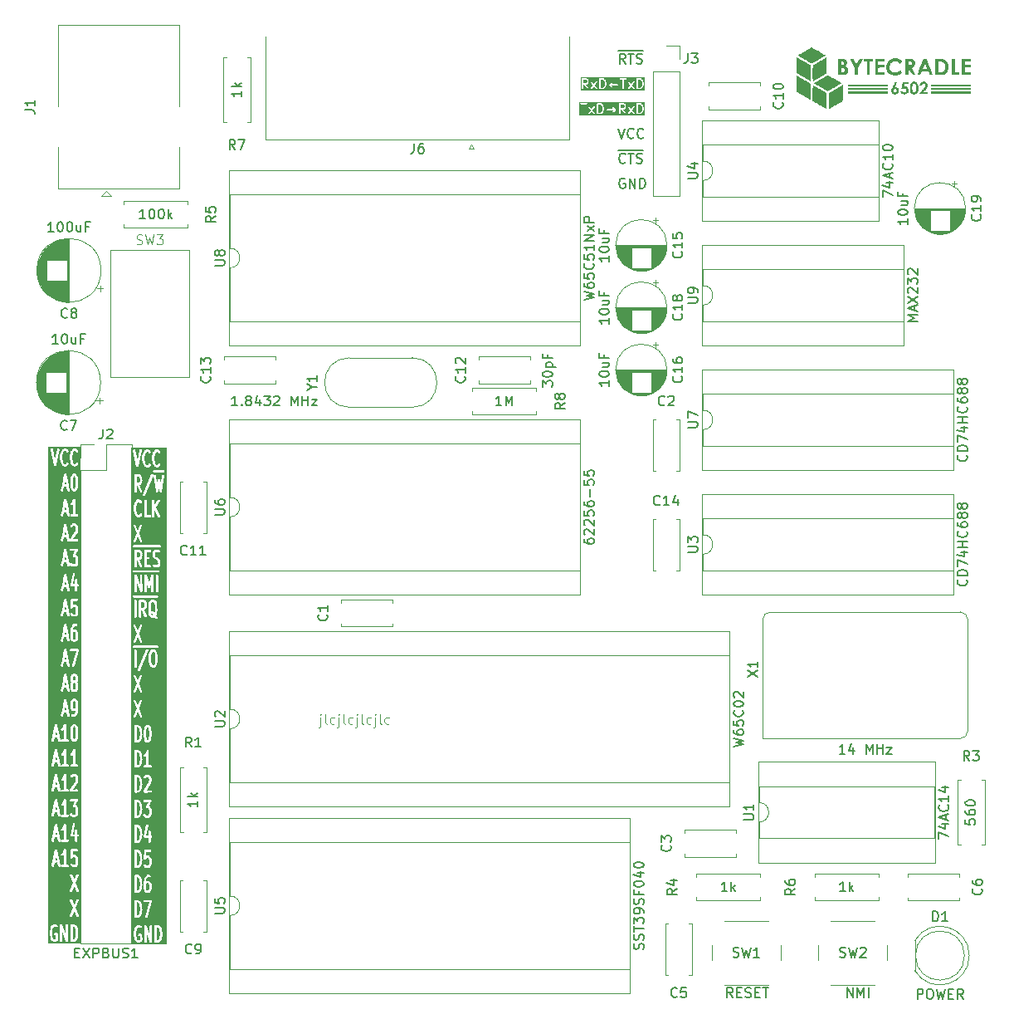
<source format=gbr>
%TF.GenerationSoftware,KiCad,Pcbnew,8.0.2*%
%TF.CreationDate,2025-03-02T14:39:09+01:00*%
%TF.ProjectId,mini-board,6d696e69-2d62-46f6-9172-642e6b696361,rev?*%
%TF.SameCoordinates,Original*%
%TF.FileFunction,Legend,Top*%
%TF.FilePolarity,Positive*%
%FSLAX46Y46*%
G04 Gerber Fmt 4.6, Leading zero omitted, Abs format (unit mm)*
G04 Created by KiCad (PCBNEW 8.0.2) date 2025-03-02 14:39:09*
%MOMM*%
%LPD*%
G01*
G04 APERTURE LIST*
%ADD10C,0.100000*%
%ADD11C,0.150000*%
%ADD12C,0.250000*%
%ADD13C,0.120000*%
%ADD14C,0.000000*%
G04 APERTURE END LIST*
D10*
X81583884Y-120490752D02*
X81583884Y-121347895D01*
X81583884Y-121347895D02*
X81536265Y-121443133D01*
X81536265Y-121443133D02*
X81441027Y-121490752D01*
X81441027Y-121490752D02*
X81393408Y-121490752D01*
X81583884Y-120157419D02*
X81536265Y-120205038D01*
X81536265Y-120205038D02*
X81583884Y-120252657D01*
X81583884Y-120252657D02*
X81631503Y-120205038D01*
X81631503Y-120205038D02*
X81583884Y-120157419D01*
X81583884Y-120157419D02*
X81583884Y-120252657D01*
X82202931Y-121157419D02*
X82107693Y-121109800D01*
X82107693Y-121109800D02*
X82060074Y-121014561D01*
X82060074Y-121014561D02*
X82060074Y-120157419D01*
X83012455Y-121109800D02*
X82917217Y-121157419D01*
X82917217Y-121157419D02*
X82726741Y-121157419D01*
X82726741Y-121157419D02*
X82631503Y-121109800D01*
X82631503Y-121109800D02*
X82583884Y-121062180D01*
X82583884Y-121062180D02*
X82536265Y-120966942D01*
X82536265Y-120966942D02*
X82536265Y-120681228D01*
X82536265Y-120681228D02*
X82583884Y-120585990D01*
X82583884Y-120585990D02*
X82631503Y-120538371D01*
X82631503Y-120538371D02*
X82726741Y-120490752D01*
X82726741Y-120490752D02*
X82917217Y-120490752D01*
X82917217Y-120490752D02*
X83012455Y-120538371D01*
X83441027Y-120490752D02*
X83441027Y-121347895D01*
X83441027Y-121347895D02*
X83393408Y-121443133D01*
X83393408Y-121443133D02*
X83298170Y-121490752D01*
X83298170Y-121490752D02*
X83250551Y-121490752D01*
X83441027Y-120157419D02*
X83393408Y-120205038D01*
X83393408Y-120205038D02*
X83441027Y-120252657D01*
X83441027Y-120252657D02*
X83488646Y-120205038D01*
X83488646Y-120205038D02*
X83441027Y-120157419D01*
X83441027Y-120157419D02*
X83441027Y-120252657D01*
X84060074Y-121157419D02*
X83964836Y-121109800D01*
X83964836Y-121109800D02*
X83917217Y-121014561D01*
X83917217Y-121014561D02*
X83917217Y-120157419D01*
X84869598Y-121109800D02*
X84774360Y-121157419D01*
X84774360Y-121157419D02*
X84583884Y-121157419D01*
X84583884Y-121157419D02*
X84488646Y-121109800D01*
X84488646Y-121109800D02*
X84441027Y-121062180D01*
X84441027Y-121062180D02*
X84393408Y-120966942D01*
X84393408Y-120966942D02*
X84393408Y-120681228D01*
X84393408Y-120681228D02*
X84441027Y-120585990D01*
X84441027Y-120585990D02*
X84488646Y-120538371D01*
X84488646Y-120538371D02*
X84583884Y-120490752D01*
X84583884Y-120490752D02*
X84774360Y-120490752D01*
X84774360Y-120490752D02*
X84869598Y-120538371D01*
X85298170Y-120490752D02*
X85298170Y-121347895D01*
X85298170Y-121347895D02*
X85250551Y-121443133D01*
X85250551Y-121443133D02*
X85155313Y-121490752D01*
X85155313Y-121490752D02*
X85107694Y-121490752D01*
X85298170Y-120157419D02*
X85250551Y-120205038D01*
X85250551Y-120205038D02*
X85298170Y-120252657D01*
X85298170Y-120252657D02*
X85345789Y-120205038D01*
X85345789Y-120205038D02*
X85298170Y-120157419D01*
X85298170Y-120157419D02*
X85298170Y-120252657D01*
X85917217Y-121157419D02*
X85821979Y-121109800D01*
X85821979Y-121109800D02*
X85774360Y-121014561D01*
X85774360Y-121014561D02*
X85774360Y-120157419D01*
X86726741Y-121109800D02*
X86631503Y-121157419D01*
X86631503Y-121157419D02*
X86441027Y-121157419D01*
X86441027Y-121157419D02*
X86345789Y-121109800D01*
X86345789Y-121109800D02*
X86298170Y-121062180D01*
X86298170Y-121062180D02*
X86250551Y-120966942D01*
X86250551Y-120966942D02*
X86250551Y-120681228D01*
X86250551Y-120681228D02*
X86298170Y-120585990D01*
X86298170Y-120585990D02*
X86345789Y-120538371D01*
X86345789Y-120538371D02*
X86441027Y-120490752D01*
X86441027Y-120490752D02*
X86631503Y-120490752D01*
X86631503Y-120490752D02*
X86726741Y-120538371D01*
X87155313Y-120490752D02*
X87155313Y-121347895D01*
X87155313Y-121347895D02*
X87107694Y-121443133D01*
X87107694Y-121443133D02*
X87012456Y-121490752D01*
X87012456Y-121490752D02*
X86964837Y-121490752D01*
X87155313Y-120157419D02*
X87107694Y-120205038D01*
X87107694Y-120205038D02*
X87155313Y-120252657D01*
X87155313Y-120252657D02*
X87202932Y-120205038D01*
X87202932Y-120205038D02*
X87155313Y-120157419D01*
X87155313Y-120157419D02*
X87155313Y-120252657D01*
X87774360Y-121157419D02*
X87679122Y-121109800D01*
X87679122Y-121109800D02*
X87631503Y-121014561D01*
X87631503Y-121014561D02*
X87631503Y-120157419D01*
X88583884Y-121109800D02*
X88488646Y-121157419D01*
X88488646Y-121157419D02*
X88298170Y-121157419D01*
X88298170Y-121157419D02*
X88202932Y-121109800D01*
X88202932Y-121109800D02*
X88155313Y-121062180D01*
X88155313Y-121062180D02*
X88107694Y-120966942D01*
X88107694Y-120966942D02*
X88107694Y-120681228D01*
X88107694Y-120681228D02*
X88155313Y-120585990D01*
X88155313Y-120585990D02*
X88202932Y-120538371D01*
X88202932Y-120538371D02*
X88298170Y-120490752D01*
X88298170Y-120490752D02*
X88488646Y-120490752D01*
X88488646Y-120490752D02*
X88583884Y-120538371D01*
D11*
X112620588Y-65592438D02*
X112525350Y-65544819D01*
X112525350Y-65544819D02*
X112382493Y-65544819D01*
X112382493Y-65544819D02*
X112239636Y-65592438D01*
X112239636Y-65592438D02*
X112144398Y-65687676D01*
X112144398Y-65687676D02*
X112096779Y-65782914D01*
X112096779Y-65782914D02*
X112049160Y-65973390D01*
X112049160Y-65973390D02*
X112049160Y-66116247D01*
X112049160Y-66116247D02*
X112096779Y-66306723D01*
X112096779Y-66306723D02*
X112144398Y-66401961D01*
X112144398Y-66401961D02*
X112239636Y-66497200D01*
X112239636Y-66497200D02*
X112382493Y-66544819D01*
X112382493Y-66544819D02*
X112477731Y-66544819D01*
X112477731Y-66544819D02*
X112620588Y-66497200D01*
X112620588Y-66497200D02*
X112668207Y-66449580D01*
X112668207Y-66449580D02*
X112668207Y-66116247D01*
X112668207Y-66116247D02*
X112477731Y-66116247D01*
X113096779Y-66544819D02*
X113096779Y-65544819D01*
X113096779Y-65544819D02*
X113668207Y-66544819D01*
X113668207Y-66544819D02*
X113668207Y-65544819D01*
X114144398Y-66544819D02*
X114144398Y-65544819D01*
X114144398Y-65544819D02*
X114382493Y-65544819D01*
X114382493Y-65544819D02*
X114525350Y-65592438D01*
X114525350Y-65592438D02*
X114620588Y-65687676D01*
X114620588Y-65687676D02*
X114668207Y-65782914D01*
X114668207Y-65782914D02*
X114715826Y-65973390D01*
X114715826Y-65973390D02*
X114715826Y-66116247D01*
X114715826Y-66116247D02*
X114668207Y-66306723D01*
X114668207Y-66306723D02*
X114620588Y-66401961D01*
X114620588Y-66401961D02*
X114525350Y-66497200D01*
X114525350Y-66497200D02*
X114382493Y-66544819D01*
X114382493Y-66544819D02*
X114144398Y-66544819D01*
D12*
G36*
X65032134Y-141946010D02*
G01*
X65100110Y-142050976D01*
X65140420Y-142173137D01*
X65140522Y-142174882D01*
X65186825Y-142455174D01*
X65186615Y-142457311D01*
X65188580Y-142662575D01*
X65188141Y-142664265D01*
X65145881Y-142945476D01*
X65144787Y-142948039D01*
X65105641Y-143078062D01*
X65035809Y-143191707D01*
X64950347Y-143238281D01*
X64865001Y-143239062D01*
X64863006Y-141901902D01*
X64944516Y-141901156D01*
X65032134Y-141946010D01*
G37*
G36*
X62984515Y-139394249D02*
G01*
X63052491Y-139499215D01*
X63092801Y-139621376D01*
X63092903Y-139623121D01*
X63139206Y-139903413D01*
X63138996Y-139905550D01*
X63140961Y-140110814D01*
X63140522Y-140112504D01*
X63098262Y-140393715D01*
X63097168Y-140396278D01*
X63058022Y-140526301D01*
X62988190Y-140639946D01*
X62902728Y-140686520D01*
X62817382Y-140687301D01*
X62815387Y-139350141D01*
X62896897Y-139349395D01*
X62984515Y-139394249D01*
G37*
G36*
X62984515Y-136842488D02*
G01*
X63052491Y-136947454D01*
X63092801Y-137069615D01*
X63092903Y-137071360D01*
X63139206Y-137351652D01*
X63138996Y-137353789D01*
X63140961Y-137559053D01*
X63140522Y-137560743D01*
X63098262Y-137841954D01*
X63097168Y-137844517D01*
X63058022Y-137974540D01*
X62988190Y-138088185D01*
X62902728Y-138134759D01*
X62817382Y-138135540D01*
X62815387Y-136798380D01*
X62896897Y-136797634D01*
X62984515Y-136842488D01*
G37*
G36*
X64025108Y-137435145D02*
G01*
X64053014Y-137477373D01*
X64091458Y-137593879D01*
X64093481Y-137932237D01*
X64057918Y-138050364D01*
X64029562Y-138097486D01*
X63983826Y-138134974D01*
X63879903Y-138136136D01*
X63836218Y-138102671D01*
X63808311Y-138060442D01*
X63769897Y-137944027D01*
X63768593Y-137603090D01*
X63803407Y-137487453D01*
X63831764Y-137440329D01*
X63877499Y-137402842D01*
X63981422Y-137401680D01*
X64025108Y-137435145D01*
G37*
G36*
X62984515Y-134290727D02*
G01*
X63052491Y-134395693D01*
X63092801Y-134517854D01*
X63092903Y-134519599D01*
X63139206Y-134799891D01*
X63138996Y-134802028D01*
X63140961Y-135007292D01*
X63140522Y-135008982D01*
X63098262Y-135290193D01*
X63097168Y-135292756D01*
X63058022Y-135422779D01*
X62988190Y-135536424D01*
X62902728Y-135582998D01*
X62817382Y-135583779D01*
X62815387Y-134246619D01*
X62896897Y-134245873D01*
X62984515Y-134290727D01*
G37*
G36*
X62984515Y-131738966D02*
G01*
X63052491Y-131843932D01*
X63092801Y-131966093D01*
X63092903Y-131967838D01*
X63139206Y-132248130D01*
X63138996Y-132250267D01*
X63140961Y-132455531D01*
X63140522Y-132457221D01*
X63098262Y-132738432D01*
X63097168Y-132740995D01*
X63058022Y-132871018D01*
X62988190Y-132984663D01*
X62902728Y-133031237D01*
X62817382Y-133032018D01*
X62815387Y-131694858D01*
X62896897Y-131694112D01*
X62984515Y-131738966D01*
G37*
G36*
X62984515Y-129187205D02*
G01*
X63052491Y-129292171D01*
X63092801Y-129414332D01*
X63092903Y-129416077D01*
X63139206Y-129696369D01*
X63138996Y-129698506D01*
X63140961Y-129903770D01*
X63140522Y-129905460D01*
X63098262Y-130186671D01*
X63097168Y-130189234D01*
X63058022Y-130319257D01*
X62988190Y-130432902D01*
X62902728Y-130479476D01*
X62817382Y-130480257D01*
X62815387Y-129143097D01*
X62896897Y-129142351D01*
X62984515Y-129187205D01*
G37*
G36*
X62984515Y-126635444D02*
G01*
X63052491Y-126740410D01*
X63092801Y-126862571D01*
X63092903Y-126864316D01*
X63139206Y-127144608D01*
X63138996Y-127146745D01*
X63140961Y-127352009D01*
X63140522Y-127353699D01*
X63098262Y-127634910D01*
X63097168Y-127637473D01*
X63058022Y-127767496D01*
X62988190Y-127881141D01*
X62902728Y-127927715D01*
X62817382Y-127928496D01*
X62815387Y-126591336D01*
X62896897Y-126590590D01*
X62984515Y-126635444D01*
G37*
G36*
X62984515Y-124083683D02*
G01*
X63052491Y-124188649D01*
X63092801Y-124310810D01*
X63092903Y-124312555D01*
X63139206Y-124592847D01*
X63138996Y-124594984D01*
X63140961Y-124800248D01*
X63140522Y-124801938D01*
X63098262Y-125083149D01*
X63097168Y-125085712D01*
X63058022Y-125215735D01*
X62988190Y-125329380D01*
X62902728Y-125375954D01*
X62817382Y-125376735D01*
X62815387Y-124039575D01*
X62896897Y-124038829D01*
X62984515Y-124083683D01*
G37*
G36*
X62984515Y-121531922D02*
G01*
X63052491Y-121636888D01*
X63092801Y-121759049D01*
X63092903Y-121760794D01*
X63139206Y-122041086D01*
X63138996Y-122043223D01*
X63140961Y-122248487D01*
X63140522Y-122250177D01*
X63098262Y-122531388D01*
X63097168Y-122533951D01*
X63058022Y-122663974D01*
X62988190Y-122777619D01*
X62902728Y-122824193D01*
X62817382Y-122824974D01*
X62815387Y-121487814D01*
X62896897Y-121487068D01*
X62984515Y-121531922D01*
G37*
G36*
X63977488Y-121520770D02*
G01*
X64005395Y-121562997D01*
X64045182Y-121683572D01*
X64045284Y-121685317D01*
X64091587Y-121965610D01*
X64091377Y-121967747D01*
X64093502Y-122323347D01*
X64092903Y-122325653D01*
X64050643Y-122606864D01*
X64049549Y-122609427D01*
X64010299Y-122739798D01*
X63981943Y-122786920D01*
X63935739Y-122824792D01*
X63926742Y-122824972D01*
X63883837Y-122792105D01*
X63855930Y-122749876D01*
X63816142Y-122629299D01*
X63816041Y-122627557D01*
X63769738Y-122347268D01*
X63769949Y-122345128D01*
X63767823Y-121989526D01*
X63768423Y-121987222D01*
X63810682Y-121706009D01*
X63811777Y-121703447D01*
X63851025Y-121573079D01*
X63879382Y-121525955D01*
X63925586Y-121488083D01*
X63934583Y-121487903D01*
X63977488Y-121520770D01*
G37*
G36*
X64596149Y-113865191D02*
G01*
X64667861Y-113975927D01*
X64710634Y-114234851D01*
X64710424Y-114236988D01*
X64712624Y-114743255D01*
X64711950Y-114745846D01*
X64670955Y-115018642D01*
X64602060Y-115130760D01*
X64555254Y-115169125D01*
X64451331Y-115170287D01*
X64408031Y-115137117D01*
X64336320Y-115026381D01*
X64293547Y-114767461D01*
X64293758Y-114765321D01*
X64291557Y-114259052D01*
X64292232Y-114256463D01*
X64333226Y-113983666D01*
X64402121Y-113871549D01*
X64448927Y-113833184D01*
X64552850Y-113832022D01*
X64596149Y-113865191D01*
G37*
G36*
X64311615Y-109937752D02*
G01*
X64363154Y-109936717D01*
X64405528Y-109969177D01*
X64467765Y-110066049D01*
X64403712Y-110066765D01*
X64360412Y-110033595D01*
X64297440Y-109936355D01*
X64311615Y-109937752D01*
G37*
G36*
X64548530Y-108761669D02*
G01*
X64620242Y-108872405D01*
X64663015Y-109131329D01*
X64662805Y-109133466D01*
X64665005Y-109639733D01*
X64664331Y-109642324D01*
X64631295Y-109862158D01*
X64605814Y-109822498D01*
X64597349Y-109807291D01*
X64593906Y-109803964D01*
X64592765Y-109802187D01*
X64590170Y-109800352D01*
X64579729Y-109790262D01*
X64485754Y-109718273D01*
X64476299Y-109708818D01*
X64470011Y-109706213D01*
X64463887Y-109701522D01*
X64447234Y-109696779D01*
X64431239Y-109690154D01*
X64420128Y-109689059D01*
X64416980Y-109688163D01*
X64414242Y-109688479D01*
X64406853Y-109687752D01*
X64287229Y-109690154D01*
X64252626Y-109704486D01*
X64245928Y-109663939D01*
X64246139Y-109661799D01*
X64243938Y-109155530D01*
X64244613Y-109152941D01*
X64285607Y-108880144D01*
X64354502Y-108768027D01*
X64401308Y-108729662D01*
X64505231Y-108728500D01*
X64548530Y-108761669D01*
G37*
G36*
X63548916Y-108761965D02*
G01*
X63576823Y-108804192D01*
X63615318Y-108920852D01*
X63617117Y-109108680D01*
X63581727Y-109226231D01*
X63553371Y-109273353D01*
X63507907Y-109310618D01*
X63292447Y-109311895D01*
X63291577Y-108729405D01*
X63504763Y-108728141D01*
X63548916Y-108761965D01*
G37*
G36*
X63072726Y-103658443D02*
G01*
X63100633Y-103700670D01*
X63139128Y-103817330D01*
X63140927Y-104005158D01*
X63105537Y-104122709D01*
X63077181Y-104169831D01*
X63031717Y-104207096D01*
X62816257Y-104208373D01*
X62815387Y-103625883D01*
X63028573Y-103624619D01*
X63072726Y-103658443D01*
G37*
G36*
X63072726Y-96003160D02*
G01*
X63100633Y-96045387D01*
X63139128Y-96162047D01*
X63140927Y-96349875D01*
X63105537Y-96467426D01*
X63077181Y-96514548D01*
X63031717Y-96551813D01*
X62816257Y-96553090D01*
X62815387Y-95970600D01*
X63028573Y-95969336D01*
X63072726Y-96003160D01*
G37*
G36*
X65843658Y-143664137D02*
G01*
X62248608Y-143664137D01*
X62248608Y-142457311D01*
X62519949Y-142457311D01*
X62521992Y-142670680D01*
X62520049Y-142678753D01*
X62521475Y-142703215D01*
X62569028Y-142991077D01*
X62568313Y-142999272D01*
X62573359Y-143023250D01*
X62621257Y-143168409D01*
X62623488Y-143181390D01*
X62629496Y-143193375D01*
X62630605Y-143196736D01*
X62632034Y-143198438D01*
X62634469Y-143203296D01*
X62723591Y-143340917D01*
X62725470Y-143347005D01*
X62734908Y-143358392D01*
X62744751Y-143373592D01*
X62751400Y-143378291D01*
X62756593Y-143384557D01*
X62777032Y-143398073D01*
X62905939Y-143464063D01*
X62908836Y-143466960D01*
X62923303Y-143472952D01*
X62942573Y-143482817D01*
X62948447Y-143483367D01*
X62953896Y-143485624D01*
X62978282Y-143488026D01*
X63057650Y-143486432D01*
X63060669Y-143487364D01*
X63074159Y-143486100D01*
X63097906Y-143485624D01*
X63103354Y-143483367D01*
X63109229Y-143482817D01*
X63131913Y-143473549D01*
X63261160Y-143403113D01*
X63267223Y-143401741D01*
X63279163Y-143393302D01*
X63295210Y-143384557D01*
X63300404Y-143378289D01*
X63307052Y-143373591D01*
X63322095Y-143354248D01*
X63362732Y-143286716D01*
X63367930Y-143281519D01*
X63372501Y-143270481D01*
X63380695Y-143256866D01*
X63382504Y-143246331D01*
X63386594Y-143236459D01*
X63388996Y-143212073D01*
X63386594Y-142659354D01*
X63367930Y-142614294D01*
X63333442Y-142579806D01*
X63288382Y-142561142D01*
X63263996Y-142558740D01*
X63049134Y-142561142D01*
X63004074Y-142579806D01*
X62969586Y-142614294D01*
X62950922Y-142659354D01*
X62950922Y-142708126D01*
X62969586Y-142753186D01*
X63004074Y-142787674D01*
X63049134Y-142806338D01*
X63073520Y-142808740D01*
X63139536Y-142808001D01*
X63141126Y-143173878D01*
X63130080Y-143192234D01*
X63045003Y-143238598D01*
X63010853Y-143239284D01*
X62924428Y-143195041D01*
X62856454Y-143090076D01*
X62816142Y-142967911D01*
X62816041Y-142966169D01*
X62769738Y-142685880D01*
X62769949Y-142683740D01*
X62767983Y-142478475D01*
X62768423Y-142476786D01*
X62810682Y-142195574D01*
X62811777Y-142193012D01*
X62850921Y-142062988D01*
X62920754Y-141949345D01*
X63006492Y-141902620D01*
X63076941Y-141901609D01*
X63159343Y-141964732D01*
X63206250Y-141978091D01*
X63254700Y-141972483D01*
X63297314Y-141948760D01*
X63327607Y-141910536D01*
X63340966Y-141863629D01*
X63335357Y-141815179D01*
X63314675Y-141778026D01*
X63567568Y-141778026D01*
X63569970Y-143387412D01*
X63588634Y-143432472D01*
X63623122Y-143466960D01*
X63668182Y-143485624D01*
X63716954Y-143485624D01*
X63762014Y-143466960D01*
X63796502Y-143432472D01*
X63815166Y-143387412D01*
X63817568Y-143363026D01*
X63816260Y-142486744D01*
X64141393Y-143384628D01*
X64141398Y-143387412D01*
X64149378Y-143406679D01*
X64156935Y-143427547D01*
X64158928Y-143429736D01*
X64160062Y-143432472D01*
X64175278Y-143447688D01*
X64189775Y-143463606D01*
X64192456Y-143464866D01*
X64194550Y-143466960D01*
X64214431Y-143475195D01*
X64233916Y-143484353D01*
X64236875Y-143484491D01*
X64239610Y-143485624D01*
X64261122Y-143485624D01*
X64282635Y-143486629D01*
X64285423Y-143485624D01*
X64288382Y-143485624D01*
X64308255Y-143477392D01*
X64328516Y-143470088D01*
X64330706Y-143468093D01*
X64333442Y-143466960D01*
X64348657Y-143451744D01*
X64364576Y-143437247D01*
X64365836Y-143434565D01*
X64367930Y-143432472D01*
X64376163Y-143412594D01*
X64385323Y-143393107D01*
X64385461Y-143390146D01*
X64386594Y-143387412D01*
X64388996Y-143363026D01*
X64386630Y-141778026D01*
X64615187Y-141778026D01*
X64617589Y-143387412D01*
X64636253Y-143432472D01*
X64670741Y-143466960D01*
X64715801Y-143485624D01*
X64740187Y-143488026D01*
X64961027Y-143486005D01*
X64965431Y-143487364D01*
X64981992Y-143485813D01*
X65002668Y-143485624D01*
X65008116Y-143483367D01*
X65013991Y-143482817D01*
X65036675Y-143473549D01*
X65165919Y-143403114D01*
X65171985Y-143401742D01*
X65183928Y-143393300D01*
X65199972Y-143384557D01*
X65205167Y-143378288D01*
X65211813Y-143373591D01*
X65226857Y-143354249D01*
X65317322Y-143207025D01*
X65325959Y-143196736D01*
X65331236Y-143184381D01*
X65333076Y-143181389D01*
X65333452Y-143179194D01*
X65335586Y-143174202D01*
X65377465Y-143035095D01*
X65381297Y-143028834D01*
X65387470Y-143005120D01*
X65430898Y-142716128D01*
X65434213Y-142708126D01*
X65436615Y-142683740D01*
X65434571Y-142470370D01*
X65436515Y-142462298D01*
X65435088Y-142437835D01*
X65387535Y-142149979D01*
X65388251Y-142141781D01*
X65383205Y-142117802D01*
X65335306Y-141972641D01*
X65333076Y-141959661D01*
X65327067Y-141947675D01*
X65325959Y-141944315D01*
X65324529Y-141942612D01*
X65322095Y-141937755D01*
X65232972Y-141800134D01*
X65231094Y-141794047D01*
X65221655Y-141782658D01*
X65211813Y-141767460D01*
X65205165Y-141762761D01*
X65199972Y-141756495D01*
X65179532Y-141742979D01*
X65050624Y-141676988D01*
X65047728Y-141674092D01*
X65033260Y-141668099D01*
X65013991Y-141658235D01*
X65008116Y-141657684D01*
X65002668Y-141655428D01*
X64978282Y-141653026D01*
X64715801Y-141655428D01*
X64670741Y-141674092D01*
X64636253Y-141708580D01*
X64617589Y-141753640D01*
X64615187Y-141778026D01*
X64386630Y-141778026D01*
X64386594Y-141753640D01*
X64367930Y-141708580D01*
X64333442Y-141674092D01*
X64288382Y-141655428D01*
X64239610Y-141655428D01*
X64194550Y-141674092D01*
X64160062Y-141708580D01*
X64141398Y-141753640D01*
X64138996Y-141778026D01*
X64140303Y-142654306D01*
X63815170Y-141756424D01*
X63815166Y-141753640D01*
X63807182Y-141734366D01*
X63799629Y-141713506D01*
X63797635Y-141711317D01*
X63796502Y-141708580D01*
X63781281Y-141693359D01*
X63766789Y-141677446D01*
X63764107Y-141676185D01*
X63762014Y-141674092D01*
X63742132Y-141665856D01*
X63722648Y-141656699D01*
X63719688Y-141656560D01*
X63716954Y-141655428D01*
X63695430Y-141655428D01*
X63673929Y-141654424D01*
X63671144Y-141655428D01*
X63668182Y-141655428D01*
X63648289Y-141663667D01*
X63628048Y-141670965D01*
X63625859Y-141672958D01*
X63623122Y-141674092D01*
X63607901Y-141689312D01*
X63591988Y-141703805D01*
X63590727Y-141706486D01*
X63588634Y-141708580D01*
X63580398Y-141728461D01*
X63571241Y-141747946D01*
X63571102Y-141750905D01*
X63569970Y-141753640D01*
X63567568Y-141778026D01*
X63314675Y-141778026D01*
X63311635Y-141772565D01*
X63294015Y-141755536D01*
X63200040Y-141683547D01*
X63190585Y-141674092D01*
X63184297Y-141671487D01*
X63178173Y-141666796D01*
X63161520Y-141662053D01*
X63145525Y-141655428D01*
X63134414Y-141654333D01*
X63131266Y-141653437D01*
X63128528Y-141653753D01*
X63121139Y-141653026D01*
X62994864Y-141654839D01*
X62991133Y-141653688D01*
X62975930Y-141655111D01*
X62953896Y-141655428D01*
X62948447Y-141657684D01*
X62942573Y-141658235D01*
X62919890Y-141667503D01*
X62790645Y-141737937D01*
X62784580Y-141739310D01*
X62772633Y-141747753D01*
X62756593Y-141756495D01*
X62751400Y-141762760D01*
X62744751Y-141767460D01*
X62729707Y-141786803D01*
X62639242Y-141934023D01*
X62630605Y-141944315D01*
X62625326Y-141956671D01*
X62623489Y-141959661D01*
X62623112Y-141961853D01*
X62620978Y-141966849D01*
X62579099Y-142105953D01*
X62575266Y-142112218D01*
X62569094Y-142135932D01*
X62525665Y-142424922D01*
X62522351Y-142432925D01*
X62519949Y-142457311D01*
X62248608Y-142457311D01*
X62248608Y-139226265D01*
X62567568Y-139226265D01*
X62569970Y-140835651D01*
X62588634Y-140880711D01*
X62623122Y-140915199D01*
X62668182Y-140933863D01*
X62692568Y-140936265D01*
X62913408Y-140934244D01*
X62917812Y-140935603D01*
X62934373Y-140934052D01*
X62955049Y-140933863D01*
X62960497Y-140931606D01*
X62966372Y-140931056D01*
X62989056Y-140921788D01*
X63118300Y-140851353D01*
X63124366Y-140849981D01*
X63136309Y-140841539D01*
X63152353Y-140832796D01*
X63157548Y-140826527D01*
X63164194Y-140821830D01*
X63179238Y-140802488D01*
X63269703Y-140655264D01*
X63278340Y-140644975D01*
X63283617Y-140632620D01*
X63285457Y-140629628D01*
X63285833Y-140627433D01*
X63287967Y-140622441D01*
X63329846Y-140483334D01*
X63333678Y-140477073D01*
X63339851Y-140453359D01*
X63383279Y-140164367D01*
X63386594Y-140156365D01*
X63388996Y-140131979D01*
X63386952Y-139918609D01*
X63388896Y-139910537D01*
X63387469Y-139886074D01*
X63339916Y-139598218D01*
X63340632Y-139590020D01*
X63335586Y-139566041D01*
X63287687Y-139420880D01*
X63285457Y-139407900D01*
X63279448Y-139395914D01*
X63278340Y-139392554D01*
X63276910Y-139390851D01*
X63274476Y-139385994D01*
X63185353Y-139248373D01*
X63183475Y-139242286D01*
X63174036Y-139230897D01*
X63164194Y-139215699D01*
X63157546Y-139211000D01*
X63152353Y-139204734D01*
X63148035Y-139201879D01*
X63474732Y-139201879D01*
X63474732Y-139250651D01*
X63493396Y-139295711D01*
X63527884Y-139330199D01*
X63572944Y-139348863D01*
X63597330Y-139351265D01*
X64101422Y-139349512D01*
X63710712Y-140802805D01*
X63716967Y-140851175D01*
X63741258Y-140893469D01*
X63779884Y-140923248D01*
X63826965Y-140935978D01*
X63875335Y-140929723D01*
X63917629Y-140905432D01*
X63947408Y-140866806D01*
X63956092Y-140843892D01*
X64380420Y-139265556D01*
X64386594Y-139250651D01*
X64386594Y-139242591D01*
X64388709Y-139234725D01*
X64386594Y-139218369D01*
X64386594Y-139201879D01*
X64383493Y-139194393D01*
X64382454Y-139186355D01*
X64374240Y-139172053D01*
X64367930Y-139156819D01*
X64362198Y-139151087D01*
X64358163Y-139144061D01*
X64345104Y-139133993D01*
X64333442Y-139122331D01*
X64325954Y-139119229D01*
X64319537Y-139114282D01*
X64303617Y-139109977D01*
X64288382Y-139103667D01*
X64275634Y-139102411D01*
X64272456Y-139101552D01*
X64270057Y-139101862D01*
X64263996Y-139101265D01*
X63572944Y-139103667D01*
X63527884Y-139122331D01*
X63493396Y-139156819D01*
X63474732Y-139201879D01*
X63148035Y-139201879D01*
X63131913Y-139191218D01*
X63003005Y-139125227D01*
X63000109Y-139122331D01*
X62985641Y-139116338D01*
X62966372Y-139106474D01*
X62960497Y-139105923D01*
X62955049Y-139103667D01*
X62930663Y-139101265D01*
X62668182Y-139103667D01*
X62623122Y-139122331D01*
X62588634Y-139156819D01*
X62569970Y-139201879D01*
X62567568Y-139226265D01*
X62248608Y-139226265D01*
X62248608Y-136674504D01*
X62567568Y-136674504D01*
X62569970Y-138283890D01*
X62588634Y-138328950D01*
X62623122Y-138363438D01*
X62668182Y-138382102D01*
X62692568Y-138384504D01*
X62913408Y-138382483D01*
X62917812Y-138383842D01*
X62934373Y-138382291D01*
X62955049Y-138382102D01*
X62960497Y-138379845D01*
X62966372Y-138379295D01*
X62989056Y-138370027D01*
X63118300Y-138299592D01*
X63124366Y-138298220D01*
X63136309Y-138289778D01*
X63152353Y-138281035D01*
X63157548Y-138274766D01*
X63164194Y-138270069D01*
X63179238Y-138250727D01*
X63269703Y-138103503D01*
X63278340Y-138093214D01*
X63283617Y-138080859D01*
X63285457Y-138077867D01*
X63285833Y-138075672D01*
X63287967Y-138070680D01*
X63329846Y-137931573D01*
X63333678Y-137925312D01*
X63339851Y-137901598D01*
X63383279Y-137612606D01*
X63386594Y-137604604D01*
X63388996Y-137580218D01*
X63386952Y-137366848D01*
X63388896Y-137358776D01*
X63388605Y-137353789D01*
X63519949Y-137353789D01*
X63520761Y-137566365D01*
X63520694Y-137566591D01*
X63520765Y-137567413D01*
X63522242Y-137953502D01*
X63520694Y-137971226D01*
X63522339Y-137979046D01*
X63522351Y-137981985D01*
X63523585Y-137984964D01*
X63525740Y-137995204D01*
X63573639Y-138140364D01*
X63575869Y-138153343D01*
X63581876Y-138165326D01*
X63582986Y-138168690D01*
X63584416Y-138170394D01*
X63586850Y-138175249D01*
X63638461Y-138253347D01*
X63644929Y-138264965D01*
X63648277Y-138268201D01*
X63649512Y-138270069D01*
X63652110Y-138271905D01*
X63662549Y-138281994D01*
X63756523Y-138353982D01*
X63765979Y-138363438D01*
X63772266Y-138366042D01*
X63778391Y-138370734D01*
X63795043Y-138375476D01*
X63811039Y-138382102D01*
X63822149Y-138383196D01*
X63825298Y-138384093D01*
X63828035Y-138383776D01*
X63835425Y-138384504D01*
X64021597Y-138382422D01*
X64036028Y-138384093D01*
X64042721Y-138382186D01*
X64050287Y-138382102D01*
X64066282Y-138375476D01*
X64082935Y-138370734D01*
X64092322Y-138364690D01*
X64095347Y-138363438D01*
X64097296Y-138361488D01*
X64103539Y-138357470D01*
X64199877Y-138278505D01*
X64211814Y-138270069D01*
X64214704Y-138266352D01*
X64216397Y-138264965D01*
X64217942Y-138262188D01*
X64226857Y-138250726D01*
X64270858Y-138177603D01*
X64278340Y-138168690D01*
X64283523Y-138156557D01*
X64285457Y-138153344D01*
X64285834Y-138151148D01*
X64287967Y-138146156D01*
X64333181Y-137995971D01*
X64338975Y-137981985D01*
X64339744Y-137974172D01*
X64340632Y-137971225D01*
X64340351Y-137968011D01*
X64341377Y-137957599D01*
X64339141Y-137583661D01*
X64340632Y-137566592D01*
X64338992Y-137558802D01*
X64338975Y-137555832D01*
X64337740Y-137552851D01*
X64335586Y-137542613D01*
X64287686Y-137397453D01*
X64285457Y-137384473D01*
X64279448Y-137372487D01*
X64278340Y-137369127D01*
X64276910Y-137367424D01*
X64274476Y-137362567D01*
X64222861Y-137284465D01*
X64216397Y-137272852D01*
X64213048Y-137269615D01*
X64211814Y-137267748D01*
X64209215Y-137265911D01*
X64198777Y-137255823D01*
X64104802Y-137183834D01*
X64095347Y-137174379D01*
X64089059Y-137171774D01*
X64082935Y-137167083D01*
X64066282Y-137162340D01*
X64050287Y-137155715D01*
X64039176Y-137154620D01*
X64036028Y-137153724D01*
X64033290Y-137154040D01*
X64025901Y-137153313D01*
X63839728Y-137155394D01*
X63825298Y-137153724D01*
X63818604Y-137155630D01*
X63811039Y-137155715D01*
X63800456Y-137160098D01*
X63810386Y-137094021D01*
X63892811Y-136893071D01*
X63893524Y-136892155D01*
X63927001Y-136836521D01*
X63972737Y-136799033D01*
X64145525Y-136797102D01*
X64190585Y-136778438D01*
X64225073Y-136743950D01*
X64243737Y-136698890D01*
X64243737Y-136650118D01*
X64225073Y-136605058D01*
X64190585Y-136570570D01*
X64145525Y-136551906D01*
X64121139Y-136549504D01*
X63934966Y-136551585D01*
X63920536Y-136549915D01*
X63913842Y-136551821D01*
X63906277Y-136551906D01*
X63890281Y-136558531D01*
X63873629Y-136563274D01*
X63864241Y-136569317D01*
X63861217Y-136570570D01*
X63859267Y-136572519D01*
X63853025Y-136576538D01*
X63756682Y-136655506D01*
X63744751Y-136663939D01*
X63741861Y-136667654D01*
X63740167Y-136669043D01*
X63738620Y-136671820D01*
X63729707Y-136683281D01*
X63689269Y-136750482D01*
X63684252Y-136755445D01*
X63672583Y-136776992D01*
X63582174Y-136997406D01*
X63575266Y-137008696D01*
X63571311Y-137023888D01*
X63570105Y-137026831D01*
X63570095Y-137028561D01*
X63569094Y-137032410D01*
X63525665Y-137321400D01*
X63522351Y-137329403D01*
X63519949Y-137353789D01*
X63388605Y-137353789D01*
X63387469Y-137334313D01*
X63339916Y-137046457D01*
X63340632Y-137038259D01*
X63335586Y-137014280D01*
X63287687Y-136869119D01*
X63285457Y-136856139D01*
X63279448Y-136844153D01*
X63278340Y-136840793D01*
X63276910Y-136839090D01*
X63274476Y-136834233D01*
X63185353Y-136696612D01*
X63183475Y-136690525D01*
X63174036Y-136679136D01*
X63164194Y-136663938D01*
X63157546Y-136659239D01*
X63152353Y-136652973D01*
X63131913Y-136639457D01*
X63003005Y-136573466D01*
X63000109Y-136570570D01*
X62985641Y-136564577D01*
X62966372Y-136554713D01*
X62960497Y-136554162D01*
X62955049Y-136551906D01*
X62930663Y-136549504D01*
X62668182Y-136551906D01*
X62623122Y-136570570D01*
X62588634Y-136605058D01*
X62569970Y-136650118D01*
X62567568Y-136674504D01*
X62248608Y-136674504D01*
X62248608Y-134122743D01*
X62567568Y-134122743D01*
X62569970Y-135732129D01*
X62588634Y-135777189D01*
X62623122Y-135811677D01*
X62668182Y-135830341D01*
X62692568Y-135832743D01*
X62913408Y-135830722D01*
X62917812Y-135832081D01*
X62934373Y-135830530D01*
X62955049Y-135830341D01*
X62960497Y-135828084D01*
X62966372Y-135827534D01*
X62989056Y-135818266D01*
X63118300Y-135747831D01*
X63124366Y-135746459D01*
X63136309Y-135738017D01*
X63152353Y-135729274D01*
X63157548Y-135723005D01*
X63164194Y-135718308D01*
X63179238Y-135698966D01*
X63269703Y-135551742D01*
X63278340Y-135541453D01*
X63283617Y-135529098D01*
X63285457Y-135526106D01*
X63285833Y-135523911D01*
X63287967Y-135518919D01*
X63329846Y-135379812D01*
X63333678Y-135373551D01*
X63339851Y-135349837D01*
X63383279Y-135060845D01*
X63386594Y-135052843D01*
X63388996Y-135028457D01*
X63387581Y-134880781D01*
X63519992Y-134880781D01*
X63521468Y-134887303D01*
X63521059Y-134894123D01*
X63526826Y-134910979D01*
X63530758Y-134928351D01*
X63534658Y-134933869D01*
X63536848Y-134940269D01*
X63548629Y-134953637D01*
X63558908Y-134968180D01*
X63564624Y-134971786D01*
X63569096Y-134976860D01*
X63585091Y-134984699D01*
X63600157Y-134994204D01*
X63606821Y-134995348D01*
X63612892Y-134998324D01*
X63630666Y-134999445D01*
X63648225Y-135002462D01*
X63654820Y-135000969D01*
X63661567Y-135001395D01*
X63678423Y-134995627D01*
X63695795Y-134991696D01*
X63701313Y-134987795D01*
X63707713Y-134985606D01*
X63721081Y-134973824D01*
X63735624Y-134963546D01*
X63741898Y-134955478D01*
X63744304Y-134953358D01*
X63745593Y-134950726D01*
X63750667Y-134944203D01*
X63784145Y-134888568D01*
X63829774Y-134851167D01*
X63981242Y-134849781D01*
X64025108Y-134883384D01*
X64053014Y-134925612D01*
X64091458Y-135042118D01*
X64093481Y-135380476D01*
X64057918Y-135498603D01*
X64029562Y-135545725D01*
X63983932Y-135583127D01*
X63832464Y-135584513D01*
X63788599Y-135550910D01*
X63735624Y-135470749D01*
X63695795Y-135442599D01*
X63648225Y-135431833D01*
X63600157Y-135440091D01*
X63558908Y-135466115D01*
X63530758Y-135505944D01*
X63519992Y-135553514D01*
X63528250Y-135601582D01*
X63539231Y-135623488D01*
X63590842Y-135701586D01*
X63597310Y-135713204D01*
X63600658Y-135716440D01*
X63601893Y-135718308D01*
X63604491Y-135720144D01*
X63614930Y-135730233D01*
X63708904Y-135802221D01*
X63718360Y-135811677D01*
X63724647Y-135814281D01*
X63730772Y-135818973D01*
X63747424Y-135823715D01*
X63763420Y-135830341D01*
X63774530Y-135831435D01*
X63777679Y-135832332D01*
X63780416Y-135832015D01*
X63787806Y-135832743D01*
X64021131Y-135830607D01*
X64036028Y-135832332D01*
X64042777Y-135830409D01*
X64050287Y-135830341D01*
X64066282Y-135823715D01*
X64082935Y-135818973D01*
X64092322Y-135812929D01*
X64095347Y-135811677D01*
X64097296Y-135809727D01*
X64103539Y-135805709D01*
X64199877Y-135726744D01*
X64211814Y-135718308D01*
X64214704Y-135714591D01*
X64216397Y-135713204D01*
X64217942Y-135710427D01*
X64226857Y-135698965D01*
X64270858Y-135625842D01*
X64278340Y-135616929D01*
X64283523Y-135604796D01*
X64285457Y-135601583D01*
X64285834Y-135599387D01*
X64287967Y-135594395D01*
X64333181Y-135444210D01*
X64338975Y-135430224D01*
X64339744Y-135422411D01*
X64340632Y-135419464D01*
X64340351Y-135416250D01*
X64341377Y-135405838D01*
X64339141Y-135031900D01*
X64340632Y-135014831D01*
X64338992Y-135007041D01*
X64338975Y-135004071D01*
X64337740Y-135001090D01*
X64335586Y-134990852D01*
X64287686Y-134845692D01*
X64285457Y-134832712D01*
X64279448Y-134820726D01*
X64278340Y-134817366D01*
X64276910Y-134815663D01*
X64274476Y-134810806D01*
X64222861Y-134732704D01*
X64216397Y-134721091D01*
X64213048Y-134717854D01*
X64211814Y-134715987D01*
X64209215Y-134714150D01*
X64198777Y-134704062D01*
X64104802Y-134632073D01*
X64095347Y-134622618D01*
X64089059Y-134620013D01*
X64082935Y-134615322D01*
X64066282Y-134610579D01*
X64050287Y-134603954D01*
X64039176Y-134602859D01*
X64036028Y-134601963D01*
X64033290Y-134602279D01*
X64025901Y-134601552D01*
X63792575Y-134603687D01*
X63786644Y-134603000D01*
X63807993Y-134247189D01*
X64193144Y-134245341D01*
X64238204Y-134226677D01*
X64272692Y-134192189D01*
X64291356Y-134147129D01*
X64291356Y-134098357D01*
X64272692Y-134053297D01*
X64238204Y-134018809D01*
X64193144Y-134000145D01*
X64168758Y-133997743D01*
X63694446Y-134000018D01*
X63675950Y-133998852D01*
X63672227Y-134000125D01*
X63668182Y-134000145D01*
X63649230Y-134007994D01*
X63629804Y-134014642D01*
X63626808Y-134017282D01*
X63623122Y-134018809D01*
X63608614Y-134033316D01*
X63593213Y-134046890D01*
X63591456Y-134050474D01*
X63588634Y-134053297D01*
X63580779Y-134072259D01*
X63571749Y-134090686D01*
X63570845Y-134096244D01*
X63569970Y-134098357D01*
X63569970Y-134101625D01*
X63567816Y-134114872D01*
X63522861Y-134864075D01*
X63519992Y-134880781D01*
X63387581Y-134880781D01*
X63386952Y-134815087D01*
X63388896Y-134807015D01*
X63387469Y-134782552D01*
X63339916Y-134494696D01*
X63340632Y-134486498D01*
X63335586Y-134462519D01*
X63287687Y-134317358D01*
X63285457Y-134304378D01*
X63279448Y-134292392D01*
X63278340Y-134289032D01*
X63276910Y-134287329D01*
X63274476Y-134282472D01*
X63185353Y-134144851D01*
X63183475Y-134138764D01*
X63174036Y-134127375D01*
X63164194Y-134112177D01*
X63157546Y-134107478D01*
X63152353Y-134101212D01*
X63131913Y-134087696D01*
X63003005Y-134021705D01*
X63000109Y-134018809D01*
X62985641Y-134012816D01*
X62966372Y-134002952D01*
X62960497Y-134002401D01*
X62955049Y-134000145D01*
X62930663Y-133997743D01*
X62668182Y-134000145D01*
X62623122Y-134018809D01*
X62588634Y-134053297D01*
X62569970Y-134098357D01*
X62567568Y-134122743D01*
X62248608Y-134122743D01*
X62248608Y-131570982D01*
X62567568Y-131570982D01*
X62569970Y-133180368D01*
X62588634Y-133225428D01*
X62623122Y-133259916D01*
X62668182Y-133278580D01*
X62692568Y-133280982D01*
X62913408Y-133278961D01*
X62917812Y-133280320D01*
X62934373Y-133278769D01*
X62955049Y-133278580D01*
X62960497Y-133276323D01*
X62966372Y-133275773D01*
X62989056Y-133266505D01*
X63118300Y-133196070D01*
X63124366Y-133194698D01*
X63136309Y-133186256D01*
X63152353Y-133177513D01*
X63157548Y-133171244D01*
X63164194Y-133166547D01*
X63179238Y-133147205D01*
X63269703Y-132999981D01*
X63278340Y-132989692D01*
X63283617Y-132977337D01*
X63285457Y-132974345D01*
X63285833Y-132972150D01*
X63287967Y-132967158D01*
X63329846Y-132828051D01*
X63333678Y-132821790D01*
X63339851Y-132798076D01*
X63365667Y-132626281D01*
X63519957Y-132626281D01*
X63522351Y-132639044D01*
X63522351Y-132652034D01*
X63526803Y-132662783D01*
X63528948Y-132674217D01*
X63536043Y-132685092D01*
X63541015Y-132697094D01*
X63549243Y-132705322D01*
X63555600Y-132715065D01*
X63566318Y-132722397D01*
X63575503Y-132731582D01*
X63586252Y-132736034D01*
X63595854Y-132742603D01*
X63608563Y-132745275D01*
X63620563Y-132750246D01*
X63642449Y-132752401D01*
X63643582Y-132752640D01*
X63644024Y-132752556D01*
X63644949Y-132752648D01*
X63997587Y-132751331D01*
X63998541Y-133180368D01*
X64017205Y-133225428D01*
X64051693Y-133259916D01*
X64096753Y-133278580D01*
X64145525Y-133278580D01*
X64190585Y-133259916D01*
X64225073Y-133225428D01*
X64243737Y-133180368D01*
X64246139Y-133155982D01*
X64245237Y-132750407D01*
X64288382Y-132750246D01*
X64333442Y-132731582D01*
X64367930Y-132697094D01*
X64386594Y-132652034D01*
X64386594Y-132603262D01*
X64367930Y-132558202D01*
X64333442Y-132523714D01*
X64288382Y-132505050D01*
X64263996Y-132502648D01*
X64244687Y-132502720D01*
X64243737Y-132074929D01*
X64225073Y-132029869D01*
X64190585Y-131995381D01*
X64145525Y-131976717D01*
X64096753Y-131976717D01*
X64051693Y-131995381D01*
X64017205Y-132029869D01*
X63998541Y-132074929D01*
X63996139Y-132099315D01*
X63997037Y-132503644D01*
X63798289Y-132504386D01*
X64008036Y-131496873D01*
X63999045Y-131448937D01*
X63972393Y-131408089D01*
X63932139Y-131380552D01*
X63884411Y-131370514D01*
X63836474Y-131379505D01*
X63795627Y-131406157D01*
X63768089Y-131446411D01*
X63760720Y-131469781D01*
X63527172Y-132591621D01*
X63522351Y-132603262D01*
X63522351Y-132614781D01*
X63519957Y-132626281D01*
X63365667Y-132626281D01*
X63383279Y-132509084D01*
X63386594Y-132501082D01*
X63388996Y-132476696D01*
X63386952Y-132263326D01*
X63388896Y-132255254D01*
X63387469Y-132230791D01*
X63339916Y-131942935D01*
X63340632Y-131934737D01*
X63335586Y-131910758D01*
X63287687Y-131765597D01*
X63285457Y-131752617D01*
X63279448Y-131740631D01*
X63278340Y-131737271D01*
X63276910Y-131735568D01*
X63274476Y-131730711D01*
X63185353Y-131593090D01*
X63183475Y-131587003D01*
X63174036Y-131575614D01*
X63164194Y-131560416D01*
X63157546Y-131555717D01*
X63152353Y-131549451D01*
X63131913Y-131535935D01*
X63003005Y-131469944D01*
X63000109Y-131467048D01*
X62985641Y-131461055D01*
X62966372Y-131451191D01*
X62960497Y-131450640D01*
X62955049Y-131448384D01*
X62930663Y-131445982D01*
X62668182Y-131448384D01*
X62623122Y-131467048D01*
X62588634Y-131501536D01*
X62569970Y-131546596D01*
X62567568Y-131570982D01*
X62248608Y-131570982D01*
X62248608Y-129019221D01*
X62567568Y-129019221D01*
X62569970Y-130628607D01*
X62588634Y-130673667D01*
X62623122Y-130708155D01*
X62668182Y-130726819D01*
X62692568Y-130729221D01*
X62913408Y-130727200D01*
X62917812Y-130728559D01*
X62934373Y-130727008D01*
X62955049Y-130726819D01*
X62960497Y-130724562D01*
X62966372Y-130724012D01*
X62989056Y-130714744D01*
X63118300Y-130644309D01*
X63124366Y-130642937D01*
X63136309Y-130634495D01*
X63152353Y-130625752D01*
X63157548Y-130619483D01*
X63164194Y-130614786D01*
X63179238Y-130595444D01*
X63268614Y-130449992D01*
X63472373Y-130449992D01*
X63480631Y-130498060D01*
X63491612Y-130519966D01*
X63543223Y-130598064D01*
X63549691Y-130609682D01*
X63553039Y-130612918D01*
X63554274Y-130614786D01*
X63556872Y-130616622D01*
X63567311Y-130626711D01*
X63661285Y-130698699D01*
X63670741Y-130708155D01*
X63677028Y-130710759D01*
X63683153Y-130715451D01*
X63699805Y-130720193D01*
X63715801Y-130726819D01*
X63726911Y-130727913D01*
X63730060Y-130728810D01*
X63732797Y-130728493D01*
X63740187Y-130729221D01*
X64020800Y-130727047D01*
X64036028Y-130728810D01*
X64042815Y-130726876D01*
X64050287Y-130726819D01*
X64066282Y-130720193D01*
X64082935Y-130715451D01*
X64092322Y-130709407D01*
X64095347Y-130708155D01*
X64097296Y-130706205D01*
X64103539Y-130702187D01*
X64199877Y-130623222D01*
X64211814Y-130614786D01*
X64214704Y-130611069D01*
X64216397Y-130609682D01*
X64217942Y-130606905D01*
X64226857Y-130595443D01*
X64270858Y-130522320D01*
X64278340Y-130513407D01*
X64283523Y-130501274D01*
X64285457Y-130498061D01*
X64285834Y-130495865D01*
X64287967Y-130490873D01*
X64333181Y-130340688D01*
X64338975Y-130326702D01*
X64339744Y-130318889D01*
X64340632Y-130315942D01*
X64340351Y-130312728D01*
X64341377Y-130302316D01*
X64339141Y-129928378D01*
X64340632Y-129911309D01*
X64338992Y-129903519D01*
X64338975Y-129900549D01*
X64337740Y-129897568D01*
X64335586Y-129887330D01*
X64287686Y-129742170D01*
X64285457Y-129729190D01*
X64279448Y-129717204D01*
X64278340Y-129713844D01*
X64276910Y-129712141D01*
X64274476Y-129707284D01*
X64222861Y-129629182D01*
X64216397Y-129617569D01*
X64213048Y-129614332D01*
X64211814Y-129612465D01*
X64209215Y-129610628D01*
X64198777Y-129600540D01*
X64104802Y-129528551D01*
X64095347Y-129519096D01*
X64089059Y-129516491D01*
X64085431Y-129513712D01*
X64315681Y-129093296D01*
X64320311Y-129088667D01*
X64326810Y-129072976D01*
X64335492Y-129057124D01*
X64336278Y-129050118D01*
X64338975Y-129043607D01*
X64338975Y-129026079D01*
X64340930Y-129008655D01*
X64338975Y-129001881D01*
X64338975Y-128994835D01*
X64332266Y-128978639D01*
X64327405Y-128961795D01*
X64323008Y-128956287D01*
X64320311Y-128949775D01*
X64307911Y-128937375D01*
X64296977Y-128923678D01*
X64290808Y-128920272D01*
X64285823Y-128915287D01*
X64269623Y-128908577D01*
X64254279Y-128900106D01*
X64247275Y-128899320D01*
X64240763Y-128896623D01*
X64216377Y-128894221D01*
X63572944Y-128896623D01*
X63527884Y-128915287D01*
X63493396Y-128949775D01*
X63474732Y-128994835D01*
X63474732Y-129043607D01*
X63493396Y-129088667D01*
X63527884Y-129123155D01*
X63572944Y-129141819D01*
X63597330Y-129144221D01*
X64006236Y-129142694D01*
X63783740Y-129548953D01*
X63779110Y-129553584D01*
X63772609Y-129569278D01*
X63763929Y-129585128D01*
X63763143Y-129592132D01*
X63760446Y-129598644D01*
X63760446Y-129616171D01*
X63758491Y-129633596D01*
X63760446Y-129640369D01*
X63760446Y-129647416D01*
X63767153Y-129663610D01*
X63772016Y-129680457D01*
X63776413Y-129685965D01*
X63779110Y-129692476D01*
X63791505Y-129704871D01*
X63802444Y-129718574D01*
X63808614Y-129721980D01*
X63813598Y-129726964D01*
X63829795Y-129733672D01*
X63845142Y-129742145D01*
X63852146Y-129742930D01*
X63858658Y-129745628D01*
X63883044Y-129748030D01*
X63981703Y-129746613D01*
X64025108Y-129779862D01*
X64053014Y-129822090D01*
X64091458Y-129938596D01*
X64093481Y-130276954D01*
X64057918Y-130395081D01*
X64029562Y-130442203D01*
X63984004Y-130479545D01*
X63784970Y-130481087D01*
X63740980Y-130447388D01*
X63688005Y-130367227D01*
X63648176Y-130339077D01*
X63600606Y-130328311D01*
X63552538Y-130336569D01*
X63511289Y-130362593D01*
X63483139Y-130402422D01*
X63472373Y-130449992D01*
X63268614Y-130449992D01*
X63269703Y-130448220D01*
X63278340Y-130437931D01*
X63283617Y-130425576D01*
X63285457Y-130422584D01*
X63285833Y-130420389D01*
X63287967Y-130415397D01*
X63329846Y-130276290D01*
X63333678Y-130270029D01*
X63339851Y-130246315D01*
X63383279Y-129957323D01*
X63386594Y-129949321D01*
X63388996Y-129924935D01*
X63386952Y-129711565D01*
X63388896Y-129703493D01*
X63387469Y-129679030D01*
X63339916Y-129391174D01*
X63340632Y-129382976D01*
X63335586Y-129358997D01*
X63287687Y-129213836D01*
X63285457Y-129200856D01*
X63279448Y-129188870D01*
X63278340Y-129185510D01*
X63276910Y-129183807D01*
X63274476Y-129178950D01*
X63185353Y-129041329D01*
X63183475Y-129035242D01*
X63174036Y-129023853D01*
X63164194Y-129008655D01*
X63157546Y-129003956D01*
X63152353Y-128997690D01*
X63131913Y-128984174D01*
X63003005Y-128918183D01*
X63000109Y-128915287D01*
X62985641Y-128909294D01*
X62966372Y-128899430D01*
X62960497Y-128898879D01*
X62955049Y-128896623D01*
X62930663Y-128894221D01*
X62668182Y-128896623D01*
X62623122Y-128915287D01*
X62588634Y-128949775D01*
X62569970Y-128994835D01*
X62567568Y-129019221D01*
X62248608Y-129019221D01*
X62248608Y-126467460D01*
X62567568Y-126467460D01*
X62569970Y-128076846D01*
X62588634Y-128121906D01*
X62623122Y-128156394D01*
X62668182Y-128175058D01*
X62692568Y-128177460D01*
X62913408Y-128175439D01*
X62917812Y-128176798D01*
X62934373Y-128175247D01*
X62955049Y-128175058D01*
X62960497Y-128172801D01*
X62966372Y-128172251D01*
X62989056Y-128162983D01*
X63118300Y-128092548D01*
X63124366Y-128091176D01*
X63136309Y-128082734D01*
X63152353Y-128073991D01*
X63157548Y-128067722D01*
X63164194Y-128063025D01*
X63169864Y-128055735D01*
X63472373Y-128055735D01*
X63474732Y-128066159D01*
X63474732Y-128076846D01*
X63480062Y-128089715D01*
X63483138Y-128103306D01*
X63489306Y-128112033D01*
X63493396Y-128121906D01*
X63503248Y-128131758D01*
X63511289Y-128143134D01*
X63520325Y-128148835D01*
X63527884Y-128156394D01*
X63540754Y-128161725D01*
X63552537Y-128169159D01*
X63563071Y-128170968D01*
X63572944Y-128175058D01*
X63597330Y-128177460D01*
X64240763Y-128175058D01*
X64285823Y-128156394D01*
X64320311Y-128121906D01*
X64338975Y-128076846D01*
X64338975Y-128028074D01*
X64320311Y-127983014D01*
X64285823Y-127948526D01*
X64240763Y-127929862D01*
X64216377Y-127927460D01*
X63822483Y-127928930D01*
X64272074Y-127212852D01*
X64283713Y-127195840D01*
X64284678Y-127192777D01*
X64285457Y-127191538D01*
X64285920Y-127188838D01*
X64291082Y-127172470D01*
X64334668Y-126955100D01*
X64338975Y-126944703D01*
X64341120Y-126922925D01*
X64341369Y-126921684D01*
X64341285Y-126921241D01*
X64341377Y-126920317D01*
X64339327Y-126770680D01*
X64340632Y-126755738D01*
X64339017Y-126748064D01*
X64338975Y-126744978D01*
X64337740Y-126741997D01*
X64335586Y-126731759D01*
X64287685Y-126586594D01*
X64285456Y-126573619D01*
X64279449Y-126561635D01*
X64278340Y-126558273D01*
X64276910Y-126556569D01*
X64274476Y-126551713D01*
X64222862Y-126473613D01*
X64216397Y-126461999D01*
X64213047Y-126458761D01*
X64211813Y-126456894D01*
X64209214Y-126455057D01*
X64198777Y-126444970D01*
X64104802Y-126372981D01*
X64095347Y-126363526D01*
X64089059Y-126360921D01*
X64082935Y-126356230D01*
X64066282Y-126351487D01*
X64050287Y-126344862D01*
X64039176Y-126343767D01*
X64036028Y-126342871D01*
X64033290Y-126343187D01*
X64025901Y-126342460D01*
X63792575Y-126344595D01*
X63777679Y-126342871D01*
X63770929Y-126344793D01*
X63763420Y-126344862D01*
X63747424Y-126351487D01*
X63730772Y-126356230D01*
X63721384Y-126362273D01*
X63718360Y-126363526D01*
X63716410Y-126365475D01*
X63710168Y-126369494D01*
X63613825Y-126448462D01*
X63601894Y-126456895D01*
X63599004Y-126460610D01*
X63597310Y-126461999D01*
X63595763Y-126464776D01*
X63586850Y-126476237D01*
X63528251Y-126573619D01*
X63519992Y-126621687D01*
X63530757Y-126669258D01*
X63558907Y-126709086D01*
X63600156Y-126735110D01*
X63648224Y-126743369D01*
X63695795Y-126732604D01*
X63735623Y-126704454D01*
X63750667Y-126685111D01*
X63784144Y-126629477D01*
X63829774Y-126592075D01*
X63981242Y-126590689D01*
X64025107Y-126624292D01*
X64053014Y-126666519D01*
X64091568Y-126783359D01*
X64093153Y-126899075D01*
X64053969Y-127094493D01*
X63500687Y-127975722D01*
X63493396Y-127983014D01*
X63488135Y-127995714D01*
X63480631Y-128007667D01*
X63478821Y-128018201D01*
X63474732Y-128028074D01*
X63474732Y-128042003D01*
X63472373Y-128055735D01*
X63169864Y-128055735D01*
X63179238Y-128043683D01*
X63269703Y-127896459D01*
X63278340Y-127886170D01*
X63283617Y-127873815D01*
X63285457Y-127870823D01*
X63285833Y-127868628D01*
X63287967Y-127863636D01*
X63329846Y-127724529D01*
X63333678Y-127718268D01*
X63339851Y-127694554D01*
X63383279Y-127405562D01*
X63386594Y-127397560D01*
X63388996Y-127373174D01*
X63386952Y-127159804D01*
X63388896Y-127151732D01*
X63387469Y-127127269D01*
X63339916Y-126839413D01*
X63340632Y-126831215D01*
X63335586Y-126807236D01*
X63287687Y-126662075D01*
X63285457Y-126649095D01*
X63279448Y-126637109D01*
X63278340Y-126633749D01*
X63276910Y-126632046D01*
X63274476Y-126627189D01*
X63185353Y-126489568D01*
X63183475Y-126483481D01*
X63174036Y-126472092D01*
X63164194Y-126456894D01*
X63157546Y-126452195D01*
X63152353Y-126445929D01*
X63131913Y-126432413D01*
X63003005Y-126366422D01*
X63000109Y-126363526D01*
X62985641Y-126357533D01*
X62966372Y-126347669D01*
X62960497Y-126347118D01*
X62955049Y-126344862D01*
X62930663Y-126342460D01*
X62668182Y-126344862D01*
X62623122Y-126363526D01*
X62588634Y-126398014D01*
X62569970Y-126443074D01*
X62567568Y-126467460D01*
X62248608Y-126467460D01*
X62248608Y-123915699D01*
X62567568Y-123915699D01*
X62569970Y-125525085D01*
X62588634Y-125570145D01*
X62623122Y-125604633D01*
X62668182Y-125623297D01*
X62692568Y-125625699D01*
X62913408Y-125623678D01*
X62917812Y-125625037D01*
X62934373Y-125623486D01*
X62955049Y-125623297D01*
X62960497Y-125621040D01*
X62966372Y-125620490D01*
X62989056Y-125611222D01*
X63118300Y-125540787D01*
X63124366Y-125539415D01*
X63136309Y-125530973D01*
X63152353Y-125522230D01*
X63157548Y-125515961D01*
X63164194Y-125511264D01*
X63179238Y-125491922D01*
X63269703Y-125344698D01*
X63278340Y-125334409D01*
X63283617Y-125322054D01*
X63285457Y-125319062D01*
X63285833Y-125316867D01*
X63287967Y-125311875D01*
X63329846Y-125172768D01*
X63333678Y-125166507D01*
X63339851Y-125142793D01*
X63383279Y-124853801D01*
X63386594Y-124845799D01*
X63388996Y-124821413D01*
X63386952Y-124608043D01*
X63388896Y-124599971D01*
X63387469Y-124575508D01*
X63354954Y-124378683D01*
X63520360Y-124378683D01*
X63533719Y-124425590D01*
X63564012Y-124463814D01*
X63606626Y-124487537D01*
X63655076Y-124493145D01*
X63701983Y-124479786D01*
X63722587Y-124466522D01*
X63806382Y-124397838D01*
X63807844Y-125377345D01*
X63620563Y-125378101D01*
X63575503Y-125396765D01*
X63541015Y-125431253D01*
X63522351Y-125476313D01*
X63522351Y-125525085D01*
X63541015Y-125570145D01*
X63575503Y-125604633D01*
X63620563Y-125623297D01*
X63644949Y-125625699D01*
X64240763Y-125623297D01*
X64285823Y-125604633D01*
X64320311Y-125570145D01*
X64338975Y-125525085D01*
X64338975Y-125476313D01*
X64320311Y-125431253D01*
X64285823Y-125396765D01*
X64240763Y-125378101D01*
X64216377Y-125375699D01*
X64055477Y-125376347D01*
X64053289Y-123910696D01*
X64053392Y-123891981D01*
X64053261Y-123891661D01*
X64053261Y-123891313D01*
X64044050Y-123869075D01*
X64034973Y-123846819D01*
X64034729Y-123846572D01*
X64034597Y-123846253D01*
X64017594Y-123829250D01*
X64000674Y-123812145D01*
X64000354Y-123812010D01*
X64000109Y-123811765D01*
X63977860Y-123802549D01*
X63955717Y-123793236D01*
X63955370Y-123793234D01*
X63955049Y-123793101D01*
X63931057Y-123793101D01*
X63906945Y-123792969D01*
X63906621Y-123793101D01*
X63906277Y-123793101D01*
X63884084Y-123802293D01*
X63861784Y-123811389D01*
X63861538Y-123811631D01*
X63861217Y-123811765D01*
X63844169Y-123828812D01*
X63827109Y-123845688D01*
X63826890Y-123846091D01*
X63826729Y-123846253D01*
X63826488Y-123846834D01*
X63815440Y-123867235D01*
X63730419Y-124074511D01*
X63729707Y-124075428D01*
X63649680Y-124205661D01*
X63549691Y-124287619D01*
X63525968Y-124330233D01*
X63520360Y-124378683D01*
X63354954Y-124378683D01*
X63339916Y-124287652D01*
X63340632Y-124279454D01*
X63335586Y-124255475D01*
X63287687Y-124110314D01*
X63285457Y-124097334D01*
X63279448Y-124085348D01*
X63278340Y-124081988D01*
X63276910Y-124080285D01*
X63274476Y-124075428D01*
X63185353Y-123937807D01*
X63183475Y-123931720D01*
X63174036Y-123920331D01*
X63164194Y-123905133D01*
X63157546Y-123900434D01*
X63152353Y-123894168D01*
X63131913Y-123880652D01*
X63003005Y-123814661D01*
X63000109Y-123811765D01*
X62985641Y-123805772D01*
X62966372Y-123795908D01*
X62960497Y-123795357D01*
X62955049Y-123793101D01*
X62930663Y-123790699D01*
X62668182Y-123793101D01*
X62623122Y-123811765D01*
X62588634Y-123846253D01*
X62569970Y-123891313D01*
X62567568Y-123915699D01*
X62248608Y-123915699D01*
X62248608Y-121363938D01*
X62567568Y-121363938D01*
X62569970Y-122973324D01*
X62588634Y-123018384D01*
X62623122Y-123052872D01*
X62668182Y-123071536D01*
X62692568Y-123073938D01*
X62913408Y-123071917D01*
X62917812Y-123073276D01*
X62934373Y-123071725D01*
X62955049Y-123071536D01*
X62960497Y-123069279D01*
X62966372Y-123068729D01*
X62989056Y-123059461D01*
X63118300Y-122989026D01*
X63124366Y-122987654D01*
X63136309Y-122979212D01*
X63152353Y-122970469D01*
X63157548Y-122964200D01*
X63164194Y-122959503D01*
X63179238Y-122940161D01*
X63269703Y-122792937D01*
X63278340Y-122782648D01*
X63283617Y-122770293D01*
X63285457Y-122767301D01*
X63285833Y-122765106D01*
X63287967Y-122760114D01*
X63329846Y-122621007D01*
X63333678Y-122614746D01*
X63339851Y-122591032D01*
X63383279Y-122302040D01*
X63386594Y-122294038D01*
X63388996Y-122269652D01*
X63386952Y-122056282D01*
X63388896Y-122048210D01*
X63387469Y-122023747D01*
X63378218Y-121967747D01*
X63519949Y-121967747D01*
X63522123Y-122331522D01*
X63520049Y-122340141D01*
X63521475Y-122364603D01*
X63569028Y-122652465D01*
X63568313Y-122660660D01*
X63573359Y-122684638D01*
X63621258Y-122829798D01*
X63623488Y-122842777D01*
X63629495Y-122854760D01*
X63630605Y-122858124D01*
X63632035Y-122859828D01*
X63634469Y-122864683D01*
X63686080Y-122942781D01*
X63692548Y-122954399D01*
X63695896Y-122957635D01*
X63697131Y-122959503D01*
X63699729Y-122961339D01*
X63710168Y-122971428D01*
X63804142Y-123043416D01*
X63813598Y-123052872D01*
X63819885Y-123055476D01*
X63826010Y-123060168D01*
X63842662Y-123064910D01*
X63858658Y-123071536D01*
X63869768Y-123072630D01*
X63872917Y-123073527D01*
X63875654Y-123073210D01*
X63883044Y-123073938D01*
X63975858Y-123072074D01*
X63988409Y-123073527D01*
X63994848Y-123071693D01*
X64002668Y-123071536D01*
X64018663Y-123064910D01*
X64035316Y-123060168D01*
X64044703Y-123054124D01*
X64047728Y-123052872D01*
X64049677Y-123050922D01*
X64055920Y-123046904D01*
X64152258Y-122967939D01*
X64164195Y-122959503D01*
X64167085Y-122955786D01*
X64168778Y-122954399D01*
X64170323Y-122951622D01*
X64179238Y-122940160D01*
X64223239Y-122867037D01*
X64230721Y-122858124D01*
X64235904Y-122845991D01*
X64237838Y-122842778D01*
X64238215Y-122840582D01*
X64240348Y-122835590D01*
X64282227Y-122696483D01*
X64286059Y-122690222D01*
X64292232Y-122666508D01*
X64335660Y-122377516D01*
X64338975Y-122369514D01*
X64341377Y-122345128D01*
X64339202Y-121981352D01*
X64341277Y-121972734D01*
X64339850Y-121948271D01*
X64292297Y-121660414D01*
X64293013Y-121652216D01*
X64287967Y-121628237D01*
X64240066Y-121483072D01*
X64237837Y-121470097D01*
X64231830Y-121458113D01*
X64230721Y-121454751D01*
X64229291Y-121453047D01*
X64226857Y-121448191D01*
X64175243Y-121370091D01*
X64168778Y-121358477D01*
X64165428Y-121355239D01*
X64164194Y-121353372D01*
X64161595Y-121351535D01*
X64151158Y-121341448D01*
X64057183Y-121269459D01*
X64047728Y-121260004D01*
X64041440Y-121257399D01*
X64035316Y-121252708D01*
X64018663Y-121247965D01*
X64002668Y-121241340D01*
X63991557Y-121240245D01*
X63988409Y-121239349D01*
X63985671Y-121239665D01*
X63978282Y-121238938D01*
X63885467Y-121240801D01*
X63872917Y-121239349D01*
X63866477Y-121241182D01*
X63858658Y-121241340D01*
X63842662Y-121247965D01*
X63826010Y-121252708D01*
X63816622Y-121258751D01*
X63813598Y-121260004D01*
X63811648Y-121261953D01*
X63805406Y-121265972D01*
X63709063Y-121344940D01*
X63697132Y-121353373D01*
X63694242Y-121357088D01*
X63692548Y-121358477D01*
X63691001Y-121361254D01*
X63682088Y-121372715D01*
X63638089Y-121445834D01*
X63630605Y-121454751D01*
X63625418Y-121466890D01*
X63623489Y-121470097D01*
X63623112Y-121472287D01*
X63620978Y-121477284D01*
X63579098Y-121616389D01*
X63575266Y-121622653D01*
X63569094Y-121646367D01*
X63525665Y-121935358D01*
X63522351Y-121943361D01*
X63519949Y-121967747D01*
X63378218Y-121967747D01*
X63339916Y-121735891D01*
X63340632Y-121727693D01*
X63335586Y-121703714D01*
X63287687Y-121558553D01*
X63285457Y-121545573D01*
X63279448Y-121533587D01*
X63278340Y-121530227D01*
X63276910Y-121528524D01*
X63274476Y-121523667D01*
X63185353Y-121386046D01*
X63183475Y-121379959D01*
X63174036Y-121368570D01*
X63164194Y-121353372D01*
X63157546Y-121348673D01*
X63152353Y-121342407D01*
X63131913Y-121328891D01*
X63003005Y-121262900D01*
X63000109Y-121260004D01*
X62985641Y-121254011D01*
X62966372Y-121244147D01*
X62960497Y-121243596D01*
X62955049Y-121241340D01*
X62930663Y-121238938D01*
X62668182Y-121241340D01*
X62623122Y-121260004D01*
X62588634Y-121294492D01*
X62569970Y-121339552D01*
X62567568Y-121363938D01*
X62248608Y-121363938D01*
X62248608Y-118788459D01*
X62474601Y-118788459D01*
X62474867Y-118837231D01*
X62482107Y-118860641D01*
X62796340Y-119604862D01*
X62474867Y-120372123D01*
X62474601Y-120420895D01*
X62493020Y-120466057D01*
X62527319Y-120500731D01*
X62572276Y-120519640D01*
X62621048Y-120519906D01*
X62666210Y-120501487D01*
X62700884Y-120467188D01*
X62712553Y-120445641D01*
X62931102Y-119924028D01*
X63160442Y-120467188D01*
X63195117Y-120501488D01*
X63240278Y-120519907D01*
X63289050Y-120519641D01*
X63334007Y-120500731D01*
X63368306Y-120466057D01*
X63386725Y-120420895D01*
X63386459Y-120372123D01*
X63379219Y-120348714D01*
X63064985Y-119604492D01*
X63386459Y-118837231D01*
X63386725Y-118788459D01*
X63368306Y-118743297D01*
X63334007Y-118708623D01*
X63289050Y-118689713D01*
X63240278Y-118689447D01*
X63195117Y-118707866D01*
X63160442Y-118742166D01*
X63148773Y-118763713D01*
X62930223Y-119285325D01*
X62700884Y-118742166D01*
X62666210Y-118707867D01*
X62621048Y-118689448D01*
X62572276Y-118689714D01*
X62527319Y-118708623D01*
X62493020Y-118743297D01*
X62474601Y-118788459D01*
X62248608Y-118788459D01*
X62248608Y-116236698D01*
X62474601Y-116236698D01*
X62474867Y-116285470D01*
X62482107Y-116308880D01*
X62796340Y-117053101D01*
X62474867Y-117820362D01*
X62474601Y-117869134D01*
X62493020Y-117914296D01*
X62527319Y-117948970D01*
X62572276Y-117967879D01*
X62621048Y-117968145D01*
X62666210Y-117949726D01*
X62700884Y-117915427D01*
X62712553Y-117893880D01*
X62931102Y-117372267D01*
X63160442Y-117915427D01*
X63195117Y-117949727D01*
X63240278Y-117968146D01*
X63289050Y-117967880D01*
X63334007Y-117948970D01*
X63368306Y-117914296D01*
X63386725Y-117869134D01*
X63386459Y-117820362D01*
X63379219Y-117796953D01*
X63064985Y-117052731D01*
X63386459Y-116285470D01*
X63386725Y-116236698D01*
X63368306Y-116191536D01*
X63334007Y-116156862D01*
X63289050Y-116137952D01*
X63240278Y-116137686D01*
X63195117Y-116156105D01*
X63160442Y-116190405D01*
X63148773Y-116211952D01*
X62930223Y-116733564D01*
X62700884Y-116190405D01*
X62666210Y-116156106D01*
X62621048Y-116137687D01*
X62572276Y-116137953D01*
X62527319Y-116156862D01*
X62493020Y-116191536D01*
X62474601Y-116236698D01*
X62248608Y-116236698D01*
X62248608Y-115694754D01*
X62903172Y-115694754D01*
X62921591Y-115739916D01*
X62955890Y-115774590D01*
X63000847Y-115793499D01*
X63049619Y-115793765D01*
X63094781Y-115775346D01*
X63129455Y-115741047D01*
X63141124Y-115719500D01*
X63762808Y-114236988D01*
X64043758Y-114236988D01*
X64045993Y-114751461D01*
X64043858Y-114760334D01*
X64045284Y-114784796D01*
X64099075Y-115110415D01*
X64099530Y-115111158D01*
X64099678Y-115112019D01*
X64110659Y-115133925D01*
X64208529Y-115285055D01*
X64216357Y-115299116D01*
X64219773Y-115302417D01*
X64220941Y-115304221D01*
X64223539Y-115306057D01*
X64233977Y-115316145D01*
X64327951Y-115388133D01*
X64337407Y-115397589D01*
X64343694Y-115400193D01*
X64349819Y-115404885D01*
X64366471Y-115409627D01*
X64382467Y-115416253D01*
X64393577Y-115417347D01*
X64396726Y-115418244D01*
X64399463Y-115417927D01*
X64406853Y-115418655D01*
X64593025Y-115416573D01*
X64607456Y-115418244D01*
X64614149Y-115416337D01*
X64621715Y-115416253D01*
X64637710Y-115409627D01*
X64654363Y-115404885D01*
X64663750Y-115398841D01*
X64666775Y-115397589D01*
X64668724Y-115395639D01*
X64674967Y-115391621D01*
X64771306Y-115312655D01*
X64783241Y-115304220D01*
X64786130Y-115300504D01*
X64787825Y-115299116D01*
X64789371Y-115296338D01*
X64798285Y-115284878D01*
X64904504Y-115112018D01*
X64904651Y-115111157D01*
X64905106Y-115110415D01*
X64911279Y-115086701D01*
X64954707Y-114797709D01*
X64958022Y-114789707D01*
X64960424Y-114765321D01*
X64958188Y-114250846D01*
X64960324Y-114241975D01*
X64958897Y-114217512D01*
X64905106Y-113891894D01*
X64904652Y-113891152D01*
X64904504Y-113890290D01*
X64893523Y-113868384D01*
X64795649Y-113717250D01*
X64787825Y-113703194D01*
X64784408Y-113699892D01*
X64783241Y-113698089D01*
X64780642Y-113696252D01*
X64770205Y-113686165D01*
X64676230Y-113614176D01*
X64666775Y-113604721D01*
X64660487Y-113602116D01*
X64654363Y-113597425D01*
X64637710Y-113592682D01*
X64621715Y-113586057D01*
X64610604Y-113584962D01*
X64607456Y-113584066D01*
X64604718Y-113584382D01*
X64597329Y-113583655D01*
X64411156Y-113585736D01*
X64396726Y-113584066D01*
X64390032Y-113585972D01*
X64382467Y-113586057D01*
X64366471Y-113592682D01*
X64349819Y-113597425D01*
X64340431Y-113603468D01*
X64337407Y-113604721D01*
X64335457Y-113606670D01*
X64329215Y-113610689D01*
X64232879Y-113689651D01*
X64220941Y-113698089D01*
X64218049Y-113701806D01*
X64216357Y-113703194D01*
X64214811Y-113705969D01*
X64205897Y-113717432D01*
X64099679Y-113890290D01*
X64099531Y-113891147D01*
X64099075Y-113891894D01*
X64092903Y-113915608D01*
X64049474Y-114204599D01*
X64046160Y-114212602D01*
X64043758Y-114236988D01*
X63762808Y-114236988D01*
X64005506Y-113658233D01*
X64005772Y-113609461D01*
X63987353Y-113564300D01*
X63953054Y-113529625D01*
X63908097Y-113510716D01*
X63859325Y-113510450D01*
X63814163Y-113528869D01*
X63779489Y-113563168D01*
X63767820Y-113584715D01*
X62903438Y-115645982D01*
X62903172Y-115694754D01*
X62248608Y-115694754D01*
X62248608Y-113708655D01*
X62567568Y-113708655D01*
X62569970Y-115318041D01*
X62588634Y-115363101D01*
X62623122Y-115397589D01*
X62668182Y-115416253D01*
X62716954Y-115416253D01*
X62762014Y-115397589D01*
X62796502Y-115363101D01*
X62815166Y-115318041D01*
X62817568Y-115293655D01*
X62815166Y-113684269D01*
X62796502Y-113639209D01*
X62762014Y-113604721D01*
X62716954Y-113586057D01*
X62668182Y-113586057D01*
X62623122Y-113604721D01*
X62588634Y-113639209D01*
X62569970Y-113684269D01*
X62567568Y-113708655D01*
X62248608Y-113708655D01*
X62248608Y-113244243D01*
X62431875Y-113244243D01*
X62431875Y-113293015D01*
X62450539Y-113338075D01*
X62485027Y-113372563D01*
X62530087Y-113391227D01*
X62554473Y-113393629D01*
X64950287Y-113391227D01*
X64995347Y-113372563D01*
X65029835Y-113338075D01*
X65048499Y-113293015D01*
X65048499Y-113244243D01*
X65029835Y-113199183D01*
X64995347Y-113164695D01*
X64950287Y-113146031D01*
X64925901Y-113143629D01*
X62530087Y-113146031D01*
X62485027Y-113164695D01*
X62450539Y-113199183D01*
X62431875Y-113244243D01*
X62248608Y-113244243D01*
X62248608Y-111133176D01*
X62474601Y-111133176D01*
X62474867Y-111181948D01*
X62482107Y-111205358D01*
X62796340Y-111949579D01*
X62474867Y-112716840D01*
X62474601Y-112765612D01*
X62493020Y-112810774D01*
X62527319Y-112845448D01*
X62572276Y-112864357D01*
X62621048Y-112864623D01*
X62666210Y-112846204D01*
X62700884Y-112811905D01*
X62712553Y-112790358D01*
X62931102Y-112268745D01*
X63160442Y-112811905D01*
X63195117Y-112846205D01*
X63240278Y-112864624D01*
X63289050Y-112864358D01*
X63334007Y-112845448D01*
X63368306Y-112810774D01*
X63386725Y-112765612D01*
X63386459Y-112716840D01*
X63379219Y-112693431D01*
X63064985Y-111949209D01*
X63386459Y-111181948D01*
X63386725Y-111133176D01*
X63368306Y-111088014D01*
X63334007Y-111053340D01*
X63289050Y-111034430D01*
X63240278Y-111034164D01*
X63195117Y-111052583D01*
X63160442Y-111086883D01*
X63148773Y-111108430D01*
X62930223Y-111630042D01*
X62700884Y-111086883D01*
X62666210Y-111052584D01*
X62621048Y-111034165D01*
X62572276Y-111034431D01*
X62527319Y-111053340D01*
X62493020Y-111088014D01*
X62474601Y-111133176D01*
X62248608Y-111133176D01*
X62248608Y-108605133D01*
X62567568Y-108605133D01*
X62569970Y-110214519D01*
X62588634Y-110259579D01*
X62623122Y-110294067D01*
X62668182Y-110312731D01*
X62716954Y-110312731D01*
X62762014Y-110294067D01*
X62796502Y-110259579D01*
X62815166Y-110214519D01*
X62817568Y-110190133D01*
X62815202Y-108605133D01*
X63043758Y-108605133D01*
X63046160Y-110214519D01*
X63064824Y-110259579D01*
X63099312Y-110294067D01*
X63144372Y-110312731D01*
X63193144Y-110312731D01*
X63238204Y-110294067D01*
X63272692Y-110259579D01*
X63291356Y-110214519D01*
X63293758Y-110190133D01*
X63292816Y-109559635D01*
X63325249Y-109559443D01*
X63637890Y-110261969D01*
X63673167Y-110295648D01*
X63718648Y-110313264D01*
X63767408Y-110312133D01*
X63812022Y-110292429D01*
X63845701Y-110257152D01*
X63863317Y-110211671D01*
X63862186Y-110162912D01*
X63854531Y-110139634D01*
X63592431Y-109550677D01*
X63606744Y-109546601D01*
X63616131Y-109540557D01*
X63619156Y-109539305D01*
X63621105Y-109537355D01*
X63627348Y-109533337D01*
X63723686Y-109454372D01*
X63735623Y-109445936D01*
X63738513Y-109442219D01*
X63740206Y-109440832D01*
X63741751Y-109438055D01*
X63750666Y-109426593D01*
X63794667Y-109353470D01*
X63802149Y-109344557D01*
X63807332Y-109332424D01*
X63809266Y-109329211D01*
X63809643Y-109327015D01*
X63811776Y-109322023D01*
X63856990Y-109171838D01*
X63862784Y-109157852D01*
X63863553Y-109150039D01*
X63864441Y-109147092D01*
X63864160Y-109143878D01*
X63865186Y-109133466D01*
X63996139Y-109133466D01*
X63998374Y-109647939D01*
X63996239Y-109656812D01*
X63997665Y-109681274D01*
X64051456Y-110006893D01*
X64051911Y-110007636D01*
X64052059Y-110008497D01*
X64063040Y-110030403D01*
X64160910Y-110181533D01*
X64168738Y-110195594D01*
X64172154Y-110198895D01*
X64173322Y-110200699D01*
X64175920Y-110202535D01*
X64186358Y-110212623D01*
X64280332Y-110284611D01*
X64289788Y-110294067D01*
X64296075Y-110296671D01*
X64302200Y-110301363D01*
X64318852Y-110306105D01*
X64334848Y-110312731D01*
X64345958Y-110313825D01*
X64349107Y-110314722D01*
X64351844Y-110314405D01*
X64359234Y-110315133D01*
X64545406Y-110313051D01*
X64559837Y-110314722D01*
X64566530Y-110312815D01*
X64574096Y-110312731D01*
X64590091Y-110306105D01*
X64606744Y-110301363D01*
X64613944Y-110296727D01*
X64637100Y-110332486D01*
X64644928Y-110346546D01*
X64648344Y-110349847D01*
X64649512Y-110351651D01*
X64652110Y-110353487D01*
X64662548Y-110363575D01*
X64778390Y-110452315D01*
X64825297Y-110465674D01*
X64873747Y-110460066D01*
X64916361Y-110436343D01*
X64946654Y-110398119D01*
X64960013Y-110351212D01*
X64954404Y-110302762D01*
X64930682Y-110260148D01*
X64913062Y-110243119D01*
X64836603Y-110184548D01*
X64791500Y-110114901D01*
X64856885Y-110008496D01*
X64857032Y-110007635D01*
X64857487Y-110006893D01*
X64863660Y-109983179D01*
X64907088Y-109694187D01*
X64910403Y-109686185D01*
X64912805Y-109661799D01*
X64910569Y-109147324D01*
X64912705Y-109138453D01*
X64911278Y-109113990D01*
X64857487Y-108788372D01*
X64857033Y-108787630D01*
X64856885Y-108786768D01*
X64845904Y-108764862D01*
X64748030Y-108613728D01*
X64740206Y-108599672D01*
X64736789Y-108596370D01*
X64735622Y-108594567D01*
X64733023Y-108592730D01*
X64722586Y-108582643D01*
X64628611Y-108510654D01*
X64619156Y-108501199D01*
X64612868Y-108498594D01*
X64606744Y-108493903D01*
X64590091Y-108489160D01*
X64574096Y-108482535D01*
X64562985Y-108481440D01*
X64559837Y-108480544D01*
X64557099Y-108480860D01*
X64549710Y-108480133D01*
X64363537Y-108482214D01*
X64349107Y-108480544D01*
X64342413Y-108482450D01*
X64334848Y-108482535D01*
X64318852Y-108489160D01*
X64302200Y-108493903D01*
X64292812Y-108499946D01*
X64289788Y-108501199D01*
X64287838Y-108503148D01*
X64281596Y-108507167D01*
X64185260Y-108586129D01*
X64173322Y-108594567D01*
X64170430Y-108598284D01*
X64168738Y-108599672D01*
X64167192Y-108602447D01*
X64158278Y-108613910D01*
X64052060Y-108786768D01*
X64051912Y-108787625D01*
X64051456Y-108788372D01*
X64045284Y-108812086D01*
X64001855Y-109101077D01*
X63998541Y-109109080D01*
X63996139Y-109133466D01*
X63865186Y-109133466D01*
X63863040Y-108909446D01*
X63864441Y-108893411D01*
X63862812Y-108885674D01*
X63862784Y-108882651D01*
X63861549Y-108879670D01*
X63859395Y-108869432D01*
X63811494Y-108724267D01*
X63809265Y-108711292D01*
X63803258Y-108699308D01*
X63802149Y-108695946D01*
X63800719Y-108694242D01*
X63798285Y-108689386D01*
X63746671Y-108611286D01*
X63740206Y-108599672D01*
X63736856Y-108596434D01*
X63735622Y-108594567D01*
X63733023Y-108592730D01*
X63722586Y-108582643D01*
X63628611Y-108510654D01*
X63619156Y-108501199D01*
X63612868Y-108498594D01*
X63606744Y-108493903D01*
X63590091Y-108489160D01*
X63574096Y-108482535D01*
X63562985Y-108481440D01*
X63559837Y-108480544D01*
X63557099Y-108480860D01*
X63549710Y-108480133D01*
X63144372Y-108482535D01*
X63099312Y-108501199D01*
X63064824Y-108535687D01*
X63046160Y-108580747D01*
X63043758Y-108605133D01*
X62815202Y-108605133D01*
X62815166Y-108580747D01*
X62796502Y-108535687D01*
X62762014Y-108501199D01*
X62716954Y-108482535D01*
X62668182Y-108482535D01*
X62623122Y-108501199D01*
X62588634Y-108535687D01*
X62569970Y-108580747D01*
X62567568Y-108605133D01*
X62248608Y-108605133D01*
X62248608Y-108140721D01*
X62431875Y-108140721D01*
X62431875Y-108189493D01*
X62450539Y-108234553D01*
X62485027Y-108269041D01*
X62530087Y-108287705D01*
X62554473Y-108290107D01*
X64902668Y-108287705D01*
X64947728Y-108269041D01*
X64982216Y-108234553D01*
X65000880Y-108189493D01*
X65000880Y-108140721D01*
X64982216Y-108095661D01*
X64947728Y-108061173D01*
X64902668Y-108042509D01*
X64878282Y-108040107D01*
X62530087Y-108042509D01*
X62485027Y-108061173D01*
X62450539Y-108095661D01*
X62431875Y-108140721D01*
X62248608Y-108140721D01*
X62248608Y-106053372D01*
X62567568Y-106053372D01*
X62569970Y-107662758D01*
X62588634Y-107707818D01*
X62623122Y-107742306D01*
X62668182Y-107760970D01*
X62716954Y-107760970D01*
X62762014Y-107742306D01*
X62796502Y-107707818D01*
X62815166Y-107662758D01*
X62817568Y-107638372D01*
X62816260Y-106762090D01*
X63141393Y-107659974D01*
X63141398Y-107662758D01*
X63149378Y-107682025D01*
X63156935Y-107702893D01*
X63158928Y-107705082D01*
X63160062Y-107707818D01*
X63175278Y-107723034D01*
X63189775Y-107738952D01*
X63192456Y-107740212D01*
X63194550Y-107742306D01*
X63214431Y-107750541D01*
X63233916Y-107759699D01*
X63236875Y-107759837D01*
X63239610Y-107760970D01*
X63261122Y-107760970D01*
X63282635Y-107761975D01*
X63285423Y-107760970D01*
X63288382Y-107760970D01*
X63308255Y-107752738D01*
X63328516Y-107745434D01*
X63330706Y-107743439D01*
X63333442Y-107742306D01*
X63348657Y-107727090D01*
X63364576Y-107712593D01*
X63365836Y-107709911D01*
X63367930Y-107707818D01*
X63376163Y-107687940D01*
X63385323Y-107668453D01*
X63385461Y-107665492D01*
X63386594Y-107662758D01*
X63388996Y-107638372D01*
X63386630Y-106053372D01*
X63615187Y-106053372D01*
X63617589Y-107662758D01*
X63636253Y-107707818D01*
X63670741Y-107742306D01*
X63715801Y-107760970D01*
X63764573Y-107760970D01*
X63809633Y-107742306D01*
X63844121Y-107707818D01*
X63862785Y-107662758D01*
X63865187Y-107638372D01*
X63864101Y-106910757D01*
X63952829Y-107209915D01*
X63954203Y-107222778D01*
X63959559Y-107232605D01*
X63962801Y-107243534D01*
X63971166Y-107253900D01*
X63977546Y-107265603D01*
X63986339Y-107272699D01*
X63993432Y-107281488D01*
X64005128Y-107287863D01*
X64015500Y-107296234D01*
X64026338Y-107299425D01*
X64036256Y-107304831D01*
X64049504Y-107306245D01*
X64062287Y-107310009D01*
X64073520Y-107308809D01*
X64084753Y-107310009D01*
X64097532Y-107306246D01*
X64110783Y-107304832D01*
X64120703Y-107299424D01*
X64131540Y-107296234D01*
X64141907Y-107287866D01*
X64153608Y-107281489D01*
X64160704Y-107272696D01*
X64169493Y-107265603D01*
X64175869Y-107253905D01*
X64184239Y-107243535D01*
X64192067Y-107224190D01*
X64192837Y-107222778D01*
X64192908Y-107222112D01*
X64193431Y-107220820D01*
X64283137Y-106913880D01*
X64284255Y-107662758D01*
X64302919Y-107707818D01*
X64337407Y-107742306D01*
X64382467Y-107760970D01*
X64431239Y-107760970D01*
X64476299Y-107742306D01*
X64510787Y-107707818D01*
X64529451Y-107662758D01*
X64531853Y-107638372D01*
X64529513Y-106070879D01*
X64531347Y-106064606D01*
X64530148Y-106053372D01*
X64758044Y-106053372D01*
X64760446Y-107662758D01*
X64779110Y-107707818D01*
X64813598Y-107742306D01*
X64858658Y-107760970D01*
X64907430Y-107760970D01*
X64952490Y-107742306D01*
X64986978Y-107707818D01*
X65005642Y-107662758D01*
X65008044Y-107638372D01*
X65005642Y-106028986D01*
X64986978Y-105983926D01*
X64952490Y-105949438D01*
X64907430Y-105930774D01*
X64858658Y-105930774D01*
X64813598Y-105949438D01*
X64779110Y-105983926D01*
X64760446Y-106028986D01*
X64758044Y-106053372D01*
X64530148Y-106053372D01*
X64529478Y-106047097D01*
X64529451Y-106028986D01*
X64526882Y-106022785D01*
X64526170Y-106016109D01*
X64517621Y-106000427D01*
X64510787Y-105983926D01*
X64506038Y-105979177D01*
X64502826Y-105973284D01*
X64488929Y-105962068D01*
X64476299Y-105949438D01*
X64470096Y-105946869D01*
X64464873Y-105942653D01*
X64447739Y-105937608D01*
X64431239Y-105930774D01*
X64424526Y-105930774D01*
X64418086Y-105928878D01*
X64400328Y-105930774D01*
X64382467Y-105930774D01*
X64376263Y-105933343D01*
X64369589Y-105934056D01*
X64353910Y-105942602D01*
X64337407Y-105949438D01*
X64332658Y-105954186D01*
X64326765Y-105957399D01*
X64315550Y-105971294D01*
X64302919Y-105983926D01*
X64300349Y-105990129D01*
X64296134Y-105995353D01*
X64286942Y-106018067D01*
X64073872Y-106747106D01*
X63862794Y-106035435D01*
X63862785Y-106028986D01*
X63856081Y-106012802D01*
X63850906Y-105995352D01*
X63846689Y-105990127D01*
X63844121Y-105983926D01*
X63831493Y-105971298D01*
X63820275Y-105957398D01*
X63814379Y-105954184D01*
X63809633Y-105949438D01*
X63793134Y-105942604D01*
X63777450Y-105934055D01*
X63770773Y-105933342D01*
X63764573Y-105930774D01*
X63746715Y-105930774D01*
X63728954Y-105928878D01*
X63722514Y-105930774D01*
X63715801Y-105930774D01*
X63699300Y-105937608D01*
X63682167Y-105942653D01*
X63676942Y-105946869D01*
X63670741Y-105949438D01*
X63658113Y-105962065D01*
X63644213Y-105973284D01*
X63640999Y-105979179D01*
X63636253Y-105983926D01*
X63629419Y-106000424D01*
X63620870Y-106016109D01*
X63620157Y-106022785D01*
X63617589Y-106028986D01*
X63615187Y-106053372D01*
X63386630Y-106053372D01*
X63386594Y-106028986D01*
X63367930Y-105983926D01*
X63333442Y-105949438D01*
X63288382Y-105930774D01*
X63239610Y-105930774D01*
X63194550Y-105949438D01*
X63160062Y-105983926D01*
X63141398Y-106028986D01*
X63138996Y-106053372D01*
X63140303Y-106929652D01*
X62815170Y-106031770D01*
X62815166Y-106028986D01*
X62807182Y-106009712D01*
X62799629Y-105988852D01*
X62797635Y-105986663D01*
X62796502Y-105983926D01*
X62781281Y-105968705D01*
X62766789Y-105952792D01*
X62764107Y-105951531D01*
X62762014Y-105949438D01*
X62742132Y-105941202D01*
X62722648Y-105932045D01*
X62719688Y-105931906D01*
X62716954Y-105930774D01*
X62695430Y-105930774D01*
X62673929Y-105929770D01*
X62671144Y-105930774D01*
X62668182Y-105930774D01*
X62648289Y-105939013D01*
X62628048Y-105946311D01*
X62625859Y-105948304D01*
X62623122Y-105949438D01*
X62607901Y-105964658D01*
X62591988Y-105979151D01*
X62590727Y-105981832D01*
X62588634Y-105983926D01*
X62580398Y-106003807D01*
X62571241Y-106023292D01*
X62571102Y-106026251D01*
X62569970Y-106028986D01*
X62567568Y-106053372D01*
X62248608Y-106053372D01*
X62248608Y-105588960D01*
X62431875Y-105588960D01*
X62431875Y-105637732D01*
X62450539Y-105682792D01*
X62485027Y-105717280D01*
X62530087Y-105735944D01*
X62554473Y-105738346D01*
X65045525Y-105735944D01*
X65090585Y-105717280D01*
X65125073Y-105682792D01*
X65143737Y-105637732D01*
X65143737Y-105588960D01*
X65125073Y-105543900D01*
X65090585Y-105509412D01*
X65045525Y-105490748D01*
X65021139Y-105488346D01*
X62530087Y-105490748D01*
X62485027Y-105509412D01*
X62450539Y-105543900D01*
X62431875Y-105588960D01*
X62248608Y-105588960D01*
X62248608Y-103501611D01*
X62567568Y-103501611D01*
X62569970Y-105110997D01*
X62588634Y-105156057D01*
X62623122Y-105190545D01*
X62668182Y-105209209D01*
X62716954Y-105209209D01*
X62762014Y-105190545D01*
X62796502Y-105156057D01*
X62815166Y-105110997D01*
X62817568Y-105086611D01*
X62816626Y-104456113D01*
X62849059Y-104455921D01*
X63161700Y-105158447D01*
X63196977Y-105192126D01*
X63242458Y-105209742D01*
X63291218Y-105208611D01*
X63335832Y-105188907D01*
X63369511Y-105153630D01*
X63387127Y-105108149D01*
X63385996Y-105059390D01*
X63378341Y-105036112D01*
X63116241Y-104447155D01*
X63130554Y-104443079D01*
X63139941Y-104437035D01*
X63142966Y-104435783D01*
X63144915Y-104433833D01*
X63151158Y-104429815D01*
X63247496Y-104350850D01*
X63259433Y-104342414D01*
X63262323Y-104338697D01*
X63264016Y-104337310D01*
X63265561Y-104334533D01*
X63274476Y-104323071D01*
X63318477Y-104249948D01*
X63325959Y-104241035D01*
X63331142Y-104228902D01*
X63333076Y-104225689D01*
X63333453Y-104223493D01*
X63335586Y-104218501D01*
X63380800Y-104068316D01*
X63386594Y-104054330D01*
X63387363Y-104046517D01*
X63388251Y-104043570D01*
X63387970Y-104040356D01*
X63388996Y-104029944D01*
X63386850Y-103805924D01*
X63388251Y-103789889D01*
X63386622Y-103782152D01*
X63386594Y-103779129D01*
X63385359Y-103776148D01*
X63383205Y-103765910D01*
X63335304Y-103620745D01*
X63333075Y-103607770D01*
X63327068Y-103595786D01*
X63325959Y-103592424D01*
X63324529Y-103590720D01*
X63322095Y-103585864D01*
X63270481Y-103507764D01*
X63267056Y-103501611D01*
X63567568Y-103501611D01*
X63569970Y-105110997D01*
X63588634Y-105156057D01*
X63623122Y-105190545D01*
X63668182Y-105209209D01*
X63692568Y-105211611D01*
X64193144Y-105209209D01*
X64238204Y-105190545D01*
X64272692Y-105156057D01*
X64291356Y-105110997D01*
X64291356Y-105062225D01*
X64272692Y-105017165D01*
X64238204Y-104982677D01*
X64193144Y-104964013D01*
X64168758Y-104961611D01*
X63817383Y-104963297D01*
X63816514Y-104380540D01*
X64050287Y-104378971D01*
X64095347Y-104360307D01*
X64129835Y-104325819D01*
X64148499Y-104280759D01*
X64148499Y-104231987D01*
X64129835Y-104186927D01*
X64095347Y-104152439D01*
X64050287Y-104133775D01*
X64025901Y-104131373D01*
X63816144Y-104132781D01*
X63815653Y-103803515D01*
X64424711Y-103803515D01*
X64426760Y-103953155D01*
X64425456Y-103968095D01*
X64427070Y-103975767D01*
X64427113Y-103978854D01*
X64428347Y-103981833D01*
X64430502Y-103992073D01*
X64478402Y-104137237D01*
X64480632Y-104150213D01*
X64486638Y-104162196D01*
X64487748Y-104165559D01*
X64489177Y-104167262D01*
X64491612Y-104172119D01*
X64543216Y-104250204D01*
X64549690Y-104261833D01*
X64553044Y-104265074D01*
X64554275Y-104266937D01*
X64556865Y-104268768D01*
X64567310Y-104278862D01*
X64662351Y-104351668D01*
X64672353Y-104361366D01*
X64680455Y-104365537D01*
X64683152Y-104367603D01*
X64686096Y-104368441D01*
X64694139Y-104372582D01*
X64862997Y-104437454D01*
X64929869Y-104488681D01*
X64957776Y-104530908D01*
X64996330Y-104647748D01*
X64997876Y-104760564D01*
X64962680Y-104877471D01*
X64934324Y-104924593D01*
X64888694Y-104961995D01*
X64726333Y-104963480D01*
X64585420Y-104891344D01*
X64536860Y-104886797D01*
X64490256Y-104901180D01*
X64452704Y-104932303D01*
X64429920Y-104975426D01*
X64425373Y-105023986D01*
X64439756Y-105070590D01*
X64470879Y-105108142D01*
X64491318Y-105121658D01*
X64620225Y-105187648D01*
X64623122Y-105190545D01*
X64637589Y-105196537D01*
X64656859Y-105206402D01*
X64662733Y-105206952D01*
X64668182Y-105209209D01*
X64692568Y-105211611D01*
X64925893Y-105209475D01*
X64940790Y-105211200D01*
X64947539Y-105209277D01*
X64955049Y-105209209D01*
X64971044Y-105202583D01*
X64987697Y-105197841D01*
X64997084Y-105191797D01*
X65000109Y-105190545D01*
X65002058Y-105188595D01*
X65008301Y-105184577D01*
X65104639Y-105105612D01*
X65116576Y-105097176D01*
X65119466Y-105093459D01*
X65121159Y-105092072D01*
X65122704Y-105089295D01*
X65131619Y-105077833D01*
X65175620Y-105004710D01*
X65183102Y-104995797D01*
X65188285Y-104983664D01*
X65190219Y-104980451D01*
X65190596Y-104978255D01*
X65192729Y-104973263D01*
X65237943Y-104823078D01*
X65243737Y-104809092D01*
X65244506Y-104801279D01*
X65245394Y-104798332D01*
X65245113Y-104795118D01*
X65246139Y-104784706D01*
X65244089Y-104635070D01*
X65245394Y-104620128D01*
X65243779Y-104612454D01*
X65243737Y-104609368D01*
X65242502Y-104606387D01*
X65240348Y-104596149D01*
X65192447Y-104450984D01*
X65190218Y-104438008D01*
X65184211Y-104426024D01*
X65183102Y-104422662D01*
X65181672Y-104420958D01*
X65179238Y-104416102D01*
X65127624Y-104338002D01*
X65121159Y-104326388D01*
X65117809Y-104323150D01*
X65116575Y-104321283D01*
X65113976Y-104319446D01*
X65103539Y-104309359D01*
X65008501Y-104236555D01*
X64998497Y-104226856D01*
X64990391Y-104222683D01*
X64987697Y-104220619D01*
X64984754Y-104219780D01*
X64976711Y-104215640D01*
X64807852Y-104150767D01*
X64740981Y-104099540D01*
X64713073Y-104057311D01*
X64674519Y-103940472D01*
X64672973Y-103827655D01*
X64708168Y-103710752D01*
X64736525Y-103663628D01*
X64782155Y-103626226D01*
X64944516Y-103624741D01*
X65085430Y-103696878D01*
X65133990Y-103701425D01*
X65180595Y-103687042D01*
X65218147Y-103655920D01*
X65240930Y-103612796D01*
X65245477Y-103564236D01*
X65231094Y-103517632D01*
X65199972Y-103480080D01*
X65179532Y-103466564D01*
X65050624Y-103400573D01*
X65047728Y-103397677D01*
X65033260Y-103391684D01*
X65013991Y-103381820D01*
X65008116Y-103381269D01*
X65002668Y-103379013D01*
X64978282Y-103376611D01*
X64744956Y-103378746D01*
X64730060Y-103377022D01*
X64723310Y-103378944D01*
X64715801Y-103379013D01*
X64699805Y-103385638D01*
X64683153Y-103390381D01*
X64673765Y-103396424D01*
X64670741Y-103397677D01*
X64668791Y-103399626D01*
X64662549Y-103403645D01*
X64566206Y-103482613D01*
X64554275Y-103491046D01*
X64551385Y-103494761D01*
X64549691Y-103496150D01*
X64548144Y-103498927D01*
X64539231Y-103510388D01*
X64495232Y-103583507D01*
X64487748Y-103592424D01*
X64482561Y-103604563D01*
X64480632Y-103607770D01*
X64480255Y-103609960D01*
X64478121Y-103614957D01*
X64432905Y-103765145D01*
X64427113Y-103779129D01*
X64426343Y-103786939D01*
X64425456Y-103789888D01*
X64425736Y-103793101D01*
X64424711Y-103803515D01*
X63815653Y-103803515D01*
X63815388Y-103626021D01*
X64193144Y-103624209D01*
X64238204Y-103605545D01*
X64272692Y-103571057D01*
X64291356Y-103525997D01*
X64291356Y-103477225D01*
X64272692Y-103432165D01*
X64238204Y-103397677D01*
X64193144Y-103379013D01*
X64168758Y-103376611D01*
X63668182Y-103379013D01*
X63623122Y-103397677D01*
X63588634Y-103432165D01*
X63569970Y-103477225D01*
X63567568Y-103501611D01*
X63267056Y-103501611D01*
X63264016Y-103496150D01*
X63260666Y-103492912D01*
X63259432Y-103491045D01*
X63256833Y-103489208D01*
X63246396Y-103479121D01*
X63152421Y-103407132D01*
X63142966Y-103397677D01*
X63136678Y-103395072D01*
X63130554Y-103390381D01*
X63113901Y-103385638D01*
X63097906Y-103379013D01*
X63086795Y-103377918D01*
X63083647Y-103377022D01*
X63080909Y-103377338D01*
X63073520Y-103376611D01*
X62668182Y-103379013D01*
X62623122Y-103397677D01*
X62588634Y-103432165D01*
X62569970Y-103477225D01*
X62567568Y-103501611D01*
X62248608Y-103501611D01*
X62248608Y-103037199D01*
X62431875Y-103037199D01*
X62431875Y-103085971D01*
X62450539Y-103131031D01*
X62485027Y-103165519D01*
X62530087Y-103184183D01*
X62554473Y-103186585D01*
X65236002Y-103184183D01*
X65281062Y-103165519D01*
X65315550Y-103131031D01*
X65334214Y-103085971D01*
X65334214Y-103037199D01*
X65315550Y-102992139D01*
X65281062Y-102957651D01*
X65236002Y-102938987D01*
X65211616Y-102936585D01*
X62530087Y-102938987D01*
X62485027Y-102957651D01*
X62450539Y-102992139D01*
X62431875Y-103037199D01*
X62248608Y-103037199D01*
X62248608Y-100926132D01*
X62474601Y-100926132D01*
X62474867Y-100974904D01*
X62482107Y-100998314D01*
X62796340Y-101742535D01*
X62474867Y-102509796D01*
X62474601Y-102558568D01*
X62493020Y-102603730D01*
X62527319Y-102638404D01*
X62572276Y-102657313D01*
X62621048Y-102657579D01*
X62666210Y-102639160D01*
X62700884Y-102604861D01*
X62712553Y-102583314D01*
X62931102Y-102061701D01*
X63160442Y-102604861D01*
X63195117Y-102639161D01*
X63240278Y-102657580D01*
X63289050Y-102657314D01*
X63334007Y-102638404D01*
X63368306Y-102603730D01*
X63386725Y-102558568D01*
X63386459Y-102509796D01*
X63379219Y-102486387D01*
X63064985Y-101742165D01*
X63386459Y-100974904D01*
X63386725Y-100926132D01*
X63368306Y-100880970D01*
X63334007Y-100846296D01*
X63289050Y-100827386D01*
X63240278Y-100827120D01*
X63195117Y-100845539D01*
X63160442Y-100879839D01*
X63148773Y-100901386D01*
X62930223Y-101422998D01*
X62700884Y-100879839D01*
X62666210Y-100845540D01*
X62621048Y-100827121D01*
X62572276Y-100827387D01*
X62527319Y-100846296D01*
X62493020Y-100880970D01*
X62474601Y-100926132D01*
X62248608Y-100926132D01*
X62248608Y-99077374D01*
X62519949Y-99077374D01*
X62521992Y-99290743D01*
X62520049Y-99298816D01*
X62521475Y-99323278D01*
X62569028Y-99611140D01*
X62568313Y-99619335D01*
X62573359Y-99643313D01*
X62621257Y-99788472D01*
X62623488Y-99801453D01*
X62629496Y-99813438D01*
X62630605Y-99816799D01*
X62632034Y-99818501D01*
X62634469Y-99823359D01*
X62723591Y-99960980D01*
X62725470Y-99967068D01*
X62734908Y-99978455D01*
X62744751Y-99993655D01*
X62751400Y-99998354D01*
X62756593Y-100004620D01*
X62777032Y-100018136D01*
X62905939Y-100084126D01*
X62908836Y-100087023D01*
X62923303Y-100093015D01*
X62942573Y-100102880D01*
X62948447Y-100103430D01*
X62953896Y-100105687D01*
X62978282Y-100108089D01*
X63057650Y-100106495D01*
X63060669Y-100107427D01*
X63074159Y-100106163D01*
X63097906Y-100105687D01*
X63103354Y-100103430D01*
X63109229Y-100102880D01*
X63131913Y-100093612D01*
X63261160Y-100023176D01*
X63267223Y-100021804D01*
X63279163Y-100013365D01*
X63295210Y-100004620D01*
X63300404Y-99998352D01*
X63307052Y-99993654D01*
X63322095Y-99974311D01*
X63380695Y-99876929D01*
X63388953Y-99828860D01*
X63378187Y-99781290D01*
X63350037Y-99741462D01*
X63308788Y-99715437D01*
X63260720Y-99707179D01*
X63213150Y-99717945D01*
X63173321Y-99746095D01*
X63158278Y-99765438D01*
X63130080Y-99812297D01*
X63045003Y-99858661D01*
X63010853Y-99859347D01*
X62924428Y-99815104D01*
X62856454Y-99710139D01*
X62816142Y-99587974D01*
X62816041Y-99586232D01*
X62769738Y-99305943D01*
X62769949Y-99303803D01*
X62767983Y-99098538D01*
X62768423Y-99096849D01*
X62810682Y-98815637D01*
X62811777Y-98813075D01*
X62850921Y-98683051D01*
X62920754Y-98569408D01*
X63006799Y-98522516D01*
X63040948Y-98521830D01*
X63127890Y-98566338D01*
X63173322Y-98635082D01*
X63213150Y-98663232D01*
X63260721Y-98673998D01*
X63308789Y-98665739D01*
X63350037Y-98639715D01*
X63378188Y-98599886D01*
X63388953Y-98552316D01*
X63380694Y-98504248D01*
X63369714Y-98482342D01*
X63327830Y-98418965D01*
X63326332Y-98414110D01*
X63317889Y-98403922D01*
X63314034Y-98398089D01*
X63567568Y-98398089D01*
X63569970Y-100007475D01*
X63588634Y-100052535D01*
X63623122Y-100087023D01*
X63668182Y-100105687D01*
X63692568Y-100108089D01*
X64193144Y-100105687D01*
X64238204Y-100087023D01*
X64272692Y-100052535D01*
X64291356Y-100007475D01*
X64291356Y-99958703D01*
X64272692Y-99913643D01*
X64238204Y-99879155D01*
X64193144Y-99860491D01*
X64168758Y-99858089D01*
X63817383Y-99859775D01*
X63815202Y-98398089D01*
X64377092Y-98398089D01*
X64378437Y-99299497D01*
X64377135Y-99307078D01*
X64378457Y-99312921D01*
X64379494Y-100007475D01*
X64398158Y-100052535D01*
X64432646Y-100087023D01*
X64477706Y-100105687D01*
X64526478Y-100105687D01*
X64571538Y-100087023D01*
X64606026Y-100052535D01*
X64624690Y-100007475D01*
X64627092Y-99983089D01*
X64626134Y-99341316D01*
X64629560Y-99335859D01*
X64973132Y-100057569D01*
X65009276Y-100090316D01*
X65055201Y-100106739D01*
X65103914Y-100104337D01*
X65148000Y-100083476D01*
X65180747Y-100047333D01*
X65197170Y-100001407D01*
X65194768Y-99952694D01*
X65186509Y-99929624D01*
X64785562Y-99087391D01*
X65190219Y-98442882D01*
X65198477Y-98394814D01*
X65187712Y-98347243D01*
X65159562Y-98307415D01*
X65118313Y-98281390D01*
X65070245Y-98273132D01*
X65022674Y-98283897D01*
X64982846Y-98312047D01*
X64967802Y-98331390D01*
X64625440Y-98876678D01*
X64624690Y-98373703D01*
X64606026Y-98328643D01*
X64571538Y-98294155D01*
X64526478Y-98275491D01*
X64477706Y-98275491D01*
X64432646Y-98294155D01*
X64398158Y-98328643D01*
X64379494Y-98373703D01*
X64377092Y-98398089D01*
X63815202Y-98398089D01*
X63815166Y-98373703D01*
X63796502Y-98328643D01*
X63762014Y-98294155D01*
X63716954Y-98275491D01*
X63668182Y-98275491D01*
X63623122Y-98294155D01*
X63588634Y-98328643D01*
X63569970Y-98373703D01*
X63567568Y-98398089D01*
X63314034Y-98398089D01*
X63307051Y-98387523D01*
X63300403Y-98382824D01*
X63295210Y-98376558D01*
X63274770Y-98363042D01*
X63145862Y-98297051D01*
X63142966Y-98294155D01*
X63128498Y-98288162D01*
X63109229Y-98278298D01*
X63103354Y-98277747D01*
X63097906Y-98275491D01*
X63073520Y-98273089D01*
X62994151Y-98274682D01*
X62991133Y-98273751D01*
X62977642Y-98275014D01*
X62953896Y-98275491D01*
X62948447Y-98277747D01*
X62942573Y-98278298D01*
X62919890Y-98287566D01*
X62790645Y-98358000D01*
X62784580Y-98359373D01*
X62772633Y-98367816D01*
X62756593Y-98376558D01*
X62751400Y-98382823D01*
X62744751Y-98387523D01*
X62729707Y-98406866D01*
X62639242Y-98554086D01*
X62630605Y-98564378D01*
X62625326Y-98576734D01*
X62623489Y-98579724D01*
X62623112Y-98581916D01*
X62620978Y-98586912D01*
X62579099Y-98726016D01*
X62575266Y-98732281D01*
X62569094Y-98755995D01*
X62525665Y-99044985D01*
X62522351Y-99052988D01*
X62519949Y-99077374D01*
X62248608Y-99077374D01*
X62248608Y-97832427D01*
X63426982Y-97832427D01*
X63445401Y-97877589D01*
X63479700Y-97912263D01*
X63524657Y-97931172D01*
X63573429Y-97931438D01*
X63618591Y-97913019D01*
X63653265Y-97878720D01*
X63664934Y-97857173D01*
X64510647Y-95840425D01*
X64520089Y-95840425D01*
X64521336Y-95864897D01*
X64758867Y-97430410D01*
X64758099Y-97435036D01*
X64762421Y-97453834D01*
X64765429Y-97473655D01*
X64767938Y-97477824D01*
X64769029Y-97482568D01*
X64780435Y-97498588D01*
X64790579Y-97515443D01*
X64794494Y-97518335D01*
X64797317Y-97522300D01*
X64813988Y-97532737D01*
X64829808Y-97544425D01*
X64834530Y-97545598D01*
X64838655Y-97548181D01*
X64858056Y-97551445D01*
X64877141Y-97556188D01*
X64881951Y-97555465D01*
X64886752Y-97556273D01*
X64905925Y-97551864D01*
X64925371Y-97548943D01*
X64929539Y-97546433D01*
X64934284Y-97545343D01*
X64950310Y-97533932D01*
X64967159Y-97523792D01*
X64970050Y-97519878D01*
X64974016Y-97517055D01*
X64984455Y-97500380D01*
X64996141Y-97484564D01*
X64997314Y-97479841D01*
X64999897Y-97475717D01*
X65006312Y-97452067D01*
X65073856Y-97045509D01*
X65139812Y-97432683D01*
X65139136Y-97437231D01*
X65143749Y-97455794D01*
X65147143Y-97475716D01*
X65149725Y-97479840D01*
X65150899Y-97484564D01*
X65162587Y-97500385D01*
X65173024Y-97517055D01*
X65176988Y-97519877D01*
X65179881Y-97523793D01*
X65196737Y-97533938D01*
X65212756Y-97545343D01*
X65217498Y-97546433D01*
X65221668Y-97548943D01*
X65241123Y-97551865D01*
X65260288Y-97556272D01*
X65265085Y-97555464D01*
X65269899Y-97556188D01*
X65288990Y-97551443D01*
X65308384Y-97548181D01*
X65312508Y-97545598D01*
X65317232Y-97544425D01*
X65333058Y-97532732D01*
X65349723Y-97522299D01*
X65352543Y-97518336D01*
X65356461Y-97515443D01*
X65366610Y-97498580D01*
X65378011Y-97482567D01*
X65379101Y-97477826D01*
X65381611Y-97473656D01*
X65387609Y-97449897D01*
X65626952Y-95840425D01*
X65615189Y-95793093D01*
X65586207Y-95753864D01*
X65544419Y-95728713D01*
X65496189Y-95721468D01*
X65448856Y-95733231D01*
X65409627Y-95762213D01*
X65384477Y-95804001D01*
X65378479Y-95827759D01*
X65256899Y-96645323D01*
X65197891Y-96298930D01*
X65198465Y-96295478D01*
X65193982Y-96275984D01*
X65190373Y-96254796D01*
X65188377Y-96251608D01*
X65187535Y-96247946D01*
X65175509Y-96231055D01*
X65164492Y-96213458D01*
X65161426Y-96211275D01*
X65159247Y-96208214D01*
X65141667Y-96197207D01*
X65124760Y-96185170D01*
X65121094Y-96184327D01*
X65117908Y-96182332D01*
X65097456Y-96178891D01*
X65077228Y-96174240D01*
X65073517Y-96174864D01*
X65069812Y-96174241D01*
X65049601Y-96178887D01*
X65029131Y-96182332D01*
X65025943Y-96184327D01*
X65022280Y-96185170D01*
X65005382Y-96197200D01*
X64987793Y-96208213D01*
X64985611Y-96211276D01*
X64982548Y-96213458D01*
X64971537Y-96231044D01*
X64959505Y-96247945D01*
X64958662Y-96251610D01*
X64956667Y-96254797D01*
X64950252Y-96278446D01*
X64889778Y-96642441D01*
X64762564Y-95804001D01*
X64737414Y-95762213D01*
X64698185Y-95733231D01*
X64650852Y-95721468D01*
X64602622Y-95728713D01*
X64560834Y-95753863D01*
X64531852Y-95793092D01*
X64520089Y-95840425D01*
X64510647Y-95840425D01*
X64529316Y-95795906D01*
X64529582Y-95747134D01*
X64511163Y-95701973D01*
X64476864Y-95667298D01*
X64431907Y-95648389D01*
X64383135Y-95648123D01*
X64337973Y-95666542D01*
X64303299Y-95700841D01*
X64291630Y-95722388D01*
X63427248Y-97783655D01*
X63426982Y-97832427D01*
X62248608Y-97832427D01*
X62248608Y-95846328D01*
X62567568Y-95846328D01*
X62569970Y-97455714D01*
X62588634Y-97500774D01*
X62623122Y-97535262D01*
X62668182Y-97553926D01*
X62716954Y-97553926D01*
X62762014Y-97535262D01*
X62796502Y-97500774D01*
X62815166Y-97455714D01*
X62817568Y-97431328D01*
X62816626Y-96800830D01*
X62849059Y-96800638D01*
X63161700Y-97503164D01*
X63196977Y-97536843D01*
X63242458Y-97554459D01*
X63291218Y-97553328D01*
X63335832Y-97533624D01*
X63369511Y-97498347D01*
X63387127Y-97452866D01*
X63385996Y-97404107D01*
X63378341Y-97380829D01*
X63116241Y-96791872D01*
X63130554Y-96787796D01*
X63139941Y-96781752D01*
X63142966Y-96780500D01*
X63144915Y-96778550D01*
X63151158Y-96774532D01*
X63247496Y-96695567D01*
X63259433Y-96687131D01*
X63262323Y-96683414D01*
X63264016Y-96682027D01*
X63265561Y-96679250D01*
X63274476Y-96667788D01*
X63318477Y-96594665D01*
X63325959Y-96585752D01*
X63331142Y-96573619D01*
X63333076Y-96570406D01*
X63333453Y-96568210D01*
X63335586Y-96563218D01*
X63380800Y-96413033D01*
X63386594Y-96399047D01*
X63387363Y-96391234D01*
X63388251Y-96388287D01*
X63387970Y-96385073D01*
X63388996Y-96374661D01*
X63386850Y-96150641D01*
X63388251Y-96134606D01*
X63386622Y-96126869D01*
X63386594Y-96123846D01*
X63385359Y-96120865D01*
X63383205Y-96110627D01*
X63335304Y-95965462D01*
X63333075Y-95952487D01*
X63327068Y-95940503D01*
X63325959Y-95937141D01*
X63324529Y-95935437D01*
X63322095Y-95930581D01*
X63270481Y-95852481D01*
X63264016Y-95840867D01*
X63260666Y-95837629D01*
X63259432Y-95835762D01*
X63256833Y-95833925D01*
X63246396Y-95823838D01*
X63152421Y-95751849D01*
X63142966Y-95742394D01*
X63136678Y-95739789D01*
X63130554Y-95735098D01*
X63113901Y-95730355D01*
X63097906Y-95723730D01*
X63086795Y-95722635D01*
X63083647Y-95721739D01*
X63080909Y-95722055D01*
X63073520Y-95721328D01*
X62668182Y-95723730D01*
X62623122Y-95742394D01*
X62588634Y-95776882D01*
X62569970Y-95821942D01*
X62567568Y-95846328D01*
X62248608Y-95846328D01*
X62248608Y-95381916D01*
X64479494Y-95381916D01*
X64479494Y-95430688D01*
X64498158Y-95475748D01*
X64532646Y-95510236D01*
X64577706Y-95528900D01*
X64602092Y-95531302D01*
X65569335Y-95528900D01*
X65614395Y-95510236D01*
X65648883Y-95475748D01*
X65667547Y-95430688D01*
X65667547Y-95381916D01*
X65648883Y-95336856D01*
X65614395Y-95302368D01*
X65569335Y-95283704D01*
X65544949Y-95281302D01*
X64577706Y-95283704D01*
X64532646Y-95302368D01*
X64498158Y-95336856D01*
X64479494Y-95381916D01*
X62248608Y-95381916D01*
X62248608Y-93295934D01*
X62424719Y-93295934D01*
X62427387Y-93320292D01*
X62763094Y-94905082D01*
X62767043Y-94926136D01*
X62767799Y-94927295D01*
X62768089Y-94928662D01*
X62781115Y-94947704D01*
X62793695Y-94966984D01*
X62794840Y-94967767D01*
X62795627Y-94968917D01*
X62814948Y-94981523D01*
X62833949Y-94994522D01*
X62835308Y-94994807D01*
X62836475Y-94995569D01*
X62859163Y-94999824D01*
X62881677Y-95004559D01*
X62883041Y-95004303D01*
X62884411Y-95004560D01*
X62906991Y-94999810D01*
X62929613Y-94995568D01*
X62930777Y-94994808D01*
X62932139Y-94994522D01*
X62951170Y-94981502D01*
X62970461Y-94968916D01*
X62971245Y-94967768D01*
X62972393Y-94966984D01*
X62984985Y-94947684D01*
X62997999Y-94928662D01*
X62998561Y-94926877D01*
X62999045Y-94926137D01*
X62999411Y-94924181D01*
X63005368Y-94905292D01*
X63199834Y-93973852D01*
X63377092Y-93973852D01*
X63379135Y-94187221D01*
X63377192Y-94195294D01*
X63378618Y-94219756D01*
X63426171Y-94507618D01*
X63425456Y-94515813D01*
X63430502Y-94539791D01*
X63478400Y-94684950D01*
X63480631Y-94697931D01*
X63486639Y-94709916D01*
X63487748Y-94713277D01*
X63489177Y-94714979D01*
X63491612Y-94719837D01*
X63580734Y-94857458D01*
X63582613Y-94863546D01*
X63592051Y-94874933D01*
X63601894Y-94890133D01*
X63608543Y-94894832D01*
X63613736Y-94901098D01*
X63634175Y-94914614D01*
X63763082Y-94980604D01*
X63765979Y-94983501D01*
X63780446Y-94989493D01*
X63799716Y-94999358D01*
X63805590Y-94999908D01*
X63811039Y-95002165D01*
X63835425Y-95004567D01*
X63914793Y-95002973D01*
X63917812Y-95003905D01*
X63931302Y-95002641D01*
X63955049Y-95002165D01*
X63960497Y-94999908D01*
X63966372Y-94999358D01*
X63989056Y-94990090D01*
X64118303Y-94919654D01*
X64124366Y-94918282D01*
X64136306Y-94909843D01*
X64152353Y-94901098D01*
X64157547Y-94894830D01*
X64164195Y-94890132D01*
X64179238Y-94870789D01*
X64237838Y-94773407D01*
X64246096Y-94725338D01*
X64235330Y-94677768D01*
X64207180Y-94637940D01*
X64165931Y-94611915D01*
X64117863Y-94603657D01*
X64070293Y-94614423D01*
X64030464Y-94642573D01*
X64015421Y-94661916D01*
X63987223Y-94708775D01*
X63902146Y-94755139D01*
X63867996Y-94755825D01*
X63781571Y-94711582D01*
X63713597Y-94606617D01*
X63673285Y-94484452D01*
X63673184Y-94482710D01*
X63626881Y-94202421D01*
X63627092Y-94200281D01*
X63625126Y-93995016D01*
X63625566Y-93993327D01*
X63628493Y-93973852D01*
X64377092Y-93973852D01*
X64379135Y-94187221D01*
X64377192Y-94195294D01*
X64378618Y-94219756D01*
X64426171Y-94507618D01*
X64425456Y-94515813D01*
X64430502Y-94539791D01*
X64478400Y-94684950D01*
X64480631Y-94697931D01*
X64486639Y-94709916D01*
X64487748Y-94713277D01*
X64489177Y-94714979D01*
X64491612Y-94719837D01*
X64580734Y-94857458D01*
X64582613Y-94863546D01*
X64592051Y-94874933D01*
X64601894Y-94890133D01*
X64608543Y-94894832D01*
X64613736Y-94901098D01*
X64634175Y-94914614D01*
X64763082Y-94980604D01*
X64765979Y-94983501D01*
X64780446Y-94989493D01*
X64799716Y-94999358D01*
X64805590Y-94999908D01*
X64811039Y-95002165D01*
X64835425Y-95004567D01*
X64914793Y-95002973D01*
X64917812Y-95003905D01*
X64931302Y-95002641D01*
X64955049Y-95002165D01*
X64960497Y-94999908D01*
X64966372Y-94999358D01*
X64989056Y-94990090D01*
X65118303Y-94919654D01*
X65124366Y-94918282D01*
X65136306Y-94909843D01*
X65152353Y-94901098D01*
X65157547Y-94894830D01*
X65164195Y-94890132D01*
X65179238Y-94870789D01*
X65237838Y-94773407D01*
X65246096Y-94725338D01*
X65235330Y-94677768D01*
X65207180Y-94637940D01*
X65165931Y-94611915D01*
X65117863Y-94603657D01*
X65070293Y-94614423D01*
X65030464Y-94642573D01*
X65015421Y-94661916D01*
X64987223Y-94708775D01*
X64902146Y-94755139D01*
X64867996Y-94755825D01*
X64781571Y-94711582D01*
X64713597Y-94606617D01*
X64673285Y-94484452D01*
X64673184Y-94482710D01*
X64626881Y-94202421D01*
X64627092Y-94200281D01*
X64625126Y-93995016D01*
X64625566Y-93993327D01*
X64667825Y-93712115D01*
X64668920Y-93709553D01*
X64708064Y-93579529D01*
X64777897Y-93465886D01*
X64863942Y-93418994D01*
X64898091Y-93418308D01*
X64985033Y-93462816D01*
X65030465Y-93531560D01*
X65070293Y-93559710D01*
X65117864Y-93570476D01*
X65165932Y-93562217D01*
X65207180Y-93536193D01*
X65235331Y-93496364D01*
X65246096Y-93448794D01*
X65237837Y-93400726D01*
X65226857Y-93378820D01*
X65184973Y-93315443D01*
X65183475Y-93310588D01*
X65175032Y-93300400D01*
X65164194Y-93284001D01*
X65157546Y-93279302D01*
X65152353Y-93273036D01*
X65131913Y-93259520D01*
X65003005Y-93193529D01*
X65000109Y-93190633D01*
X64985641Y-93184640D01*
X64966372Y-93174776D01*
X64960497Y-93174225D01*
X64955049Y-93171969D01*
X64930663Y-93169567D01*
X64851294Y-93171160D01*
X64848276Y-93170229D01*
X64834785Y-93171492D01*
X64811039Y-93171969D01*
X64805590Y-93174225D01*
X64799716Y-93174776D01*
X64777033Y-93184044D01*
X64647788Y-93254478D01*
X64641723Y-93255851D01*
X64629776Y-93264294D01*
X64613736Y-93273036D01*
X64608543Y-93279301D01*
X64601894Y-93284001D01*
X64586850Y-93303344D01*
X64496385Y-93450564D01*
X64487748Y-93460856D01*
X64482469Y-93473212D01*
X64480632Y-93476202D01*
X64480255Y-93478394D01*
X64478121Y-93483390D01*
X64436242Y-93622494D01*
X64432409Y-93628759D01*
X64426237Y-93652473D01*
X64382808Y-93941463D01*
X64379494Y-93949466D01*
X64377092Y-93973852D01*
X63628493Y-93973852D01*
X63667825Y-93712115D01*
X63668920Y-93709553D01*
X63708064Y-93579529D01*
X63777897Y-93465886D01*
X63863942Y-93418994D01*
X63898091Y-93418308D01*
X63985033Y-93462816D01*
X64030465Y-93531560D01*
X64070293Y-93559710D01*
X64117864Y-93570476D01*
X64165932Y-93562217D01*
X64207180Y-93536193D01*
X64235331Y-93496364D01*
X64246096Y-93448794D01*
X64237837Y-93400726D01*
X64226857Y-93378820D01*
X64184973Y-93315443D01*
X64183475Y-93310588D01*
X64175032Y-93300400D01*
X64164194Y-93284001D01*
X64157546Y-93279302D01*
X64152353Y-93273036D01*
X64131913Y-93259520D01*
X64003005Y-93193529D01*
X64000109Y-93190633D01*
X63985641Y-93184640D01*
X63966372Y-93174776D01*
X63960497Y-93174225D01*
X63955049Y-93171969D01*
X63930663Y-93169567D01*
X63851294Y-93171160D01*
X63848276Y-93170229D01*
X63834785Y-93171492D01*
X63811039Y-93171969D01*
X63805590Y-93174225D01*
X63799716Y-93174776D01*
X63777033Y-93184044D01*
X63647788Y-93254478D01*
X63641723Y-93255851D01*
X63629776Y-93264294D01*
X63613736Y-93273036D01*
X63608543Y-93279301D01*
X63601894Y-93284001D01*
X63586850Y-93303344D01*
X63496385Y-93450564D01*
X63487748Y-93460856D01*
X63482469Y-93473212D01*
X63480632Y-93476202D01*
X63480255Y-93478394D01*
X63478121Y-93483390D01*
X63436242Y-93622494D01*
X63432409Y-93628759D01*
X63426237Y-93652473D01*
X63382808Y-93941463D01*
X63379494Y-93949466D01*
X63377092Y-93973852D01*
X63199834Y-93973852D01*
X63341369Y-93295934D01*
X63332378Y-93247997D01*
X63305726Y-93207150D01*
X63265472Y-93179612D01*
X63217744Y-93169574D01*
X63169808Y-93178565D01*
X63128960Y-93205217D01*
X63101422Y-93245472D01*
X63094053Y-93268841D01*
X62883374Y-94277939D01*
X62664666Y-93245472D01*
X62637128Y-93205218D01*
X62596280Y-93178566D01*
X62548344Y-93169575D01*
X62500616Y-93179612D01*
X62460362Y-93207150D01*
X62433710Y-93247998D01*
X62424719Y-93295934D01*
X62248608Y-93295934D01*
X62248608Y-92993456D01*
X65843658Y-92993456D01*
X65843658Y-143664137D01*
G37*
G36*
X56455569Y-141856010D02*
G01*
X56523545Y-141960976D01*
X56563855Y-142083137D01*
X56563957Y-142084882D01*
X56610260Y-142365174D01*
X56610050Y-142367311D01*
X56612015Y-142572575D01*
X56611576Y-142574265D01*
X56569316Y-142855476D01*
X56568222Y-142858039D01*
X56529076Y-142988062D01*
X56459244Y-143101707D01*
X56373782Y-143148281D01*
X56288436Y-143149062D01*
X56286441Y-141811902D01*
X56367951Y-141811156D01*
X56455569Y-141856010D01*
G37*
G36*
X54677918Y-135040617D02*
G01*
X54506875Y-135041437D01*
X54591862Y-134634370D01*
X54677918Y-135040617D01*
G37*
G36*
X54677918Y-132488856D02*
G01*
X54506875Y-132489676D01*
X54591862Y-132082609D01*
X54677918Y-132488856D01*
G37*
G36*
X54677918Y-129937095D02*
G01*
X54506875Y-129937915D01*
X54591862Y-129530848D01*
X54677918Y-129937095D01*
G37*
G36*
X54677918Y-127385334D02*
G01*
X54506875Y-127386154D01*
X54591862Y-126979087D01*
X54677918Y-127385334D01*
G37*
G36*
X54677918Y-124833573D02*
G01*
X54506875Y-124834393D01*
X54591862Y-124427326D01*
X54677918Y-124833573D01*
G37*
G36*
X56496161Y-121430770D02*
G01*
X56524068Y-121472997D01*
X56563855Y-121593572D01*
X56563957Y-121595317D01*
X56610260Y-121875610D01*
X56610050Y-121877747D01*
X56612175Y-122233347D01*
X56611576Y-122235653D01*
X56569316Y-122516864D01*
X56568222Y-122519427D01*
X56528972Y-122649798D01*
X56500616Y-122696920D01*
X56454412Y-122734792D01*
X56445415Y-122734972D01*
X56402510Y-122702105D01*
X56374603Y-122659876D01*
X56334815Y-122539299D01*
X56334714Y-122537557D01*
X56288411Y-122257268D01*
X56288622Y-122255128D01*
X56286496Y-121899526D01*
X56287096Y-121897222D01*
X56329355Y-121616009D01*
X56330450Y-121613447D01*
X56369698Y-121483079D01*
X56398055Y-121435955D01*
X56444259Y-121398083D01*
X56453256Y-121397903D01*
X56496161Y-121430770D01*
G37*
G36*
X54677918Y-122281812D02*
G01*
X54506875Y-122282632D01*
X54591862Y-121875565D01*
X54677918Y-122281812D01*
G37*
G36*
X56543780Y-118879009D02*
G01*
X56571687Y-118921236D01*
X56610101Y-119037652D01*
X56611405Y-119378589D01*
X56576592Y-119494226D01*
X56548235Y-119541349D01*
X56502499Y-119578837D01*
X56398576Y-119579999D01*
X56354891Y-119546534D01*
X56326984Y-119504306D01*
X56288540Y-119387800D01*
X56286517Y-119049441D01*
X56322079Y-118931318D01*
X56350436Y-118884194D01*
X56396172Y-118846706D01*
X56500095Y-118845544D01*
X56543780Y-118879009D01*
G37*
G36*
X55630299Y-119730051D02*
G01*
X55459256Y-119730871D01*
X55544243Y-119323804D01*
X55630299Y-119730051D01*
G37*
G36*
X56543781Y-117006535D02*
G01*
X56571687Y-117048761D01*
X56610151Y-117165326D01*
X56612087Y-117428372D01*
X56576591Y-117546276D01*
X56548235Y-117593398D01*
X56502499Y-117630886D01*
X56398576Y-117632048D01*
X56354891Y-117598583D01*
X56326984Y-117556354D01*
X56288520Y-117439790D01*
X56286584Y-117176743D01*
X56322079Y-117058843D01*
X56350435Y-117011720D01*
X56396173Y-116974230D01*
X56500094Y-116973068D01*
X56543781Y-117006535D01*
G37*
G36*
X56543780Y-116327248D02*
G01*
X56571687Y-116369475D01*
X56610398Y-116486788D01*
X56611321Y-116525201D01*
X56576591Y-116640560D01*
X56548235Y-116687683D01*
X56502499Y-116725171D01*
X56398576Y-116726333D01*
X56354891Y-116692868D01*
X56326984Y-116650640D01*
X56288273Y-116533328D01*
X56287350Y-116494914D01*
X56322079Y-116379557D01*
X56350436Y-116332433D01*
X56396172Y-116294945D01*
X56500095Y-116293783D01*
X56543780Y-116327248D01*
G37*
G36*
X55630299Y-117178290D02*
G01*
X55459256Y-117179110D01*
X55544243Y-116772043D01*
X55630299Y-117178290D01*
G37*
G36*
X55630299Y-114626529D02*
G01*
X55459256Y-114627349D01*
X55544243Y-114220282D01*
X55630299Y-114626529D01*
G37*
G36*
X56543781Y-111827535D02*
G01*
X56571687Y-111869763D01*
X56610131Y-111986269D01*
X56612154Y-112324627D01*
X56576591Y-112442754D01*
X56548235Y-112489876D01*
X56502499Y-112527364D01*
X56398576Y-112528526D01*
X56354891Y-112495061D01*
X56326984Y-112452832D01*
X56288570Y-112336417D01*
X56287266Y-111995480D01*
X56322080Y-111879843D01*
X56350437Y-111832719D01*
X56396172Y-111795232D01*
X56500095Y-111794070D01*
X56543781Y-111827535D01*
G37*
G36*
X55630299Y-112074768D02*
G01*
X55459256Y-112075588D01*
X55544243Y-111668521D01*
X55630299Y-112074768D01*
G37*
G36*
X55630299Y-109523007D02*
G01*
X55459256Y-109523827D01*
X55544243Y-109116760D01*
X55630299Y-109523007D01*
G37*
G36*
X55630299Y-106971246D02*
G01*
X55459256Y-106972066D01*
X55544243Y-106564999D01*
X55630299Y-106971246D01*
G37*
G36*
X55630299Y-104419485D02*
G01*
X55459256Y-104420305D01*
X55544243Y-104013238D01*
X55630299Y-104419485D01*
G37*
G36*
X55630299Y-101867724D02*
G01*
X55459256Y-101868544D01*
X55544243Y-101461477D01*
X55630299Y-101867724D01*
G37*
G36*
X55630299Y-99315963D02*
G01*
X55459256Y-99316783D01*
X55544243Y-98909716D01*
X55630299Y-99315963D01*
G37*
G36*
X56496161Y-95913160D02*
G01*
X56524068Y-95955387D01*
X56563855Y-96075962D01*
X56563957Y-96077707D01*
X56610260Y-96358000D01*
X56610050Y-96360137D01*
X56612175Y-96715737D01*
X56611576Y-96718043D01*
X56569316Y-96999254D01*
X56568222Y-97001817D01*
X56528972Y-97132188D01*
X56500616Y-97179310D01*
X56454412Y-97217182D01*
X56445415Y-97217362D01*
X56402510Y-97184495D01*
X56374603Y-97142266D01*
X56334815Y-97021689D01*
X56334714Y-97019947D01*
X56288411Y-96739658D01*
X56288622Y-96737518D01*
X56286496Y-96381916D01*
X56287096Y-96379612D01*
X56329355Y-96098399D01*
X56330450Y-96095837D01*
X56369698Y-95965469D01*
X56398055Y-95918345D01*
X56444259Y-95880473D01*
X56453256Y-95880293D01*
X56496161Y-95913160D01*
G37*
G36*
X55630299Y-96764202D02*
G01*
X55459256Y-96765022D01*
X55544243Y-96357955D01*
X55630299Y-96764202D01*
G37*
G36*
X57083493Y-143574137D02*
G01*
X53767273Y-143574137D01*
X53767273Y-142367311D01*
X53943384Y-142367311D01*
X53945427Y-142580680D01*
X53943484Y-142588753D01*
X53944910Y-142613215D01*
X53992463Y-142901077D01*
X53991748Y-142909272D01*
X53996794Y-142933250D01*
X54044692Y-143078409D01*
X54046923Y-143091390D01*
X54052931Y-143103375D01*
X54054040Y-143106736D01*
X54055469Y-143108438D01*
X54057904Y-143113296D01*
X54147026Y-143250917D01*
X54148905Y-143257005D01*
X54158343Y-143268392D01*
X54168186Y-143283592D01*
X54174835Y-143288291D01*
X54180028Y-143294557D01*
X54200467Y-143308073D01*
X54329374Y-143374063D01*
X54332271Y-143376960D01*
X54346738Y-143382952D01*
X54366008Y-143392817D01*
X54371882Y-143393367D01*
X54377331Y-143395624D01*
X54401717Y-143398026D01*
X54481085Y-143396432D01*
X54484104Y-143397364D01*
X54497594Y-143396100D01*
X54521341Y-143395624D01*
X54526789Y-143393367D01*
X54532664Y-143392817D01*
X54555348Y-143383549D01*
X54684595Y-143313113D01*
X54690658Y-143311741D01*
X54702598Y-143303302D01*
X54718645Y-143294557D01*
X54723839Y-143288289D01*
X54730487Y-143283591D01*
X54745530Y-143264248D01*
X54786167Y-143196716D01*
X54791365Y-143191519D01*
X54795936Y-143180481D01*
X54804130Y-143166866D01*
X54805939Y-143156331D01*
X54810029Y-143146459D01*
X54812431Y-143122073D01*
X54810029Y-142569354D01*
X54791365Y-142524294D01*
X54756877Y-142489806D01*
X54711817Y-142471142D01*
X54687431Y-142468740D01*
X54472569Y-142471142D01*
X54427509Y-142489806D01*
X54393021Y-142524294D01*
X54374357Y-142569354D01*
X54374357Y-142618126D01*
X54393021Y-142663186D01*
X54427509Y-142697674D01*
X54472569Y-142716338D01*
X54496955Y-142718740D01*
X54562971Y-142718001D01*
X54564561Y-143083878D01*
X54553515Y-143102234D01*
X54468438Y-143148598D01*
X54434288Y-143149284D01*
X54347863Y-143105041D01*
X54279889Y-143000076D01*
X54239577Y-142877911D01*
X54239476Y-142876169D01*
X54193173Y-142595880D01*
X54193384Y-142593740D01*
X54191418Y-142388475D01*
X54191858Y-142386786D01*
X54234117Y-142105574D01*
X54235212Y-142103012D01*
X54274356Y-141972988D01*
X54344189Y-141859345D01*
X54429927Y-141812620D01*
X54500376Y-141811609D01*
X54582778Y-141874732D01*
X54629685Y-141888091D01*
X54678135Y-141882483D01*
X54720749Y-141858760D01*
X54751042Y-141820536D01*
X54764401Y-141773629D01*
X54758792Y-141725179D01*
X54738110Y-141688026D01*
X54991003Y-141688026D01*
X54993405Y-143297412D01*
X55012069Y-143342472D01*
X55046557Y-143376960D01*
X55091617Y-143395624D01*
X55140389Y-143395624D01*
X55185449Y-143376960D01*
X55219937Y-143342472D01*
X55238601Y-143297412D01*
X55241003Y-143273026D01*
X55239695Y-142396744D01*
X55564828Y-143294628D01*
X55564833Y-143297412D01*
X55572813Y-143316679D01*
X55580370Y-143337547D01*
X55582363Y-143339736D01*
X55583497Y-143342472D01*
X55598713Y-143357688D01*
X55613210Y-143373606D01*
X55615891Y-143374866D01*
X55617985Y-143376960D01*
X55637866Y-143385195D01*
X55657351Y-143394353D01*
X55660310Y-143394491D01*
X55663045Y-143395624D01*
X55684557Y-143395624D01*
X55706070Y-143396629D01*
X55708858Y-143395624D01*
X55711817Y-143395624D01*
X55731690Y-143387392D01*
X55751951Y-143380088D01*
X55754141Y-143378093D01*
X55756877Y-143376960D01*
X55772092Y-143361744D01*
X55788011Y-143347247D01*
X55789271Y-143344565D01*
X55791365Y-143342472D01*
X55799598Y-143322594D01*
X55808758Y-143303107D01*
X55808896Y-143300146D01*
X55810029Y-143297412D01*
X55812431Y-143273026D01*
X55810065Y-141688026D01*
X56038622Y-141688026D01*
X56041024Y-143297412D01*
X56059688Y-143342472D01*
X56094176Y-143376960D01*
X56139236Y-143395624D01*
X56163622Y-143398026D01*
X56384462Y-143396005D01*
X56388866Y-143397364D01*
X56405427Y-143395813D01*
X56426103Y-143395624D01*
X56431551Y-143393367D01*
X56437426Y-143392817D01*
X56460110Y-143383549D01*
X56589354Y-143313114D01*
X56595420Y-143311742D01*
X56607363Y-143303300D01*
X56623407Y-143294557D01*
X56628602Y-143288288D01*
X56635248Y-143283591D01*
X56650292Y-143264249D01*
X56740757Y-143117025D01*
X56749394Y-143106736D01*
X56754671Y-143094381D01*
X56756511Y-143091389D01*
X56756887Y-143089194D01*
X56759021Y-143084202D01*
X56800900Y-142945095D01*
X56804732Y-142938834D01*
X56810905Y-142915120D01*
X56854333Y-142626128D01*
X56857648Y-142618126D01*
X56860050Y-142593740D01*
X56858006Y-142380370D01*
X56859950Y-142372298D01*
X56858523Y-142347835D01*
X56810970Y-142059979D01*
X56811686Y-142051781D01*
X56806640Y-142027802D01*
X56758741Y-141882641D01*
X56756511Y-141869661D01*
X56750502Y-141857675D01*
X56749394Y-141854315D01*
X56747964Y-141852612D01*
X56745530Y-141847755D01*
X56656407Y-141710134D01*
X56654529Y-141704047D01*
X56645090Y-141692658D01*
X56635248Y-141677460D01*
X56628600Y-141672761D01*
X56623407Y-141666495D01*
X56602967Y-141652979D01*
X56474059Y-141586988D01*
X56471163Y-141584092D01*
X56456695Y-141578099D01*
X56437426Y-141568235D01*
X56431551Y-141567684D01*
X56426103Y-141565428D01*
X56401717Y-141563026D01*
X56139236Y-141565428D01*
X56094176Y-141584092D01*
X56059688Y-141618580D01*
X56041024Y-141663640D01*
X56038622Y-141688026D01*
X55810065Y-141688026D01*
X55810029Y-141663640D01*
X55791365Y-141618580D01*
X55756877Y-141584092D01*
X55711817Y-141565428D01*
X55663045Y-141565428D01*
X55617985Y-141584092D01*
X55583497Y-141618580D01*
X55564833Y-141663640D01*
X55562431Y-141688026D01*
X55563738Y-142564306D01*
X55238605Y-141666424D01*
X55238601Y-141663640D01*
X55230617Y-141644366D01*
X55223064Y-141623506D01*
X55221070Y-141621317D01*
X55219937Y-141618580D01*
X55204716Y-141603359D01*
X55190224Y-141587446D01*
X55187542Y-141586185D01*
X55185449Y-141584092D01*
X55165567Y-141575856D01*
X55146083Y-141566699D01*
X55143123Y-141566560D01*
X55140389Y-141565428D01*
X55118865Y-141565428D01*
X55097364Y-141564424D01*
X55094579Y-141565428D01*
X55091617Y-141565428D01*
X55071724Y-141573667D01*
X55051483Y-141580965D01*
X55049294Y-141582958D01*
X55046557Y-141584092D01*
X55031336Y-141599312D01*
X55015423Y-141613805D01*
X55014162Y-141616486D01*
X55012069Y-141618580D01*
X55003833Y-141638461D01*
X54994676Y-141657946D01*
X54994537Y-141660905D01*
X54993405Y-141663640D01*
X54991003Y-141688026D01*
X54738110Y-141688026D01*
X54735070Y-141682565D01*
X54717450Y-141665536D01*
X54623475Y-141593547D01*
X54614020Y-141584092D01*
X54607732Y-141581487D01*
X54601608Y-141576796D01*
X54584955Y-141572053D01*
X54568960Y-141565428D01*
X54557849Y-141564333D01*
X54554701Y-141563437D01*
X54551963Y-141563753D01*
X54544574Y-141563026D01*
X54418299Y-141564839D01*
X54414568Y-141563688D01*
X54399365Y-141565111D01*
X54377331Y-141565428D01*
X54371882Y-141567684D01*
X54366008Y-141568235D01*
X54343325Y-141577503D01*
X54214080Y-141647937D01*
X54208015Y-141649310D01*
X54196068Y-141657753D01*
X54180028Y-141666495D01*
X54174835Y-141672760D01*
X54168186Y-141677460D01*
X54153142Y-141696803D01*
X54062677Y-141844023D01*
X54054040Y-141854315D01*
X54048761Y-141866671D01*
X54046924Y-141869661D01*
X54046547Y-141871853D01*
X54044413Y-141876849D01*
X54002534Y-142015953D01*
X53998701Y-142022218D01*
X53992529Y-142045932D01*
X53949100Y-142334922D01*
X53945786Y-142342925D01*
X53943384Y-142367311D01*
X53767273Y-142367311D01*
X53767273Y-139112547D01*
X55993274Y-139112547D01*
X55993540Y-139161319D01*
X56000780Y-139184729D01*
X56315013Y-139928950D01*
X55993540Y-140696211D01*
X55993274Y-140744983D01*
X56011693Y-140790145D01*
X56045992Y-140824819D01*
X56090949Y-140843728D01*
X56139721Y-140843994D01*
X56184883Y-140825575D01*
X56219557Y-140791276D01*
X56231226Y-140769729D01*
X56449775Y-140248116D01*
X56679115Y-140791276D01*
X56713790Y-140825576D01*
X56758951Y-140843995D01*
X56807723Y-140843729D01*
X56852680Y-140824819D01*
X56886979Y-140790145D01*
X56905398Y-140744983D01*
X56905132Y-140696211D01*
X56897892Y-140672802D01*
X56583658Y-139928580D01*
X56905132Y-139161319D01*
X56905398Y-139112547D01*
X56886979Y-139067385D01*
X56852680Y-139032711D01*
X56807723Y-139013801D01*
X56758951Y-139013535D01*
X56713790Y-139031954D01*
X56679115Y-139066254D01*
X56667446Y-139087801D01*
X56448896Y-139609413D01*
X56219557Y-139066254D01*
X56184883Y-139031955D01*
X56139721Y-139013536D01*
X56090949Y-139013802D01*
X56045992Y-139032711D01*
X56011693Y-139067385D01*
X55993274Y-139112547D01*
X53767273Y-139112547D01*
X53767273Y-136560786D01*
X55993274Y-136560786D01*
X55993540Y-136609558D01*
X56000780Y-136632968D01*
X56315013Y-137377189D01*
X55993540Y-138144450D01*
X55993274Y-138193222D01*
X56011693Y-138238384D01*
X56045992Y-138273058D01*
X56090949Y-138291967D01*
X56139721Y-138292233D01*
X56184883Y-138273814D01*
X56219557Y-138239515D01*
X56231226Y-138217968D01*
X56449775Y-137696355D01*
X56679115Y-138239515D01*
X56713790Y-138273815D01*
X56758951Y-138292234D01*
X56807723Y-138291968D01*
X56852680Y-138273058D01*
X56886979Y-138238384D01*
X56905398Y-138193222D01*
X56905132Y-138144450D01*
X56897892Y-138121041D01*
X56583658Y-137376819D01*
X56905132Y-136609558D01*
X56905398Y-136560786D01*
X56886979Y-136515624D01*
X56852680Y-136480950D01*
X56807723Y-136462040D01*
X56758951Y-136461774D01*
X56713790Y-136480193D01*
X56679115Y-136514493D01*
X56667446Y-136536040D01*
X56448896Y-137057652D01*
X56219557Y-136514493D01*
X56184883Y-136480194D01*
X56139721Y-136461775D01*
X56090949Y-136462041D01*
X56045992Y-136480950D01*
X56011693Y-136515624D01*
X55993274Y-136560786D01*
X53767273Y-136560786D01*
X53767273Y-135616376D01*
X54133868Y-135616376D01*
X54142859Y-135664312D01*
X54169511Y-135705160D01*
X54209765Y-135732698D01*
X54257493Y-135742735D01*
X54305429Y-135733744D01*
X54346277Y-135707092D01*
X54373815Y-135666838D01*
X54381184Y-135643468D01*
X54455105Y-135289401D01*
X54730338Y-135288080D01*
X54810571Y-135666838D01*
X54838109Y-135707093D01*
X54878957Y-135733745D01*
X54926893Y-135742736D01*
X54974621Y-135732698D01*
X55014875Y-135705160D01*
X55041527Y-135664313D01*
X55050518Y-135616376D01*
X55047850Y-135592018D01*
X54952886Y-135143716D01*
X54952886Y-135140500D01*
X54951491Y-135137133D01*
X54815621Y-134495727D01*
X55086652Y-134495727D01*
X55100011Y-134542634D01*
X55130304Y-134580858D01*
X55172918Y-134604581D01*
X55221368Y-134610189D01*
X55268275Y-134596830D01*
X55288879Y-134583566D01*
X55372674Y-134514882D01*
X55374136Y-135494389D01*
X55186855Y-135495145D01*
X55141795Y-135513809D01*
X55107307Y-135548297D01*
X55088643Y-135593357D01*
X55088643Y-135642129D01*
X55107307Y-135687189D01*
X55141795Y-135721677D01*
X55186855Y-135740341D01*
X55211241Y-135742743D01*
X55807055Y-135740341D01*
X55852115Y-135721677D01*
X55886603Y-135687189D01*
X55905267Y-135642129D01*
X55905267Y-135593357D01*
X55886603Y-135548297D01*
X55852115Y-135513809D01*
X55807055Y-135495145D01*
X55782669Y-135492743D01*
X55621769Y-135493391D01*
X55620720Y-134790781D01*
X56038665Y-134790781D01*
X56040141Y-134797303D01*
X56039732Y-134804123D01*
X56045499Y-134820979D01*
X56049431Y-134838351D01*
X56053331Y-134843869D01*
X56055521Y-134850269D01*
X56067302Y-134863637D01*
X56077581Y-134878180D01*
X56083297Y-134881786D01*
X56087769Y-134886860D01*
X56103764Y-134894699D01*
X56118830Y-134904204D01*
X56125494Y-134905348D01*
X56131565Y-134908324D01*
X56149339Y-134909445D01*
X56166898Y-134912462D01*
X56173493Y-134910969D01*
X56180240Y-134911395D01*
X56197096Y-134905627D01*
X56214468Y-134901696D01*
X56219986Y-134897795D01*
X56226386Y-134895606D01*
X56239754Y-134883824D01*
X56254297Y-134873546D01*
X56260571Y-134865478D01*
X56262977Y-134863358D01*
X56264266Y-134860726D01*
X56269340Y-134854203D01*
X56302818Y-134798568D01*
X56348447Y-134761167D01*
X56499915Y-134759781D01*
X56543781Y-134793384D01*
X56571687Y-134835612D01*
X56610131Y-134952118D01*
X56612154Y-135290476D01*
X56576591Y-135408603D01*
X56548235Y-135455725D01*
X56502605Y-135493127D01*
X56351137Y-135494513D01*
X56307272Y-135460910D01*
X56254297Y-135380749D01*
X56214468Y-135352599D01*
X56166898Y-135341833D01*
X56118830Y-135350091D01*
X56077581Y-135376115D01*
X56049431Y-135415944D01*
X56038665Y-135463514D01*
X56046923Y-135511582D01*
X56057904Y-135533488D01*
X56109515Y-135611586D01*
X56115983Y-135623204D01*
X56119331Y-135626440D01*
X56120566Y-135628308D01*
X56123164Y-135630144D01*
X56133603Y-135640233D01*
X56227577Y-135712221D01*
X56237033Y-135721677D01*
X56243320Y-135724281D01*
X56249445Y-135728973D01*
X56266097Y-135733715D01*
X56282093Y-135740341D01*
X56293203Y-135741435D01*
X56296352Y-135742332D01*
X56299089Y-135742015D01*
X56306479Y-135742743D01*
X56539804Y-135740607D01*
X56554701Y-135742332D01*
X56561450Y-135740409D01*
X56568960Y-135740341D01*
X56584955Y-135733715D01*
X56601608Y-135728973D01*
X56610995Y-135722929D01*
X56614020Y-135721677D01*
X56615969Y-135719727D01*
X56622212Y-135715709D01*
X56718550Y-135636744D01*
X56730487Y-135628308D01*
X56733377Y-135624591D01*
X56735070Y-135623204D01*
X56736615Y-135620427D01*
X56745530Y-135608965D01*
X56789531Y-135535842D01*
X56797013Y-135526929D01*
X56802196Y-135514796D01*
X56804130Y-135511583D01*
X56804507Y-135509387D01*
X56806640Y-135504395D01*
X56851854Y-135354210D01*
X56857648Y-135340224D01*
X56858417Y-135332411D01*
X56859305Y-135329464D01*
X56859024Y-135326250D01*
X56860050Y-135315838D01*
X56857814Y-134941900D01*
X56859305Y-134924831D01*
X56857665Y-134917041D01*
X56857648Y-134914071D01*
X56856413Y-134911090D01*
X56854259Y-134900852D01*
X56806359Y-134755692D01*
X56804130Y-134742712D01*
X56798121Y-134730726D01*
X56797013Y-134727366D01*
X56795583Y-134725663D01*
X56793149Y-134720806D01*
X56741534Y-134642704D01*
X56735070Y-134631091D01*
X56731721Y-134627854D01*
X56730487Y-134625987D01*
X56727888Y-134624150D01*
X56717450Y-134614062D01*
X56623475Y-134542073D01*
X56614020Y-134532618D01*
X56607732Y-134530013D01*
X56601608Y-134525322D01*
X56584955Y-134520579D01*
X56568960Y-134513954D01*
X56557849Y-134512859D01*
X56554701Y-134511963D01*
X56551963Y-134512279D01*
X56544574Y-134511552D01*
X56311248Y-134513687D01*
X56305317Y-134513000D01*
X56326666Y-134157189D01*
X56711817Y-134155341D01*
X56756877Y-134136677D01*
X56791365Y-134102189D01*
X56810029Y-134057129D01*
X56810029Y-134008357D01*
X56791365Y-133963297D01*
X56756877Y-133928809D01*
X56711817Y-133910145D01*
X56687431Y-133907743D01*
X56213119Y-133910018D01*
X56194623Y-133908852D01*
X56190900Y-133910125D01*
X56186855Y-133910145D01*
X56167903Y-133917994D01*
X56148477Y-133924642D01*
X56145481Y-133927282D01*
X56141795Y-133928809D01*
X56127287Y-133943316D01*
X56111886Y-133956890D01*
X56110129Y-133960474D01*
X56107307Y-133963297D01*
X56099452Y-133982259D01*
X56090422Y-134000686D01*
X56089518Y-134006244D01*
X56088643Y-134008357D01*
X56088643Y-134011625D01*
X56086489Y-134024872D01*
X56041534Y-134774075D01*
X56038665Y-134790781D01*
X55620720Y-134790781D01*
X55619581Y-134027740D01*
X55619684Y-134009025D01*
X55619553Y-134008705D01*
X55619553Y-134008357D01*
X55610342Y-133986119D01*
X55601265Y-133963863D01*
X55601021Y-133963616D01*
X55600889Y-133963297D01*
X55583886Y-133946294D01*
X55566966Y-133929189D01*
X55566646Y-133929054D01*
X55566401Y-133928809D01*
X55544152Y-133919593D01*
X55522009Y-133910280D01*
X55521662Y-133910278D01*
X55521341Y-133910145D01*
X55497349Y-133910145D01*
X55473237Y-133910013D01*
X55472913Y-133910145D01*
X55472569Y-133910145D01*
X55450376Y-133919337D01*
X55428076Y-133928433D01*
X55427830Y-133928675D01*
X55427509Y-133928809D01*
X55410461Y-133945856D01*
X55393401Y-133962732D01*
X55393182Y-133963135D01*
X55393021Y-133963297D01*
X55392780Y-133963878D01*
X55381732Y-133984279D01*
X55296711Y-134191555D01*
X55295999Y-134192472D01*
X55215972Y-134322705D01*
X55115983Y-134404663D01*
X55092260Y-134447277D01*
X55086652Y-134495727D01*
X54815621Y-134495727D01*
X54712143Y-134007231D01*
X54708194Y-133986173D01*
X54707437Y-133985013D01*
X54707148Y-133983648D01*
X54694134Y-133964625D01*
X54681542Y-133945326D01*
X54680394Y-133944541D01*
X54679610Y-133943394D01*
X54660319Y-133930807D01*
X54641288Y-133917788D01*
X54639926Y-133917501D01*
X54638762Y-133916742D01*
X54616140Y-133912499D01*
X54593560Y-133907750D01*
X54592190Y-133908006D01*
X54590826Y-133907751D01*
X54568312Y-133912485D01*
X54545624Y-133916741D01*
X54544457Y-133917502D01*
X54543098Y-133917788D01*
X54524097Y-133930786D01*
X54504776Y-133943393D01*
X54503989Y-133944542D01*
X54502844Y-133945326D01*
X54490264Y-133964605D01*
X54477238Y-133983648D01*
X54476674Y-133985434D01*
X54476192Y-133986174D01*
X54475825Y-133988126D01*
X54469869Y-134007017D01*
X54234970Y-135132121D01*
X54231500Y-135140500D01*
X54231500Y-135148743D01*
X54133868Y-135616376D01*
X53767273Y-135616376D01*
X53767273Y-133064615D01*
X54133868Y-133064615D01*
X54142859Y-133112551D01*
X54169511Y-133153399D01*
X54209765Y-133180937D01*
X54257493Y-133190974D01*
X54305429Y-133181983D01*
X54346277Y-133155331D01*
X54373815Y-133115077D01*
X54381184Y-133091707D01*
X54455105Y-132737640D01*
X54730338Y-132736319D01*
X54810571Y-133115077D01*
X54838109Y-133155332D01*
X54878957Y-133181984D01*
X54926893Y-133190975D01*
X54974621Y-133180937D01*
X55014875Y-133153399D01*
X55041527Y-133112552D01*
X55050518Y-133064615D01*
X55047850Y-133040257D01*
X54952886Y-132591955D01*
X54952886Y-132588739D01*
X54951491Y-132585372D01*
X54815621Y-131943966D01*
X55086652Y-131943966D01*
X55100011Y-131990873D01*
X55130304Y-132029097D01*
X55172918Y-132052820D01*
X55221368Y-132058428D01*
X55268275Y-132045069D01*
X55288879Y-132031805D01*
X55372674Y-131963121D01*
X55374136Y-132942628D01*
X55186855Y-132943384D01*
X55141795Y-132962048D01*
X55107307Y-132996536D01*
X55088643Y-133041596D01*
X55088643Y-133090368D01*
X55107307Y-133135428D01*
X55141795Y-133169916D01*
X55186855Y-133188580D01*
X55211241Y-133190982D01*
X55807055Y-133188580D01*
X55852115Y-133169916D01*
X55886603Y-133135428D01*
X55905267Y-133090368D01*
X55905267Y-133041596D01*
X55886603Y-132996536D01*
X55852115Y-132962048D01*
X55807055Y-132943384D01*
X55782669Y-132940982D01*
X55621769Y-132941630D01*
X55621164Y-132536281D01*
X56038630Y-132536281D01*
X56041024Y-132549044D01*
X56041024Y-132562034D01*
X56045476Y-132572783D01*
X56047621Y-132584217D01*
X56054716Y-132595092D01*
X56059688Y-132607094D01*
X56067916Y-132615322D01*
X56074273Y-132625065D01*
X56084991Y-132632397D01*
X56094176Y-132641582D01*
X56104925Y-132646034D01*
X56114527Y-132652603D01*
X56127236Y-132655275D01*
X56139236Y-132660246D01*
X56161122Y-132662401D01*
X56162255Y-132662640D01*
X56162697Y-132662556D01*
X56163622Y-132662648D01*
X56516260Y-132661331D01*
X56517214Y-133090368D01*
X56535878Y-133135428D01*
X56570366Y-133169916D01*
X56615426Y-133188580D01*
X56664198Y-133188580D01*
X56709258Y-133169916D01*
X56743746Y-133135428D01*
X56762410Y-133090368D01*
X56764812Y-133065982D01*
X56763910Y-132660407D01*
X56807055Y-132660246D01*
X56852115Y-132641582D01*
X56886603Y-132607094D01*
X56905267Y-132562034D01*
X56905267Y-132513262D01*
X56886603Y-132468202D01*
X56852115Y-132433714D01*
X56807055Y-132415050D01*
X56782669Y-132412648D01*
X56763360Y-132412720D01*
X56762410Y-131984929D01*
X56743746Y-131939869D01*
X56709258Y-131905381D01*
X56664198Y-131886717D01*
X56615426Y-131886717D01*
X56570366Y-131905381D01*
X56535878Y-131939869D01*
X56517214Y-131984929D01*
X56514812Y-132009315D01*
X56515710Y-132413644D01*
X56316962Y-132414386D01*
X56526709Y-131406873D01*
X56517718Y-131358937D01*
X56491066Y-131318089D01*
X56450812Y-131290552D01*
X56403084Y-131280514D01*
X56355147Y-131289505D01*
X56314300Y-131316157D01*
X56286762Y-131356411D01*
X56279393Y-131379781D01*
X56045845Y-132501621D01*
X56041024Y-132513262D01*
X56041024Y-132524781D01*
X56038630Y-132536281D01*
X55621164Y-132536281D01*
X55619581Y-131475979D01*
X55619684Y-131457264D01*
X55619553Y-131456944D01*
X55619553Y-131456596D01*
X55610342Y-131434358D01*
X55601265Y-131412102D01*
X55601021Y-131411855D01*
X55600889Y-131411536D01*
X55583886Y-131394533D01*
X55566966Y-131377428D01*
X55566646Y-131377293D01*
X55566401Y-131377048D01*
X55544152Y-131367832D01*
X55522009Y-131358519D01*
X55521662Y-131358517D01*
X55521341Y-131358384D01*
X55497349Y-131358384D01*
X55473237Y-131358252D01*
X55472913Y-131358384D01*
X55472569Y-131358384D01*
X55450376Y-131367576D01*
X55428076Y-131376672D01*
X55427830Y-131376914D01*
X55427509Y-131377048D01*
X55410461Y-131394095D01*
X55393401Y-131410971D01*
X55393182Y-131411374D01*
X55393021Y-131411536D01*
X55392780Y-131412117D01*
X55381732Y-131432518D01*
X55296711Y-131639794D01*
X55295999Y-131640711D01*
X55215972Y-131770944D01*
X55115983Y-131852902D01*
X55092260Y-131895516D01*
X55086652Y-131943966D01*
X54815621Y-131943966D01*
X54712143Y-131455470D01*
X54708194Y-131434412D01*
X54707437Y-131433252D01*
X54707148Y-131431887D01*
X54694134Y-131412864D01*
X54681542Y-131393565D01*
X54680394Y-131392780D01*
X54679610Y-131391633D01*
X54660319Y-131379046D01*
X54641288Y-131366027D01*
X54639926Y-131365740D01*
X54638762Y-131364981D01*
X54616140Y-131360738D01*
X54593560Y-131355989D01*
X54592190Y-131356245D01*
X54590826Y-131355990D01*
X54568312Y-131360724D01*
X54545624Y-131364980D01*
X54544457Y-131365741D01*
X54543098Y-131366027D01*
X54524097Y-131379025D01*
X54504776Y-131391632D01*
X54503989Y-131392781D01*
X54502844Y-131393565D01*
X54490264Y-131412844D01*
X54477238Y-131431887D01*
X54476674Y-131433673D01*
X54476192Y-131434413D01*
X54475825Y-131436365D01*
X54469869Y-131455256D01*
X54234970Y-132580360D01*
X54231500Y-132588739D01*
X54231500Y-132596982D01*
X54133868Y-133064615D01*
X53767273Y-133064615D01*
X53767273Y-130512854D01*
X54133868Y-130512854D01*
X54142859Y-130560790D01*
X54169511Y-130601638D01*
X54209765Y-130629176D01*
X54257493Y-130639213D01*
X54305429Y-130630222D01*
X54346277Y-130603570D01*
X54373815Y-130563316D01*
X54381184Y-130539946D01*
X54455105Y-130185879D01*
X54730338Y-130184558D01*
X54810571Y-130563316D01*
X54838109Y-130603571D01*
X54878957Y-130630223D01*
X54926893Y-130639214D01*
X54974621Y-130629176D01*
X55014875Y-130601638D01*
X55041527Y-130560791D01*
X55050518Y-130512854D01*
X55047850Y-130488496D01*
X54952886Y-130040194D01*
X54952886Y-130036978D01*
X54951491Y-130033611D01*
X54815621Y-129392205D01*
X55086652Y-129392205D01*
X55100011Y-129439112D01*
X55130304Y-129477336D01*
X55172918Y-129501059D01*
X55221368Y-129506667D01*
X55268275Y-129493308D01*
X55288879Y-129480044D01*
X55372674Y-129411360D01*
X55374136Y-130390867D01*
X55186855Y-130391623D01*
X55141795Y-130410287D01*
X55107307Y-130444775D01*
X55088643Y-130489835D01*
X55088643Y-130538607D01*
X55107307Y-130583667D01*
X55141795Y-130618155D01*
X55186855Y-130636819D01*
X55211241Y-130639221D01*
X55807055Y-130636819D01*
X55852115Y-130618155D01*
X55886603Y-130583667D01*
X55905267Y-130538607D01*
X55905267Y-130489835D01*
X55886603Y-130444775D01*
X55852115Y-130410287D01*
X55807055Y-130391623D01*
X55782669Y-130389221D01*
X55621769Y-130389869D01*
X55621724Y-130359992D01*
X55991046Y-130359992D01*
X55999304Y-130408060D01*
X56010285Y-130429966D01*
X56061896Y-130508064D01*
X56068364Y-130519682D01*
X56071712Y-130522918D01*
X56072947Y-130524786D01*
X56075545Y-130526622D01*
X56085984Y-130536711D01*
X56179958Y-130608699D01*
X56189414Y-130618155D01*
X56195701Y-130620759D01*
X56201826Y-130625451D01*
X56218478Y-130630193D01*
X56234474Y-130636819D01*
X56245584Y-130637913D01*
X56248733Y-130638810D01*
X56251470Y-130638493D01*
X56258860Y-130639221D01*
X56539473Y-130637047D01*
X56554701Y-130638810D01*
X56561488Y-130636876D01*
X56568960Y-130636819D01*
X56584955Y-130630193D01*
X56601608Y-130625451D01*
X56610995Y-130619407D01*
X56614020Y-130618155D01*
X56615969Y-130616205D01*
X56622212Y-130612187D01*
X56718550Y-130533222D01*
X56730487Y-130524786D01*
X56733377Y-130521069D01*
X56735070Y-130519682D01*
X56736615Y-130516905D01*
X56745530Y-130505443D01*
X56789531Y-130432320D01*
X56797013Y-130423407D01*
X56802196Y-130411274D01*
X56804130Y-130408061D01*
X56804507Y-130405865D01*
X56806640Y-130400873D01*
X56851854Y-130250688D01*
X56857648Y-130236702D01*
X56858417Y-130228889D01*
X56859305Y-130225942D01*
X56859024Y-130222728D01*
X56860050Y-130212316D01*
X56857814Y-129838378D01*
X56859305Y-129821309D01*
X56857665Y-129813519D01*
X56857648Y-129810549D01*
X56856413Y-129807568D01*
X56854259Y-129797330D01*
X56806359Y-129652170D01*
X56804130Y-129639190D01*
X56798121Y-129627204D01*
X56797013Y-129623844D01*
X56795583Y-129622141D01*
X56793149Y-129617284D01*
X56741534Y-129539182D01*
X56735070Y-129527569D01*
X56731721Y-129524332D01*
X56730487Y-129522465D01*
X56727888Y-129520628D01*
X56717450Y-129510540D01*
X56623475Y-129438551D01*
X56614020Y-129429096D01*
X56607732Y-129426491D01*
X56604104Y-129423712D01*
X56834354Y-129003296D01*
X56838984Y-128998667D01*
X56845483Y-128982976D01*
X56854165Y-128967124D01*
X56854951Y-128960118D01*
X56857648Y-128953607D01*
X56857648Y-128936079D01*
X56859603Y-128918655D01*
X56857648Y-128911881D01*
X56857648Y-128904835D01*
X56850939Y-128888639D01*
X56846078Y-128871795D01*
X56841681Y-128866287D01*
X56838984Y-128859775D01*
X56826584Y-128847375D01*
X56815650Y-128833678D01*
X56809481Y-128830272D01*
X56804496Y-128825287D01*
X56788296Y-128818577D01*
X56772952Y-128810106D01*
X56765948Y-128809320D01*
X56759436Y-128806623D01*
X56735050Y-128804221D01*
X56091617Y-128806623D01*
X56046557Y-128825287D01*
X56012069Y-128859775D01*
X55993405Y-128904835D01*
X55993405Y-128953607D01*
X56012069Y-128998667D01*
X56046557Y-129033155D01*
X56091617Y-129051819D01*
X56116003Y-129054221D01*
X56524909Y-129052694D01*
X56302413Y-129458953D01*
X56297783Y-129463584D01*
X56291282Y-129479278D01*
X56282602Y-129495128D01*
X56281816Y-129502132D01*
X56279119Y-129508644D01*
X56279119Y-129526171D01*
X56277164Y-129543596D01*
X56279119Y-129550369D01*
X56279119Y-129557416D01*
X56285826Y-129573610D01*
X56290689Y-129590457D01*
X56295086Y-129595965D01*
X56297783Y-129602476D01*
X56310178Y-129614871D01*
X56321117Y-129628574D01*
X56327287Y-129631980D01*
X56332271Y-129636964D01*
X56348468Y-129643672D01*
X56363815Y-129652145D01*
X56370819Y-129652930D01*
X56377331Y-129655628D01*
X56401717Y-129658030D01*
X56500376Y-129656613D01*
X56543781Y-129689862D01*
X56571687Y-129732090D01*
X56610131Y-129848596D01*
X56612154Y-130186954D01*
X56576591Y-130305081D01*
X56548235Y-130352203D01*
X56502677Y-130389545D01*
X56303643Y-130391087D01*
X56259653Y-130357388D01*
X56206678Y-130277227D01*
X56166849Y-130249077D01*
X56119279Y-130238311D01*
X56071211Y-130246569D01*
X56029962Y-130272593D01*
X56001812Y-130312422D01*
X55991046Y-130359992D01*
X55621724Y-130359992D01*
X55619581Y-128924218D01*
X55619684Y-128905503D01*
X55619553Y-128905183D01*
X55619553Y-128904835D01*
X55610342Y-128882597D01*
X55601265Y-128860341D01*
X55601021Y-128860094D01*
X55600889Y-128859775D01*
X55583886Y-128842772D01*
X55566966Y-128825667D01*
X55566646Y-128825532D01*
X55566401Y-128825287D01*
X55544152Y-128816071D01*
X55522009Y-128806758D01*
X55521662Y-128806756D01*
X55521341Y-128806623D01*
X55497349Y-128806623D01*
X55473237Y-128806491D01*
X55472913Y-128806623D01*
X55472569Y-128806623D01*
X55450376Y-128815815D01*
X55428076Y-128824911D01*
X55427830Y-128825153D01*
X55427509Y-128825287D01*
X55410461Y-128842334D01*
X55393401Y-128859210D01*
X55393182Y-128859613D01*
X55393021Y-128859775D01*
X55392780Y-128860356D01*
X55381732Y-128880757D01*
X55296711Y-129088033D01*
X55295999Y-129088950D01*
X55215972Y-129219183D01*
X55115983Y-129301141D01*
X55092260Y-129343755D01*
X55086652Y-129392205D01*
X54815621Y-129392205D01*
X54712143Y-128903709D01*
X54708194Y-128882651D01*
X54707437Y-128881491D01*
X54707148Y-128880126D01*
X54694134Y-128861103D01*
X54681542Y-128841804D01*
X54680394Y-128841019D01*
X54679610Y-128839872D01*
X54660319Y-128827285D01*
X54641288Y-128814266D01*
X54639926Y-128813979D01*
X54638762Y-128813220D01*
X54616140Y-128808977D01*
X54593560Y-128804228D01*
X54592190Y-128804484D01*
X54590826Y-128804229D01*
X54568312Y-128808963D01*
X54545624Y-128813219D01*
X54544457Y-128813980D01*
X54543098Y-128814266D01*
X54524097Y-128827264D01*
X54504776Y-128839871D01*
X54503989Y-128841020D01*
X54502844Y-128841804D01*
X54490264Y-128861083D01*
X54477238Y-128880126D01*
X54476674Y-128881912D01*
X54476192Y-128882652D01*
X54475825Y-128884604D01*
X54469869Y-128903495D01*
X54234970Y-130028599D01*
X54231500Y-130036978D01*
X54231500Y-130045221D01*
X54133868Y-130512854D01*
X53767273Y-130512854D01*
X53767273Y-127961093D01*
X54133868Y-127961093D01*
X54142859Y-128009029D01*
X54169511Y-128049877D01*
X54209765Y-128077415D01*
X54257493Y-128087452D01*
X54305429Y-128078461D01*
X54346277Y-128051809D01*
X54373815Y-128011555D01*
X54381184Y-127988185D01*
X54455105Y-127634118D01*
X54730338Y-127632797D01*
X54810571Y-128011555D01*
X54838109Y-128051810D01*
X54878957Y-128078462D01*
X54926893Y-128087453D01*
X54974621Y-128077415D01*
X55014875Y-128049877D01*
X55041527Y-128009030D01*
X55050518Y-127961093D01*
X55047850Y-127936735D01*
X54952886Y-127488433D01*
X54952886Y-127485217D01*
X54951491Y-127481850D01*
X54815621Y-126840444D01*
X55086652Y-126840444D01*
X55100011Y-126887351D01*
X55130304Y-126925575D01*
X55172918Y-126949298D01*
X55221368Y-126954906D01*
X55268275Y-126941547D01*
X55288879Y-126928283D01*
X55372674Y-126859599D01*
X55374136Y-127839106D01*
X55186855Y-127839862D01*
X55141795Y-127858526D01*
X55107307Y-127893014D01*
X55088643Y-127938074D01*
X55088643Y-127986846D01*
X55107307Y-128031906D01*
X55141795Y-128066394D01*
X55186855Y-128085058D01*
X55211241Y-128087460D01*
X55807055Y-128085058D01*
X55852115Y-128066394D01*
X55886603Y-128031906D01*
X55905267Y-127986846D01*
X55905267Y-127965735D01*
X55991046Y-127965735D01*
X55993405Y-127976159D01*
X55993405Y-127986846D01*
X55998735Y-127999715D01*
X56001811Y-128013306D01*
X56007979Y-128022033D01*
X56012069Y-128031906D01*
X56021921Y-128041758D01*
X56029962Y-128053134D01*
X56038998Y-128058835D01*
X56046557Y-128066394D01*
X56059427Y-128071725D01*
X56071210Y-128079159D01*
X56081744Y-128080968D01*
X56091617Y-128085058D01*
X56116003Y-128087460D01*
X56759436Y-128085058D01*
X56804496Y-128066394D01*
X56838984Y-128031906D01*
X56857648Y-127986846D01*
X56857648Y-127938074D01*
X56838984Y-127893014D01*
X56804496Y-127858526D01*
X56759436Y-127839862D01*
X56735050Y-127837460D01*
X56341156Y-127838930D01*
X56790747Y-127122852D01*
X56802386Y-127105840D01*
X56803351Y-127102777D01*
X56804130Y-127101538D01*
X56804593Y-127098838D01*
X56809755Y-127082470D01*
X56853341Y-126865100D01*
X56857648Y-126854703D01*
X56859793Y-126832925D01*
X56860042Y-126831684D01*
X56859958Y-126831241D01*
X56860050Y-126830317D01*
X56858000Y-126680680D01*
X56859305Y-126665738D01*
X56857690Y-126658064D01*
X56857648Y-126654978D01*
X56856413Y-126651997D01*
X56854259Y-126641759D01*
X56806358Y-126496594D01*
X56804129Y-126483619D01*
X56798122Y-126471635D01*
X56797013Y-126468273D01*
X56795583Y-126466569D01*
X56793149Y-126461713D01*
X56741535Y-126383613D01*
X56735070Y-126371999D01*
X56731720Y-126368761D01*
X56730486Y-126366894D01*
X56727887Y-126365057D01*
X56717450Y-126354970D01*
X56623475Y-126282981D01*
X56614020Y-126273526D01*
X56607732Y-126270921D01*
X56601608Y-126266230D01*
X56584955Y-126261487D01*
X56568960Y-126254862D01*
X56557849Y-126253767D01*
X56554701Y-126252871D01*
X56551963Y-126253187D01*
X56544574Y-126252460D01*
X56311248Y-126254595D01*
X56296352Y-126252871D01*
X56289602Y-126254793D01*
X56282093Y-126254862D01*
X56266097Y-126261487D01*
X56249445Y-126266230D01*
X56240057Y-126272273D01*
X56237033Y-126273526D01*
X56235083Y-126275475D01*
X56228841Y-126279494D01*
X56132498Y-126358462D01*
X56120567Y-126366895D01*
X56117677Y-126370610D01*
X56115983Y-126371999D01*
X56114436Y-126374776D01*
X56105523Y-126386237D01*
X56046924Y-126483619D01*
X56038665Y-126531687D01*
X56049430Y-126579258D01*
X56077580Y-126619086D01*
X56118829Y-126645110D01*
X56166897Y-126653369D01*
X56214468Y-126642604D01*
X56254296Y-126614454D01*
X56269340Y-126595111D01*
X56302817Y-126539477D01*
X56348447Y-126502075D01*
X56499915Y-126500689D01*
X56543780Y-126534292D01*
X56571687Y-126576519D01*
X56610241Y-126693359D01*
X56611826Y-126809075D01*
X56572642Y-127004493D01*
X56019360Y-127885722D01*
X56012069Y-127893014D01*
X56006808Y-127905714D01*
X55999304Y-127917667D01*
X55997494Y-127928201D01*
X55993405Y-127938074D01*
X55993405Y-127952003D01*
X55991046Y-127965735D01*
X55905267Y-127965735D01*
X55905267Y-127938074D01*
X55886603Y-127893014D01*
X55852115Y-127858526D01*
X55807055Y-127839862D01*
X55782669Y-127837460D01*
X55621769Y-127838108D01*
X55619581Y-126372457D01*
X55619684Y-126353742D01*
X55619553Y-126353422D01*
X55619553Y-126353074D01*
X55610342Y-126330836D01*
X55601265Y-126308580D01*
X55601021Y-126308333D01*
X55600889Y-126308014D01*
X55583886Y-126291011D01*
X55566966Y-126273906D01*
X55566646Y-126273771D01*
X55566401Y-126273526D01*
X55544152Y-126264310D01*
X55522009Y-126254997D01*
X55521662Y-126254995D01*
X55521341Y-126254862D01*
X55497349Y-126254862D01*
X55473237Y-126254730D01*
X55472913Y-126254862D01*
X55472569Y-126254862D01*
X55450376Y-126264054D01*
X55428076Y-126273150D01*
X55427830Y-126273392D01*
X55427509Y-126273526D01*
X55410461Y-126290573D01*
X55393401Y-126307449D01*
X55393182Y-126307852D01*
X55393021Y-126308014D01*
X55392780Y-126308595D01*
X55381732Y-126328996D01*
X55296711Y-126536272D01*
X55295999Y-126537189D01*
X55215972Y-126667422D01*
X55115983Y-126749380D01*
X55092260Y-126791994D01*
X55086652Y-126840444D01*
X54815621Y-126840444D01*
X54712143Y-126351948D01*
X54708194Y-126330890D01*
X54707437Y-126329730D01*
X54707148Y-126328365D01*
X54694134Y-126309342D01*
X54681542Y-126290043D01*
X54680394Y-126289258D01*
X54679610Y-126288111D01*
X54660319Y-126275524D01*
X54641288Y-126262505D01*
X54639926Y-126262218D01*
X54638762Y-126261459D01*
X54616140Y-126257216D01*
X54593560Y-126252467D01*
X54592190Y-126252723D01*
X54590826Y-126252468D01*
X54568312Y-126257202D01*
X54545624Y-126261458D01*
X54544457Y-126262219D01*
X54543098Y-126262505D01*
X54524097Y-126275503D01*
X54504776Y-126288110D01*
X54503989Y-126289259D01*
X54502844Y-126290043D01*
X54490264Y-126309322D01*
X54477238Y-126328365D01*
X54476674Y-126330151D01*
X54476192Y-126330891D01*
X54475825Y-126332843D01*
X54469869Y-126351734D01*
X54234970Y-127476838D01*
X54231500Y-127485217D01*
X54231500Y-127493460D01*
X54133868Y-127961093D01*
X53767273Y-127961093D01*
X53767273Y-125409332D01*
X54133868Y-125409332D01*
X54142859Y-125457268D01*
X54169511Y-125498116D01*
X54209765Y-125525654D01*
X54257493Y-125535691D01*
X54305429Y-125526700D01*
X54346277Y-125500048D01*
X54373815Y-125459794D01*
X54381184Y-125436424D01*
X54455105Y-125082357D01*
X54730338Y-125081036D01*
X54810571Y-125459794D01*
X54838109Y-125500049D01*
X54878957Y-125526701D01*
X54926893Y-125535692D01*
X54974621Y-125525654D01*
X55014875Y-125498116D01*
X55041527Y-125457269D01*
X55050518Y-125409332D01*
X55047850Y-125384974D01*
X54952886Y-124936672D01*
X54952886Y-124933456D01*
X54951491Y-124930089D01*
X54815621Y-124288683D01*
X55086652Y-124288683D01*
X55100011Y-124335590D01*
X55130304Y-124373814D01*
X55172918Y-124397537D01*
X55221368Y-124403145D01*
X55268275Y-124389786D01*
X55288879Y-124376522D01*
X55372674Y-124307838D01*
X55374136Y-125287345D01*
X55186855Y-125288101D01*
X55141795Y-125306765D01*
X55107307Y-125341253D01*
X55088643Y-125386313D01*
X55088643Y-125435085D01*
X55107307Y-125480145D01*
X55141795Y-125514633D01*
X55186855Y-125533297D01*
X55211241Y-125535699D01*
X55807055Y-125533297D01*
X55852115Y-125514633D01*
X55886603Y-125480145D01*
X55905267Y-125435085D01*
X55905267Y-125386313D01*
X55886603Y-125341253D01*
X55852115Y-125306765D01*
X55807055Y-125288101D01*
X55782669Y-125285699D01*
X55621769Y-125286347D01*
X55620280Y-124288683D01*
X56039033Y-124288683D01*
X56052392Y-124335590D01*
X56082685Y-124373814D01*
X56125299Y-124397537D01*
X56173749Y-124403145D01*
X56220656Y-124389786D01*
X56241260Y-124376522D01*
X56325055Y-124307838D01*
X56326517Y-125287345D01*
X56139236Y-125288101D01*
X56094176Y-125306765D01*
X56059688Y-125341253D01*
X56041024Y-125386313D01*
X56041024Y-125435085D01*
X56059688Y-125480145D01*
X56094176Y-125514633D01*
X56139236Y-125533297D01*
X56163622Y-125535699D01*
X56759436Y-125533297D01*
X56804496Y-125514633D01*
X56838984Y-125480145D01*
X56857648Y-125435085D01*
X56857648Y-125386313D01*
X56838984Y-125341253D01*
X56804496Y-125306765D01*
X56759436Y-125288101D01*
X56735050Y-125285699D01*
X56574150Y-125286347D01*
X56571962Y-123820696D01*
X56572065Y-123801981D01*
X56571934Y-123801661D01*
X56571934Y-123801313D01*
X56562723Y-123779075D01*
X56553646Y-123756819D01*
X56553402Y-123756572D01*
X56553270Y-123756253D01*
X56536267Y-123739250D01*
X56519347Y-123722145D01*
X56519027Y-123722010D01*
X56518782Y-123721765D01*
X56496533Y-123712549D01*
X56474390Y-123703236D01*
X56474043Y-123703234D01*
X56473722Y-123703101D01*
X56449730Y-123703101D01*
X56425618Y-123702969D01*
X56425294Y-123703101D01*
X56424950Y-123703101D01*
X56402757Y-123712293D01*
X56380457Y-123721389D01*
X56380211Y-123721631D01*
X56379890Y-123721765D01*
X56362842Y-123738812D01*
X56345782Y-123755688D01*
X56345563Y-123756091D01*
X56345402Y-123756253D01*
X56345161Y-123756834D01*
X56334113Y-123777235D01*
X56249092Y-123984511D01*
X56248380Y-123985428D01*
X56168353Y-124115661D01*
X56068364Y-124197619D01*
X56044641Y-124240233D01*
X56039033Y-124288683D01*
X55620280Y-124288683D01*
X55619581Y-123820696D01*
X55619684Y-123801981D01*
X55619553Y-123801661D01*
X55619553Y-123801313D01*
X55610342Y-123779075D01*
X55601265Y-123756819D01*
X55601021Y-123756572D01*
X55600889Y-123756253D01*
X55583886Y-123739250D01*
X55566966Y-123722145D01*
X55566646Y-123722010D01*
X55566401Y-123721765D01*
X55544152Y-123712549D01*
X55522009Y-123703236D01*
X55521662Y-123703234D01*
X55521341Y-123703101D01*
X55497349Y-123703101D01*
X55473237Y-123702969D01*
X55472913Y-123703101D01*
X55472569Y-123703101D01*
X55450376Y-123712293D01*
X55428076Y-123721389D01*
X55427830Y-123721631D01*
X55427509Y-123721765D01*
X55410461Y-123738812D01*
X55393401Y-123755688D01*
X55393182Y-123756091D01*
X55393021Y-123756253D01*
X55392780Y-123756834D01*
X55381732Y-123777235D01*
X55296711Y-123984511D01*
X55295999Y-123985428D01*
X55215972Y-124115661D01*
X55115983Y-124197619D01*
X55092260Y-124240233D01*
X55086652Y-124288683D01*
X54815621Y-124288683D01*
X54712143Y-123800187D01*
X54708194Y-123779129D01*
X54707437Y-123777969D01*
X54707148Y-123776604D01*
X54694134Y-123757581D01*
X54681542Y-123738282D01*
X54680394Y-123737497D01*
X54679610Y-123736350D01*
X54660319Y-123723763D01*
X54641288Y-123710744D01*
X54639926Y-123710457D01*
X54638762Y-123709698D01*
X54616140Y-123705455D01*
X54593560Y-123700706D01*
X54592190Y-123700962D01*
X54590826Y-123700707D01*
X54568312Y-123705441D01*
X54545624Y-123709697D01*
X54544457Y-123710458D01*
X54543098Y-123710744D01*
X54524097Y-123723742D01*
X54504776Y-123736349D01*
X54503989Y-123737498D01*
X54502844Y-123738282D01*
X54490264Y-123757561D01*
X54477238Y-123776604D01*
X54476674Y-123778390D01*
X54476192Y-123779130D01*
X54475825Y-123781082D01*
X54469869Y-123799973D01*
X54234970Y-124925077D01*
X54231500Y-124933456D01*
X54231500Y-124941699D01*
X54133868Y-125409332D01*
X53767273Y-125409332D01*
X53767273Y-122857571D01*
X54133868Y-122857571D01*
X54142859Y-122905507D01*
X54169511Y-122946355D01*
X54209765Y-122973893D01*
X54257493Y-122983930D01*
X54305429Y-122974939D01*
X54346277Y-122948287D01*
X54373815Y-122908033D01*
X54381184Y-122884663D01*
X54455105Y-122530596D01*
X54730338Y-122529275D01*
X54810571Y-122908033D01*
X54838109Y-122948288D01*
X54878957Y-122974940D01*
X54926893Y-122983931D01*
X54974621Y-122973893D01*
X55014875Y-122946355D01*
X55041527Y-122905508D01*
X55050518Y-122857571D01*
X55047850Y-122833213D01*
X54952886Y-122384911D01*
X54952886Y-122381695D01*
X54951491Y-122378328D01*
X54815621Y-121736922D01*
X55086652Y-121736922D01*
X55100011Y-121783829D01*
X55130304Y-121822053D01*
X55172918Y-121845776D01*
X55221368Y-121851384D01*
X55268275Y-121838025D01*
X55288879Y-121824761D01*
X55372674Y-121756077D01*
X55374136Y-122735584D01*
X55186855Y-122736340D01*
X55141795Y-122755004D01*
X55107307Y-122789492D01*
X55088643Y-122834552D01*
X55088643Y-122883324D01*
X55107307Y-122928384D01*
X55141795Y-122962872D01*
X55186855Y-122981536D01*
X55211241Y-122983938D01*
X55807055Y-122981536D01*
X55852115Y-122962872D01*
X55886603Y-122928384D01*
X55905267Y-122883324D01*
X55905267Y-122834552D01*
X55886603Y-122789492D01*
X55852115Y-122755004D01*
X55807055Y-122736340D01*
X55782669Y-122733938D01*
X55621769Y-122734586D01*
X55620490Y-121877747D01*
X56038622Y-121877747D01*
X56040796Y-122241522D01*
X56038722Y-122250141D01*
X56040148Y-122274603D01*
X56087701Y-122562465D01*
X56086986Y-122570660D01*
X56092032Y-122594638D01*
X56139931Y-122739798D01*
X56142161Y-122752777D01*
X56148168Y-122764760D01*
X56149278Y-122768124D01*
X56150708Y-122769828D01*
X56153142Y-122774683D01*
X56204753Y-122852781D01*
X56211221Y-122864399D01*
X56214569Y-122867635D01*
X56215804Y-122869503D01*
X56218402Y-122871339D01*
X56228841Y-122881428D01*
X56322815Y-122953416D01*
X56332271Y-122962872D01*
X56338558Y-122965476D01*
X56344683Y-122970168D01*
X56361335Y-122974910D01*
X56377331Y-122981536D01*
X56388441Y-122982630D01*
X56391590Y-122983527D01*
X56394327Y-122983210D01*
X56401717Y-122983938D01*
X56494531Y-122982074D01*
X56507082Y-122983527D01*
X56513521Y-122981693D01*
X56521341Y-122981536D01*
X56537336Y-122974910D01*
X56553989Y-122970168D01*
X56563376Y-122964124D01*
X56566401Y-122962872D01*
X56568350Y-122960922D01*
X56574593Y-122956904D01*
X56670931Y-122877939D01*
X56682868Y-122869503D01*
X56685758Y-122865786D01*
X56687451Y-122864399D01*
X56688996Y-122861622D01*
X56697911Y-122850160D01*
X56741912Y-122777037D01*
X56749394Y-122768124D01*
X56754577Y-122755991D01*
X56756511Y-122752778D01*
X56756888Y-122750582D01*
X56759021Y-122745590D01*
X56800900Y-122606483D01*
X56804732Y-122600222D01*
X56810905Y-122576508D01*
X56854333Y-122287516D01*
X56857648Y-122279514D01*
X56860050Y-122255128D01*
X56857875Y-121891352D01*
X56859950Y-121882734D01*
X56858523Y-121858271D01*
X56810970Y-121570414D01*
X56811686Y-121562216D01*
X56806640Y-121538237D01*
X56758739Y-121393072D01*
X56756510Y-121380097D01*
X56750503Y-121368113D01*
X56749394Y-121364751D01*
X56747964Y-121363047D01*
X56745530Y-121358191D01*
X56693916Y-121280091D01*
X56687451Y-121268477D01*
X56684101Y-121265239D01*
X56682867Y-121263372D01*
X56680268Y-121261535D01*
X56669831Y-121251448D01*
X56575856Y-121179459D01*
X56566401Y-121170004D01*
X56560113Y-121167399D01*
X56553989Y-121162708D01*
X56537336Y-121157965D01*
X56521341Y-121151340D01*
X56510230Y-121150245D01*
X56507082Y-121149349D01*
X56504344Y-121149665D01*
X56496955Y-121148938D01*
X56404140Y-121150801D01*
X56391590Y-121149349D01*
X56385150Y-121151182D01*
X56377331Y-121151340D01*
X56361335Y-121157965D01*
X56344683Y-121162708D01*
X56335295Y-121168751D01*
X56332271Y-121170004D01*
X56330321Y-121171953D01*
X56324079Y-121175972D01*
X56227736Y-121254940D01*
X56215805Y-121263373D01*
X56212915Y-121267088D01*
X56211221Y-121268477D01*
X56209674Y-121271254D01*
X56200761Y-121282715D01*
X56156762Y-121355834D01*
X56149278Y-121364751D01*
X56144091Y-121376890D01*
X56142162Y-121380097D01*
X56141785Y-121382287D01*
X56139651Y-121387284D01*
X56097771Y-121526389D01*
X56093939Y-121532653D01*
X56087767Y-121556367D01*
X56044338Y-121845358D01*
X56041024Y-121853361D01*
X56038622Y-121877747D01*
X55620490Y-121877747D01*
X55619581Y-121268935D01*
X55619684Y-121250220D01*
X55619553Y-121249900D01*
X55619553Y-121249552D01*
X55610342Y-121227314D01*
X55601265Y-121205058D01*
X55601021Y-121204811D01*
X55600889Y-121204492D01*
X55583886Y-121187489D01*
X55566966Y-121170384D01*
X55566646Y-121170249D01*
X55566401Y-121170004D01*
X55544152Y-121160788D01*
X55522009Y-121151475D01*
X55521662Y-121151473D01*
X55521341Y-121151340D01*
X55497349Y-121151340D01*
X55473237Y-121151208D01*
X55472913Y-121151340D01*
X55472569Y-121151340D01*
X55450376Y-121160532D01*
X55428076Y-121169628D01*
X55427830Y-121169870D01*
X55427509Y-121170004D01*
X55410461Y-121187051D01*
X55393401Y-121203927D01*
X55393182Y-121204330D01*
X55393021Y-121204492D01*
X55392780Y-121205073D01*
X55381732Y-121225474D01*
X55296711Y-121432750D01*
X55295999Y-121433667D01*
X55215972Y-121563900D01*
X55115983Y-121645858D01*
X55092260Y-121688472D01*
X55086652Y-121736922D01*
X54815621Y-121736922D01*
X54712143Y-121248426D01*
X54708194Y-121227368D01*
X54707437Y-121226208D01*
X54707148Y-121224843D01*
X54694134Y-121205820D01*
X54681542Y-121186521D01*
X54680394Y-121185736D01*
X54679610Y-121184589D01*
X54660319Y-121172002D01*
X54641288Y-121158983D01*
X54639926Y-121158696D01*
X54638762Y-121157937D01*
X54616140Y-121153694D01*
X54593560Y-121148945D01*
X54592190Y-121149201D01*
X54590826Y-121148946D01*
X54568312Y-121153680D01*
X54545624Y-121157936D01*
X54544457Y-121158697D01*
X54543098Y-121158983D01*
X54524097Y-121171981D01*
X54504776Y-121184588D01*
X54503989Y-121185737D01*
X54502844Y-121186521D01*
X54490264Y-121205800D01*
X54477238Y-121224843D01*
X54476674Y-121226629D01*
X54476192Y-121227369D01*
X54475825Y-121229321D01*
X54469869Y-121248212D01*
X54234970Y-122373316D01*
X54231500Y-122381695D01*
X54231500Y-122389938D01*
X54133868Y-122857571D01*
X53767273Y-122857571D01*
X53767273Y-120305810D01*
X55086249Y-120305810D01*
X55095240Y-120353746D01*
X55121892Y-120394594D01*
X55162146Y-120422132D01*
X55209874Y-120432169D01*
X55257810Y-120423178D01*
X55298658Y-120396526D01*
X55326196Y-120356272D01*
X55333565Y-120332902D01*
X55407486Y-119978835D01*
X55682719Y-119977514D01*
X55762952Y-120356272D01*
X55790490Y-120396527D01*
X55831338Y-120423179D01*
X55879274Y-120432170D01*
X55927002Y-120422132D01*
X55967256Y-120394594D01*
X55993908Y-120353747D01*
X56002899Y-120305810D01*
X56000231Y-120281452D01*
X55905267Y-119833150D01*
X55905267Y-119829934D01*
X55903872Y-119826567D01*
X55733881Y-119024081D01*
X56038622Y-119024081D01*
X56040857Y-119398022D01*
X56039367Y-119415088D01*
X56041006Y-119422877D01*
X56041024Y-119425848D01*
X56042258Y-119428828D01*
X56044413Y-119439067D01*
X56092313Y-119584231D01*
X56094543Y-119597208D01*
X56100549Y-119609191D01*
X56101659Y-119612554D01*
X56103088Y-119614257D01*
X56105523Y-119619114D01*
X56157131Y-119697205D01*
X56163602Y-119708828D01*
X56166953Y-119712067D01*
X56168186Y-119713932D01*
X56170780Y-119715765D01*
X56181222Y-119725857D01*
X56275196Y-119797845D01*
X56284652Y-119807301D01*
X56290939Y-119809905D01*
X56297064Y-119814597D01*
X56313716Y-119819339D01*
X56329712Y-119825965D01*
X56340822Y-119827059D01*
X56343971Y-119827956D01*
X56346708Y-119827639D01*
X56354098Y-119828367D01*
X56540270Y-119826285D01*
X56554701Y-119827956D01*
X56561394Y-119826049D01*
X56568960Y-119825965D01*
X56579542Y-119821581D01*
X56569612Y-119887659D01*
X56487186Y-120088610D01*
X56486475Y-120089526D01*
X56452997Y-120145159D01*
X56407261Y-120182647D01*
X56234474Y-120184579D01*
X56189414Y-120203243D01*
X56154926Y-120237731D01*
X56136262Y-120282791D01*
X56136262Y-120331563D01*
X56154926Y-120376623D01*
X56189414Y-120411111D01*
X56234474Y-120429775D01*
X56258860Y-120432177D01*
X56445032Y-120430095D01*
X56459463Y-120431766D01*
X56466156Y-120429859D01*
X56473722Y-120429775D01*
X56489717Y-120423149D01*
X56506370Y-120418407D01*
X56515757Y-120412363D01*
X56518782Y-120411111D01*
X56520731Y-120409161D01*
X56526974Y-120405143D01*
X56623312Y-120326178D01*
X56635249Y-120317742D01*
X56638139Y-120314025D01*
X56639832Y-120312638D01*
X56641377Y-120309861D01*
X56650292Y-120298399D01*
X56690731Y-120231195D01*
X56695747Y-120226235D01*
X56707416Y-120204688D01*
X56797826Y-119984271D01*
X56804732Y-119972985D01*
X56808686Y-119957794D01*
X56809894Y-119954850D01*
X56809903Y-119953118D01*
X56810905Y-119949271D01*
X56854333Y-119660279D01*
X56857648Y-119652277D01*
X56860050Y-119627891D01*
X56859237Y-119415313D01*
X56859305Y-119415088D01*
X56859233Y-119414265D01*
X56857756Y-119028182D01*
X56859305Y-119010455D01*
X56857659Y-119002634D01*
X56857648Y-118999695D01*
X56856413Y-118996714D01*
X56854259Y-118986476D01*
X56806358Y-118841311D01*
X56804129Y-118828336D01*
X56798122Y-118816352D01*
X56797013Y-118812990D01*
X56795583Y-118811286D01*
X56793149Y-118806430D01*
X56741535Y-118728330D01*
X56735070Y-118716716D01*
X56731720Y-118713478D01*
X56730486Y-118711611D01*
X56727887Y-118709774D01*
X56717450Y-118699687D01*
X56623475Y-118627698D01*
X56614020Y-118618243D01*
X56607732Y-118615638D01*
X56601608Y-118610947D01*
X56584955Y-118606204D01*
X56568960Y-118599579D01*
X56557849Y-118598484D01*
X56554701Y-118597588D01*
X56551963Y-118597904D01*
X56544574Y-118597177D01*
X56358401Y-118599258D01*
X56343971Y-118597588D01*
X56337277Y-118599494D01*
X56329712Y-118599579D01*
X56313716Y-118606204D01*
X56297064Y-118610947D01*
X56287676Y-118616990D01*
X56284652Y-118618243D01*
X56282702Y-118620192D01*
X56276460Y-118624211D01*
X56180117Y-118703179D01*
X56168186Y-118711612D01*
X56165296Y-118715327D01*
X56163602Y-118716716D01*
X56162055Y-118719493D01*
X56153142Y-118730954D01*
X56109143Y-118804073D01*
X56101659Y-118812990D01*
X56096472Y-118825129D01*
X56094543Y-118828336D01*
X56094166Y-118830526D01*
X56092032Y-118835523D01*
X56046816Y-118985711D01*
X56041024Y-118999695D01*
X56040254Y-119007505D01*
X56039367Y-119010454D01*
X56039647Y-119013667D01*
X56038622Y-119024081D01*
X55733881Y-119024081D01*
X55664524Y-118696665D01*
X55660575Y-118675607D01*
X55659818Y-118674447D01*
X55659529Y-118673082D01*
X55646515Y-118654059D01*
X55633923Y-118634760D01*
X55632775Y-118633975D01*
X55631991Y-118632828D01*
X55612700Y-118620241D01*
X55593669Y-118607222D01*
X55592307Y-118606935D01*
X55591143Y-118606176D01*
X55568521Y-118601933D01*
X55545941Y-118597184D01*
X55544571Y-118597440D01*
X55543207Y-118597185D01*
X55520693Y-118601919D01*
X55498005Y-118606175D01*
X55496838Y-118606936D01*
X55495479Y-118607222D01*
X55476478Y-118620220D01*
X55457157Y-118632827D01*
X55456370Y-118633976D01*
X55455225Y-118634760D01*
X55442645Y-118654039D01*
X55429619Y-118673082D01*
X55429055Y-118674868D01*
X55428573Y-118675608D01*
X55428206Y-118677560D01*
X55422250Y-118696451D01*
X55187351Y-119821555D01*
X55183881Y-119829934D01*
X55183881Y-119838177D01*
X55086249Y-120305810D01*
X53767273Y-120305810D01*
X53767273Y-117754049D01*
X55086249Y-117754049D01*
X55095240Y-117801985D01*
X55121892Y-117842833D01*
X55162146Y-117870371D01*
X55209874Y-117880408D01*
X55257810Y-117871417D01*
X55298658Y-117844765D01*
X55326196Y-117804511D01*
X55333565Y-117781141D01*
X55407486Y-117427074D01*
X55682719Y-117425753D01*
X55762952Y-117804511D01*
X55790490Y-117844766D01*
X55831338Y-117871418D01*
X55879274Y-117880409D01*
X55927002Y-117870371D01*
X55967256Y-117842833D01*
X55993908Y-117801986D01*
X56002899Y-117754049D01*
X56000231Y-117729691D01*
X55905267Y-117281389D01*
X55905267Y-117278173D01*
X55903872Y-117274806D01*
X55733881Y-116472320D01*
X56038622Y-116472320D01*
X56040463Y-116548872D01*
X56039367Y-116561424D01*
X56040945Y-116568925D01*
X56041024Y-116572183D01*
X56042258Y-116575162D01*
X56044413Y-116585402D01*
X56092313Y-116730566D01*
X56094543Y-116743542D01*
X56100549Y-116755525D01*
X56101659Y-116758888D01*
X56103088Y-116760591D01*
X56105523Y-116765448D01*
X56157131Y-116843539D01*
X56160314Y-116849257D01*
X56153142Y-116858479D01*
X56109143Y-116931598D01*
X56101659Y-116940515D01*
X56096472Y-116952654D01*
X56094543Y-116955861D01*
X56094166Y-116958051D01*
X56092032Y-116963048D01*
X56046816Y-117113236D01*
X56041024Y-117127220D01*
X56040254Y-117135030D01*
X56039367Y-117137979D01*
X56039647Y-117141192D01*
X56038622Y-117151606D01*
X56040822Y-117450478D01*
X56039367Y-117467138D01*
X56041001Y-117474907D01*
X56041024Y-117477897D01*
X56042258Y-117480876D01*
X56044413Y-117491116D01*
X56092312Y-117636276D01*
X56094542Y-117649255D01*
X56100549Y-117661238D01*
X56101659Y-117664602D01*
X56103089Y-117666306D01*
X56105523Y-117671161D01*
X56157134Y-117749259D01*
X56163602Y-117760877D01*
X56166950Y-117764113D01*
X56168185Y-117765981D01*
X56170783Y-117767817D01*
X56181222Y-117777906D01*
X56275196Y-117849894D01*
X56284652Y-117859350D01*
X56290939Y-117861954D01*
X56297064Y-117866646D01*
X56313716Y-117871388D01*
X56329712Y-117878014D01*
X56340822Y-117879108D01*
X56343971Y-117880005D01*
X56346708Y-117879688D01*
X56354098Y-117880416D01*
X56540270Y-117878334D01*
X56554701Y-117880005D01*
X56561394Y-117878098D01*
X56568960Y-117878014D01*
X56584955Y-117871388D01*
X56601608Y-117866646D01*
X56610995Y-117860602D01*
X56614020Y-117859350D01*
X56615969Y-117857400D01*
X56622212Y-117853382D01*
X56718550Y-117774417D01*
X56730487Y-117765981D01*
X56733377Y-117762264D01*
X56735070Y-117760877D01*
X56736615Y-117758100D01*
X56745530Y-117746638D01*
X56789531Y-117673515D01*
X56797013Y-117664602D01*
X56802196Y-117652469D01*
X56804130Y-117649256D01*
X56804507Y-117647060D01*
X56806640Y-117642068D01*
X56851854Y-117491883D01*
X56857648Y-117477897D01*
X56858417Y-117470084D01*
X56859305Y-117467137D01*
X56859024Y-117463923D01*
X56860050Y-117453511D01*
X56857849Y-117154642D01*
X56859305Y-117137980D01*
X56857670Y-117130210D01*
X56857648Y-117127220D01*
X56856413Y-117124239D01*
X56854259Y-117114001D01*
X56806358Y-116968836D01*
X56804129Y-116955861D01*
X56798122Y-116943877D01*
X56797013Y-116940515D01*
X56795583Y-116938811D01*
X56793149Y-116933955D01*
X56741541Y-116855864D01*
X56738357Y-116850145D01*
X56745530Y-116840924D01*
X56789528Y-116767804D01*
X56797013Y-116758888D01*
X56802198Y-116746749D01*
X56804129Y-116743542D01*
X56804505Y-116741349D01*
X56806640Y-116736354D01*
X56851854Y-116586169D01*
X56857648Y-116572183D01*
X56858417Y-116564370D01*
X56859305Y-116561423D01*
X56859024Y-116558209D01*
X56860050Y-116547797D01*
X56858208Y-116471247D01*
X56859305Y-116458694D01*
X56857726Y-116451192D01*
X56857648Y-116447934D01*
X56856413Y-116444953D01*
X56854259Y-116434715D01*
X56806358Y-116289550D01*
X56804129Y-116276575D01*
X56798122Y-116264591D01*
X56797013Y-116261229D01*
X56795583Y-116259525D01*
X56793149Y-116254669D01*
X56741535Y-116176569D01*
X56735070Y-116164955D01*
X56731720Y-116161717D01*
X56730486Y-116159850D01*
X56727887Y-116158013D01*
X56717450Y-116147926D01*
X56623475Y-116075937D01*
X56614020Y-116066482D01*
X56607732Y-116063877D01*
X56601608Y-116059186D01*
X56584955Y-116054443D01*
X56568960Y-116047818D01*
X56557849Y-116046723D01*
X56554701Y-116045827D01*
X56551963Y-116046143D01*
X56544574Y-116045416D01*
X56358401Y-116047497D01*
X56343971Y-116045827D01*
X56337277Y-116047733D01*
X56329712Y-116047818D01*
X56313716Y-116054443D01*
X56297064Y-116059186D01*
X56287676Y-116065229D01*
X56284652Y-116066482D01*
X56282702Y-116068431D01*
X56276460Y-116072450D01*
X56180117Y-116151418D01*
X56168186Y-116159851D01*
X56165296Y-116163566D01*
X56163602Y-116164955D01*
X56162055Y-116167732D01*
X56153142Y-116179193D01*
X56109143Y-116252312D01*
X56101659Y-116261229D01*
X56096472Y-116273368D01*
X56094543Y-116276575D01*
X56094166Y-116278765D01*
X56092032Y-116283762D01*
X56046816Y-116433950D01*
X56041024Y-116447934D01*
X56040254Y-116455744D01*
X56039367Y-116458693D01*
X56039647Y-116461906D01*
X56038622Y-116472320D01*
X55733881Y-116472320D01*
X55664524Y-116144904D01*
X55660575Y-116123846D01*
X55659818Y-116122686D01*
X55659529Y-116121321D01*
X55646515Y-116102298D01*
X55633923Y-116082999D01*
X55632775Y-116082214D01*
X55631991Y-116081067D01*
X55612700Y-116068480D01*
X55593669Y-116055461D01*
X55592307Y-116055174D01*
X55591143Y-116054415D01*
X55568521Y-116050172D01*
X55545941Y-116045423D01*
X55544571Y-116045679D01*
X55543207Y-116045424D01*
X55520693Y-116050158D01*
X55498005Y-116054414D01*
X55496838Y-116055175D01*
X55495479Y-116055461D01*
X55476478Y-116068459D01*
X55457157Y-116081066D01*
X55456370Y-116082215D01*
X55455225Y-116082999D01*
X55442645Y-116102278D01*
X55429619Y-116121321D01*
X55429055Y-116123107D01*
X55428573Y-116123847D01*
X55428206Y-116125799D01*
X55422250Y-116144690D01*
X55187351Y-117269794D01*
X55183881Y-117278173D01*
X55183881Y-117286416D01*
X55086249Y-117754049D01*
X53767273Y-117754049D01*
X53767273Y-115202288D01*
X55086249Y-115202288D01*
X55095240Y-115250224D01*
X55121892Y-115291072D01*
X55162146Y-115318610D01*
X55209874Y-115328647D01*
X55257810Y-115319656D01*
X55298658Y-115293004D01*
X55326196Y-115252750D01*
X55333565Y-115229380D01*
X55407486Y-114875313D01*
X55682719Y-114873992D01*
X55762952Y-115252750D01*
X55790490Y-115293005D01*
X55831338Y-115319657D01*
X55879274Y-115328648D01*
X55927002Y-115318610D01*
X55967256Y-115291072D01*
X55993908Y-115250225D01*
X56002899Y-115202288D01*
X56000231Y-115177930D01*
X55905267Y-114729628D01*
X55905267Y-114726412D01*
X55903872Y-114723045D01*
X55664763Y-113594269D01*
X55993405Y-113594269D01*
X55993405Y-113643041D01*
X56012069Y-113688101D01*
X56046557Y-113722589D01*
X56091617Y-113741253D01*
X56116003Y-113743655D01*
X56620095Y-113741902D01*
X56229385Y-115195195D01*
X56235640Y-115243565D01*
X56259931Y-115285859D01*
X56298557Y-115315638D01*
X56345638Y-115328368D01*
X56394008Y-115322113D01*
X56436302Y-115297822D01*
X56466081Y-115259196D01*
X56474765Y-115236282D01*
X56899093Y-113657946D01*
X56905267Y-113643041D01*
X56905267Y-113634981D01*
X56907382Y-113627115D01*
X56905267Y-113610759D01*
X56905267Y-113594269D01*
X56902166Y-113586783D01*
X56901127Y-113578745D01*
X56892913Y-113564443D01*
X56886603Y-113549209D01*
X56880871Y-113543477D01*
X56876836Y-113536451D01*
X56863777Y-113526383D01*
X56852115Y-113514721D01*
X56844627Y-113511619D01*
X56838210Y-113506672D01*
X56822290Y-113502367D01*
X56807055Y-113496057D01*
X56794307Y-113494801D01*
X56791129Y-113493942D01*
X56788730Y-113494252D01*
X56782669Y-113493655D01*
X56091617Y-113496057D01*
X56046557Y-113514721D01*
X56012069Y-113549209D01*
X55993405Y-113594269D01*
X55664763Y-113594269D01*
X55664524Y-113593143D01*
X55660575Y-113572085D01*
X55659818Y-113570925D01*
X55659529Y-113569560D01*
X55646515Y-113550537D01*
X55633923Y-113531238D01*
X55632775Y-113530453D01*
X55631991Y-113529306D01*
X55612700Y-113516719D01*
X55593669Y-113503700D01*
X55592307Y-113503413D01*
X55591143Y-113502654D01*
X55568521Y-113498411D01*
X55545941Y-113493662D01*
X55544571Y-113493918D01*
X55543207Y-113493663D01*
X55520693Y-113498397D01*
X55498005Y-113502653D01*
X55496838Y-113503414D01*
X55495479Y-113503700D01*
X55476478Y-113516698D01*
X55457157Y-113529305D01*
X55456370Y-113530454D01*
X55455225Y-113531238D01*
X55442645Y-113550517D01*
X55429619Y-113569560D01*
X55429055Y-113571346D01*
X55428573Y-113572086D01*
X55428206Y-113574038D01*
X55422250Y-113592929D01*
X55187351Y-114718033D01*
X55183881Y-114726412D01*
X55183881Y-114734655D01*
X55086249Y-115202288D01*
X53767273Y-115202288D01*
X53767273Y-112650527D01*
X55086249Y-112650527D01*
X55095240Y-112698463D01*
X55121892Y-112739311D01*
X55162146Y-112766849D01*
X55209874Y-112776886D01*
X55257810Y-112767895D01*
X55298658Y-112741243D01*
X55326196Y-112700989D01*
X55333565Y-112677619D01*
X55407486Y-112323552D01*
X55682719Y-112322231D01*
X55762952Y-112700989D01*
X55790490Y-112741244D01*
X55831338Y-112767896D01*
X55879274Y-112776887D01*
X55927002Y-112766849D01*
X55967256Y-112739311D01*
X55993908Y-112698464D01*
X56002899Y-112650527D01*
X56000231Y-112626169D01*
X55905267Y-112177867D01*
X55905267Y-112174651D01*
X55903872Y-112171284D01*
X55813822Y-111746179D01*
X56038622Y-111746179D01*
X56039434Y-111958755D01*
X56039367Y-111958981D01*
X56039438Y-111959803D01*
X56040915Y-112345892D01*
X56039367Y-112363616D01*
X56041012Y-112371436D01*
X56041024Y-112374375D01*
X56042258Y-112377354D01*
X56044413Y-112387594D01*
X56092312Y-112532754D01*
X56094542Y-112545733D01*
X56100549Y-112557716D01*
X56101659Y-112561080D01*
X56103089Y-112562784D01*
X56105523Y-112567639D01*
X56157134Y-112645737D01*
X56163602Y-112657355D01*
X56166950Y-112660591D01*
X56168185Y-112662459D01*
X56170783Y-112664295D01*
X56181222Y-112674384D01*
X56275196Y-112746372D01*
X56284652Y-112755828D01*
X56290939Y-112758432D01*
X56297064Y-112763124D01*
X56313716Y-112767866D01*
X56329712Y-112774492D01*
X56340822Y-112775586D01*
X56343971Y-112776483D01*
X56346708Y-112776166D01*
X56354098Y-112776894D01*
X56540270Y-112774812D01*
X56554701Y-112776483D01*
X56561394Y-112774576D01*
X56568960Y-112774492D01*
X56584955Y-112767866D01*
X56601608Y-112763124D01*
X56610995Y-112757080D01*
X56614020Y-112755828D01*
X56615969Y-112753878D01*
X56622212Y-112749860D01*
X56718550Y-112670895D01*
X56730487Y-112662459D01*
X56733377Y-112658742D01*
X56735070Y-112657355D01*
X56736615Y-112654578D01*
X56745530Y-112643116D01*
X56789531Y-112569993D01*
X56797013Y-112561080D01*
X56802196Y-112548947D01*
X56804130Y-112545734D01*
X56804507Y-112543538D01*
X56806640Y-112538546D01*
X56851854Y-112388361D01*
X56857648Y-112374375D01*
X56858417Y-112366562D01*
X56859305Y-112363615D01*
X56859024Y-112360401D01*
X56860050Y-112349989D01*
X56857814Y-111976051D01*
X56859305Y-111958982D01*
X56857665Y-111951192D01*
X56857648Y-111948222D01*
X56856413Y-111945241D01*
X56854259Y-111935003D01*
X56806359Y-111789843D01*
X56804130Y-111776863D01*
X56798121Y-111764877D01*
X56797013Y-111761517D01*
X56795583Y-111759814D01*
X56793149Y-111754957D01*
X56741534Y-111676855D01*
X56735070Y-111665242D01*
X56731721Y-111662005D01*
X56730487Y-111660138D01*
X56727888Y-111658301D01*
X56717450Y-111648213D01*
X56623475Y-111576224D01*
X56614020Y-111566769D01*
X56607732Y-111564164D01*
X56601608Y-111559473D01*
X56584955Y-111554730D01*
X56568960Y-111548105D01*
X56557849Y-111547010D01*
X56554701Y-111546114D01*
X56551963Y-111546430D01*
X56544574Y-111545703D01*
X56358401Y-111547784D01*
X56343971Y-111546114D01*
X56337277Y-111548020D01*
X56329712Y-111548105D01*
X56319129Y-111552488D01*
X56329059Y-111486411D01*
X56411484Y-111285461D01*
X56412197Y-111284545D01*
X56445674Y-111228911D01*
X56491410Y-111191423D01*
X56664198Y-111189492D01*
X56709258Y-111170828D01*
X56743746Y-111136340D01*
X56762410Y-111091280D01*
X56762410Y-111042508D01*
X56743746Y-110997448D01*
X56709258Y-110962960D01*
X56664198Y-110944296D01*
X56639812Y-110941894D01*
X56453639Y-110943975D01*
X56439209Y-110942305D01*
X56432515Y-110944211D01*
X56424950Y-110944296D01*
X56408954Y-110950921D01*
X56392302Y-110955664D01*
X56382914Y-110961707D01*
X56379890Y-110962960D01*
X56377940Y-110964909D01*
X56371698Y-110968928D01*
X56275355Y-111047896D01*
X56263424Y-111056329D01*
X56260534Y-111060044D01*
X56258840Y-111061433D01*
X56257293Y-111064210D01*
X56248380Y-111075671D01*
X56207942Y-111142872D01*
X56202925Y-111147835D01*
X56191256Y-111169382D01*
X56100847Y-111389796D01*
X56093939Y-111401086D01*
X56089984Y-111416278D01*
X56088778Y-111419221D01*
X56088768Y-111420951D01*
X56087767Y-111424800D01*
X56044338Y-111713790D01*
X56041024Y-111721793D01*
X56038622Y-111746179D01*
X55813822Y-111746179D01*
X55664524Y-111041382D01*
X55660575Y-111020324D01*
X55659818Y-111019164D01*
X55659529Y-111017799D01*
X55646515Y-110998776D01*
X55633923Y-110979477D01*
X55632775Y-110978692D01*
X55631991Y-110977545D01*
X55612700Y-110964958D01*
X55593669Y-110951939D01*
X55592307Y-110951652D01*
X55591143Y-110950893D01*
X55568521Y-110946650D01*
X55545941Y-110941901D01*
X55544571Y-110942157D01*
X55543207Y-110941902D01*
X55520693Y-110946636D01*
X55498005Y-110950892D01*
X55496838Y-110951653D01*
X55495479Y-110951939D01*
X55476478Y-110964937D01*
X55457157Y-110977544D01*
X55456370Y-110978693D01*
X55455225Y-110979477D01*
X55442645Y-110998756D01*
X55429619Y-111017799D01*
X55429055Y-111019585D01*
X55428573Y-111020325D01*
X55428206Y-111022277D01*
X55422250Y-111041168D01*
X55187351Y-112166272D01*
X55183881Y-112174651D01*
X55183881Y-112182894D01*
X55086249Y-112650527D01*
X53767273Y-112650527D01*
X53767273Y-110098766D01*
X55086249Y-110098766D01*
X55095240Y-110146702D01*
X55121892Y-110187550D01*
X55162146Y-110215088D01*
X55209874Y-110225125D01*
X55257810Y-110216134D01*
X55298658Y-110189482D01*
X55326196Y-110149228D01*
X55333565Y-110125858D01*
X55407486Y-109771791D01*
X55682719Y-109770470D01*
X55762952Y-110149228D01*
X55790490Y-110189483D01*
X55831338Y-110216135D01*
X55879274Y-110225126D01*
X55927002Y-110215088D01*
X55967256Y-110187550D01*
X55993908Y-110146703D01*
X56002899Y-110098766D01*
X56000231Y-110074408D01*
X55905267Y-109626106D01*
X55905267Y-109622890D01*
X55903872Y-109619523D01*
X55830504Y-109273171D01*
X56038665Y-109273171D01*
X56040141Y-109279693D01*
X56039732Y-109286513D01*
X56045499Y-109303369D01*
X56049431Y-109320741D01*
X56053331Y-109326259D01*
X56055521Y-109332659D01*
X56067302Y-109346027D01*
X56077581Y-109360570D01*
X56083297Y-109364176D01*
X56087769Y-109369250D01*
X56103764Y-109377089D01*
X56118830Y-109386594D01*
X56125494Y-109387738D01*
X56131565Y-109390714D01*
X56149339Y-109391835D01*
X56166898Y-109394852D01*
X56173493Y-109393359D01*
X56180240Y-109393785D01*
X56197096Y-109388017D01*
X56214468Y-109384086D01*
X56219986Y-109380185D01*
X56226386Y-109377996D01*
X56239754Y-109366214D01*
X56254297Y-109355936D01*
X56260571Y-109347868D01*
X56262977Y-109345748D01*
X56264266Y-109343116D01*
X56269340Y-109336593D01*
X56302818Y-109280958D01*
X56348447Y-109243557D01*
X56499915Y-109242171D01*
X56543781Y-109275774D01*
X56571687Y-109318002D01*
X56610131Y-109434508D01*
X56612154Y-109772866D01*
X56576591Y-109890993D01*
X56548235Y-109938115D01*
X56502605Y-109975517D01*
X56351137Y-109976903D01*
X56307272Y-109943300D01*
X56254297Y-109863139D01*
X56214468Y-109834989D01*
X56166898Y-109824223D01*
X56118830Y-109832481D01*
X56077581Y-109858505D01*
X56049431Y-109898334D01*
X56038665Y-109945904D01*
X56046923Y-109993972D01*
X56057904Y-110015878D01*
X56109515Y-110093976D01*
X56115983Y-110105594D01*
X56119331Y-110108830D01*
X56120566Y-110110698D01*
X56123164Y-110112534D01*
X56133603Y-110122623D01*
X56227577Y-110194611D01*
X56237033Y-110204067D01*
X56243320Y-110206671D01*
X56249445Y-110211363D01*
X56266097Y-110216105D01*
X56282093Y-110222731D01*
X56293203Y-110223825D01*
X56296352Y-110224722D01*
X56299089Y-110224405D01*
X56306479Y-110225133D01*
X56539804Y-110222997D01*
X56554701Y-110224722D01*
X56561450Y-110222799D01*
X56568960Y-110222731D01*
X56584955Y-110216105D01*
X56601608Y-110211363D01*
X56610995Y-110205319D01*
X56614020Y-110204067D01*
X56615969Y-110202117D01*
X56622212Y-110198099D01*
X56718550Y-110119134D01*
X56730487Y-110110698D01*
X56733377Y-110106981D01*
X56735070Y-110105594D01*
X56736615Y-110102817D01*
X56745530Y-110091355D01*
X56789531Y-110018232D01*
X56797013Y-110009319D01*
X56802196Y-109997186D01*
X56804130Y-109993973D01*
X56804507Y-109991777D01*
X56806640Y-109986785D01*
X56851854Y-109836600D01*
X56857648Y-109822614D01*
X56858417Y-109814801D01*
X56859305Y-109811854D01*
X56859024Y-109808640D01*
X56860050Y-109798228D01*
X56857814Y-109424290D01*
X56859305Y-109407221D01*
X56857665Y-109399431D01*
X56857648Y-109396461D01*
X56856413Y-109393480D01*
X56854259Y-109383242D01*
X56806359Y-109238082D01*
X56804130Y-109225102D01*
X56798121Y-109213116D01*
X56797013Y-109209756D01*
X56795583Y-109208053D01*
X56793149Y-109203196D01*
X56741534Y-109125094D01*
X56735070Y-109113481D01*
X56731721Y-109110244D01*
X56730487Y-109108377D01*
X56727888Y-109106540D01*
X56717450Y-109096452D01*
X56623475Y-109024463D01*
X56614020Y-109015008D01*
X56607732Y-109012403D01*
X56601608Y-109007712D01*
X56584955Y-109002969D01*
X56568960Y-108996344D01*
X56557849Y-108995249D01*
X56554701Y-108994353D01*
X56551963Y-108994669D01*
X56544574Y-108993942D01*
X56311248Y-108996077D01*
X56305317Y-108995390D01*
X56326666Y-108639579D01*
X56711817Y-108637731D01*
X56756877Y-108619067D01*
X56791365Y-108584579D01*
X56810029Y-108539519D01*
X56810029Y-108490747D01*
X56791365Y-108445687D01*
X56756877Y-108411199D01*
X56711817Y-108392535D01*
X56687431Y-108390133D01*
X56213119Y-108392408D01*
X56194623Y-108391242D01*
X56190900Y-108392515D01*
X56186855Y-108392535D01*
X56167903Y-108400384D01*
X56148477Y-108407032D01*
X56145481Y-108409672D01*
X56141795Y-108411199D01*
X56127287Y-108425706D01*
X56111886Y-108439280D01*
X56110129Y-108442864D01*
X56107307Y-108445687D01*
X56099452Y-108464649D01*
X56090422Y-108483076D01*
X56089518Y-108488634D01*
X56088643Y-108490747D01*
X56088643Y-108494015D01*
X56086489Y-108507262D01*
X56041534Y-109256465D01*
X56038665Y-109273171D01*
X55830504Y-109273171D01*
X55664524Y-108489621D01*
X55660575Y-108468563D01*
X55659818Y-108467403D01*
X55659529Y-108466038D01*
X55646515Y-108447015D01*
X55633923Y-108427716D01*
X55632775Y-108426931D01*
X55631991Y-108425784D01*
X55612700Y-108413197D01*
X55593669Y-108400178D01*
X55592307Y-108399891D01*
X55591143Y-108399132D01*
X55568521Y-108394889D01*
X55545941Y-108390140D01*
X55544571Y-108390396D01*
X55543207Y-108390141D01*
X55520693Y-108394875D01*
X55498005Y-108399131D01*
X55496838Y-108399892D01*
X55495479Y-108400178D01*
X55476478Y-108413176D01*
X55457157Y-108425783D01*
X55456370Y-108426932D01*
X55455225Y-108427716D01*
X55442645Y-108446995D01*
X55429619Y-108466038D01*
X55429055Y-108467824D01*
X55428573Y-108468564D01*
X55428206Y-108470516D01*
X55422250Y-108489407D01*
X55187351Y-109614511D01*
X55183881Y-109622890D01*
X55183881Y-109631133D01*
X55086249Y-110098766D01*
X53767273Y-110098766D01*
X53767273Y-107547005D01*
X55086249Y-107547005D01*
X55095240Y-107594941D01*
X55121892Y-107635789D01*
X55162146Y-107663327D01*
X55209874Y-107673364D01*
X55257810Y-107664373D01*
X55298658Y-107637721D01*
X55326196Y-107597467D01*
X55333565Y-107574097D01*
X55407486Y-107220030D01*
X55682719Y-107218709D01*
X55762952Y-107597467D01*
X55790490Y-107637722D01*
X55831338Y-107664374D01*
X55879274Y-107673365D01*
X55927002Y-107663327D01*
X55967256Y-107635789D01*
X55993908Y-107594942D01*
X56002899Y-107547005D01*
X56000231Y-107522647D01*
X55905267Y-107074345D01*
X55905267Y-107071129D01*
X55903872Y-107067762D01*
X55893473Y-107018671D01*
X56038630Y-107018671D01*
X56041024Y-107031434D01*
X56041024Y-107044424D01*
X56045476Y-107055173D01*
X56047621Y-107066607D01*
X56054716Y-107077482D01*
X56059688Y-107089484D01*
X56067916Y-107097712D01*
X56074273Y-107107455D01*
X56084991Y-107114787D01*
X56094176Y-107123972D01*
X56104925Y-107128424D01*
X56114527Y-107134993D01*
X56127236Y-107137665D01*
X56139236Y-107142636D01*
X56161122Y-107144791D01*
X56162255Y-107145030D01*
X56162697Y-107144946D01*
X56163622Y-107145038D01*
X56516260Y-107143721D01*
X56517214Y-107572758D01*
X56535878Y-107617818D01*
X56570366Y-107652306D01*
X56615426Y-107670970D01*
X56664198Y-107670970D01*
X56709258Y-107652306D01*
X56743746Y-107617818D01*
X56762410Y-107572758D01*
X56764812Y-107548372D01*
X56763910Y-107142797D01*
X56807055Y-107142636D01*
X56852115Y-107123972D01*
X56886603Y-107089484D01*
X56905267Y-107044424D01*
X56905267Y-106995652D01*
X56886603Y-106950592D01*
X56852115Y-106916104D01*
X56807055Y-106897440D01*
X56782669Y-106895038D01*
X56763360Y-106895110D01*
X56762410Y-106467319D01*
X56743746Y-106422259D01*
X56709258Y-106387771D01*
X56664198Y-106369107D01*
X56615426Y-106369107D01*
X56570366Y-106387771D01*
X56535878Y-106422259D01*
X56517214Y-106467319D01*
X56514812Y-106491705D01*
X56515710Y-106896034D01*
X56316962Y-106896776D01*
X56526709Y-105889263D01*
X56517718Y-105841327D01*
X56491066Y-105800479D01*
X56450812Y-105772942D01*
X56403084Y-105762904D01*
X56355147Y-105771895D01*
X56314300Y-105798547D01*
X56286762Y-105838801D01*
X56279393Y-105862171D01*
X56045845Y-106984011D01*
X56041024Y-106995652D01*
X56041024Y-107007171D01*
X56038630Y-107018671D01*
X55893473Y-107018671D01*
X55664524Y-105937860D01*
X55660575Y-105916802D01*
X55659818Y-105915642D01*
X55659529Y-105914277D01*
X55646515Y-105895254D01*
X55633923Y-105875955D01*
X55632775Y-105875170D01*
X55631991Y-105874023D01*
X55612700Y-105861436D01*
X55593669Y-105848417D01*
X55592307Y-105848130D01*
X55591143Y-105847371D01*
X55568521Y-105843128D01*
X55545941Y-105838379D01*
X55544571Y-105838635D01*
X55543207Y-105838380D01*
X55520693Y-105843114D01*
X55498005Y-105847370D01*
X55496838Y-105848131D01*
X55495479Y-105848417D01*
X55476478Y-105861415D01*
X55457157Y-105874022D01*
X55456370Y-105875171D01*
X55455225Y-105875955D01*
X55442645Y-105895234D01*
X55429619Y-105914277D01*
X55429055Y-105916063D01*
X55428573Y-105916803D01*
X55428206Y-105918755D01*
X55422250Y-105937646D01*
X55187351Y-107062750D01*
X55183881Y-107071129D01*
X55183881Y-107079372D01*
X55086249Y-107547005D01*
X53767273Y-107547005D01*
X53767273Y-104995244D01*
X55086249Y-104995244D01*
X55095240Y-105043180D01*
X55121892Y-105084028D01*
X55162146Y-105111566D01*
X55209874Y-105121603D01*
X55257810Y-105112612D01*
X55298658Y-105085960D01*
X55326196Y-105045706D01*
X55333565Y-105022336D01*
X55407486Y-104668269D01*
X55682719Y-104666948D01*
X55762952Y-105045706D01*
X55790490Y-105085961D01*
X55831338Y-105112613D01*
X55879274Y-105121604D01*
X55927002Y-105111566D01*
X55967256Y-105084028D01*
X55993908Y-105043181D01*
X56002899Y-104995244D01*
X56000231Y-104970886D01*
X55973010Y-104842382D01*
X55991046Y-104842382D01*
X55999304Y-104890450D01*
X56010285Y-104912356D01*
X56061896Y-104990454D01*
X56068364Y-105002072D01*
X56071712Y-105005308D01*
X56072947Y-105007176D01*
X56075545Y-105009012D01*
X56085984Y-105019101D01*
X56179958Y-105091089D01*
X56189414Y-105100545D01*
X56195701Y-105103149D01*
X56201826Y-105107841D01*
X56218478Y-105112583D01*
X56234474Y-105119209D01*
X56245584Y-105120303D01*
X56248733Y-105121200D01*
X56251470Y-105120883D01*
X56258860Y-105121611D01*
X56539473Y-105119437D01*
X56554701Y-105121200D01*
X56561488Y-105119266D01*
X56568960Y-105119209D01*
X56584955Y-105112583D01*
X56601608Y-105107841D01*
X56610995Y-105101797D01*
X56614020Y-105100545D01*
X56615969Y-105098595D01*
X56622212Y-105094577D01*
X56718550Y-105015612D01*
X56730487Y-105007176D01*
X56733377Y-105003459D01*
X56735070Y-105002072D01*
X56736615Y-104999295D01*
X56745530Y-104987833D01*
X56789531Y-104914710D01*
X56797013Y-104905797D01*
X56802196Y-104893664D01*
X56804130Y-104890451D01*
X56804507Y-104888255D01*
X56806640Y-104883263D01*
X56851854Y-104733078D01*
X56857648Y-104719092D01*
X56858417Y-104711279D01*
X56859305Y-104708332D01*
X56859024Y-104705118D01*
X56860050Y-104694706D01*
X56857814Y-104320768D01*
X56859305Y-104303699D01*
X56857665Y-104295909D01*
X56857648Y-104292939D01*
X56856413Y-104289958D01*
X56854259Y-104279720D01*
X56806359Y-104134560D01*
X56804130Y-104121580D01*
X56798121Y-104109594D01*
X56797013Y-104106234D01*
X56795583Y-104104531D01*
X56793149Y-104099674D01*
X56741534Y-104021572D01*
X56735070Y-104009959D01*
X56731721Y-104006722D01*
X56730487Y-104004855D01*
X56727888Y-104003018D01*
X56717450Y-103992930D01*
X56623475Y-103920941D01*
X56614020Y-103911486D01*
X56607732Y-103908881D01*
X56604104Y-103906102D01*
X56834354Y-103485686D01*
X56838984Y-103481057D01*
X56845483Y-103465366D01*
X56854165Y-103449514D01*
X56854951Y-103442508D01*
X56857648Y-103435997D01*
X56857648Y-103418469D01*
X56859603Y-103401045D01*
X56857648Y-103394271D01*
X56857648Y-103387225D01*
X56850939Y-103371029D01*
X56846078Y-103354185D01*
X56841681Y-103348677D01*
X56838984Y-103342165D01*
X56826584Y-103329765D01*
X56815650Y-103316068D01*
X56809481Y-103312662D01*
X56804496Y-103307677D01*
X56788296Y-103300967D01*
X56772952Y-103292496D01*
X56765948Y-103291710D01*
X56759436Y-103289013D01*
X56735050Y-103286611D01*
X56091617Y-103289013D01*
X56046557Y-103307677D01*
X56012069Y-103342165D01*
X55993405Y-103387225D01*
X55993405Y-103435997D01*
X56012069Y-103481057D01*
X56046557Y-103515545D01*
X56091617Y-103534209D01*
X56116003Y-103536611D01*
X56524909Y-103535084D01*
X56302413Y-103941343D01*
X56297783Y-103945974D01*
X56291282Y-103961668D01*
X56282602Y-103977518D01*
X56281816Y-103984522D01*
X56279119Y-103991034D01*
X56279119Y-104008561D01*
X56277164Y-104025986D01*
X56279119Y-104032759D01*
X56279119Y-104039806D01*
X56285826Y-104056000D01*
X56290689Y-104072847D01*
X56295086Y-104078355D01*
X56297783Y-104084866D01*
X56310178Y-104097261D01*
X56321117Y-104110964D01*
X56327287Y-104114370D01*
X56332271Y-104119354D01*
X56348468Y-104126062D01*
X56363815Y-104134535D01*
X56370819Y-104135320D01*
X56377331Y-104138018D01*
X56401717Y-104140420D01*
X56500376Y-104139003D01*
X56543781Y-104172252D01*
X56571687Y-104214480D01*
X56610131Y-104330986D01*
X56612154Y-104669344D01*
X56576591Y-104787471D01*
X56548235Y-104834593D01*
X56502677Y-104871935D01*
X56303643Y-104873477D01*
X56259653Y-104839778D01*
X56206678Y-104759617D01*
X56166849Y-104731467D01*
X56119279Y-104720701D01*
X56071211Y-104728959D01*
X56029962Y-104754983D01*
X56001812Y-104794812D01*
X55991046Y-104842382D01*
X55973010Y-104842382D01*
X55905267Y-104522584D01*
X55905267Y-104519368D01*
X55903872Y-104516001D01*
X55664524Y-103386099D01*
X55660575Y-103365041D01*
X55659818Y-103363881D01*
X55659529Y-103362516D01*
X55646515Y-103343493D01*
X55633923Y-103324194D01*
X55632775Y-103323409D01*
X55631991Y-103322262D01*
X55612700Y-103309675D01*
X55593669Y-103296656D01*
X55592307Y-103296369D01*
X55591143Y-103295610D01*
X55568521Y-103291367D01*
X55545941Y-103286618D01*
X55544571Y-103286874D01*
X55543207Y-103286619D01*
X55520693Y-103291353D01*
X55498005Y-103295609D01*
X55496838Y-103296370D01*
X55495479Y-103296656D01*
X55476478Y-103309654D01*
X55457157Y-103322261D01*
X55456370Y-103323410D01*
X55455225Y-103324194D01*
X55442645Y-103343473D01*
X55429619Y-103362516D01*
X55429055Y-103364302D01*
X55428573Y-103365042D01*
X55428206Y-103366994D01*
X55422250Y-103385885D01*
X55187351Y-104510989D01*
X55183881Y-104519368D01*
X55183881Y-104527611D01*
X55086249Y-104995244D01*
X53767273Y-104995244D01*
X53767273Y-102443483D01*
X55086249Y-102443483D01*
X55095240Y-102491419D01*
X55121892Y-102532267D01*
X55162146Y-102559805D01*
X55209874Y-102569842D01*
X55257810Y-102560851D01*
X55298658Y-102534199D01*
X55326196Y-102493945D01*
X55333565Y-102470575D01*
X55407486Y-102116508D01*
X55682719Y-102115187D01*
X55762952Y-102493945D01*
X55790490Y-102534200D01*
X55831338Y-102560852D01*
X55879274Y-102569843D01*
X55927002Y-102559805D01*
X55967256Y-102532267D01*
X55993908Y-102491420D01*
X55996615Y-102476986D01*
X55998735Y-102482105D01*
X56001811Y-102495696D01*
X56007979Y-102504423D01*
X56012069Y-102514296D01*
X56021921Y-102524148D01*
X56029962Y-102535524D01*
X56038998Y-102541225D01*
X56046557Y-102548784D01*
X56059427Y-102554115D01*
X56071210Y-102561549D01*
X56081744Y-102563358D01*
X56091617Y-102567448D01*
X56116003Y-102569850D01*
X56759436Y-102567448D01*
X56804496Y-102548784D01*
X56838984Y-102514296D01*
X56857648Y-102469236D01*
X56857648Y-102420464D01*
X56838984Y-102375404D01*
X56804496Y-102340916D01*
X56759436Y-102322252D01*
X56735050Y-102319850D01*
X56341156Y-102321320D01*
X56790747Y-101605242D01*
X56802386Y-101588230D01*
X56803351Y-101585167D01*
X56804130Y-101583928D01*
X56804593Y-101581228D01*
X56809755Y-101564860D01*
X56853341Y-101347490D01*
X56857648Y-101337093D01*
X56859793Y-101315315D01*
X56860042Y-101314074D01*
X56859958Y-101313631D01*
X56860050Y-101312707D01*
X56858000Y-101163070D01*
X56859305Y-101148128D01*
X56857690Y-101140454D01*
X56857648Y-101137368D01*
X56856413Y-101134387D01*
X56854259Y-101124149D01*
X56806358Y-100978984D01*
X56804129Y-100966009D01*
X56798122Y-100954025D01*
X56797013Y-100950663D01*
X56795583Y-100948959D01*
X56793149Y-100944103D01*
X56741535Y-100866003D01*
X56735070Y-100854389D01*
X56731720Y-100851151D01*
X56730486Y-100849284D01*
X56727887Y-100847447D01*
X56717450Y-100837360D01*
X56623475Y-100765371D01*
X56614020Y-100755916D01*
X56607732Y-100753311D01*
X56601608Y-100748620D01*
X56584955Y-100743877D01*
X56568960Y-100737252D01*
X56557849Y-100736157D01*
X56554701Y-100735261D01*
X56551963Y-100735577D01*
X56544574Y-100734850D01*
X56311248Y-100736985D01*
X56296352Y-100735261D01*
X56289602Y-100737183D01*
X56282093Y-100737252D01*
X56266097Y-100743877D01*
X56249445Y-100748620D01*
X56240057Y-100754663D01*
X56237033Y-100755916D01*
X56235083Y-100757865D01*
X56228841Y-100761884D01*
X56132498Y-100840852D01*
X56120567Y-100849285D01*
X56117677Y-100853000D01*
X56115983Y-100854389D01*
X56114436Y-100857166D01*
X56105523Y-100868627D01*
X56046924Y-100966009D01*
X56038665Y-101014077D01*
X56049430Y-101061648D01*
X56077580Y-101101476D01*
X56118829Y-101127500D01*
X56166897Y-101135759D01*
X56214468Y-101124994D01*
X56254296Y-101096844D01*
X56269340Y-101077501D01*
X56302817Y-101021867D01*
X56348447Y-100984465D01*
X56499915Y-100983079D01*
X56543780Y-101016682D01*
X56571687Y-101058909D01*
X56610241Y-101175749D01*
X56611826Y-101291465D01*
X56572642Y-101486883D01*
X56019360Y-102368112D01*
X56012069Y-102375404D01*
X56006808Y-102388104D01*
X55999304Y-102400057D01*
X55997910Y-102408169D01*
X55905267Y-101970823D01*
X55905267Y-101967607D01*
X55903872Y-101964240D01*
X55664524Y-100834338D01*
X55660575Y-100813280D01*
X55659818Y-100812120D01*
X55659529Y-100810755D01*
X55646515Y-100791732D01*
X55633923Y-100772433D01*
X55632775Y-100771648D01*
X55631991Y-100770501D01*
X55612700Y-100757914D01*
X55593669Y-100744895D01*
X55592307Y-100744608D01*
X55591143Y-100743849D01*
X55568521Y-100739606D01*
X55545941Y-100734857D01*
X55544571Y-100735113D01*
X55543207Y-100734858D01*
X55520693Y-100739592D01*
X55498005Y-100743848D01*
X55496838Y-100744609D01*
X55495479Y-100744895D01*
X55476478Y-100757893D01*
X55457157Y-100770500D01*
X55456370Y-100771649D01*
X55455225Y-100772433D01*
X55442645Y-100791712D01*
X55429619Y-100810755D01*
X55429055Y-100812541D01*
X55428573Y-100813281D01*
X55428206Y-100815233D01*
X55422250Y-100834124D01*
X55187351Y-101959228D01*
X55183881Y-101967607D01*
X55183881Y-101975850D01*
X55086249Y-102443483D01*
X53767273Y-102443483D01*
X53767273Y-99891722D01*
X55086249Y-99891722D01*
X55095240Y-99939658D01*
X55121892Y-99980506D01*
X55162146Y-100008044D01*
X55209874Y-100018081D01*
X55257810Y-100009090D01*
X55298658Y-99982438D01*
X55326196Y-99942184D01*
X55333565Y-99918814D01*
X55407486Y-99564747D01*
X55682719Y-99563426D01*
X55762952Y-99942184D01*
X55790490Y-99982439D01*
X55831338Y-100009091D01*
X55879274Y-100018082D01*
X55927002Y-100008044D01*
X55967256Y-99980506D01*
X55993908Y-99939659D01*
X56002899Y-99891722D01*
X56000231Y-99867364D01*
X55905267Y-99419062D01*
X55905267Y-99415846D01*
X55903872Y-99412479D01*
X55768002Y-98771073D01*
X56039033Y-98771073D01*
X56052392Y-98817980D01*
X56082685Y-98856204D01*
X56125299Y-98879927D01*
X56173749Y-98885535D01*
X56220656Y-98872176D01*
X56241260Y-98858912D01*
X56325055Y-98790228D01*
X56326517Y-99769735D01*
X56139236Y-99770491D01*
X56094176Y-99789155D01*
X56059688Y-99823643D01*
X56041024Y-99868703D01*
X56041024Y-99917475D01*
X56059688Y-99962535D01*
X56094176Y-99997023D01*
X56139236Y-100015687D01*
X56163622Y-100018089D01*
X56759436Y-100015687D01*
X56804496Y-99997023D01*
X56838984Y-99962535D01*
X56857648Y-99917475D01*
X56857648Y-99868703D01*
X56838984Y-99823643D01*
X56804496Y-99789155D01*
X56759436Y-99770491D01*
X56735050Y-99768089D01*
X56574150Y-99768737D01*
X56571962Y-98303086D01*
X56572065Y-98284371D01*
X56571934Y-98284051D01*
X56571934Y-98283703D01*
X56562723Y-98261465D01*
X56553646Y-98239209D01*
X56553402Y-98238962D01*
X56553270Y-98238643D01*
X56536267Y-98221640D01*
X56519347Y-98204535D01*
X56519027Y-98204400D01*
X56518782Y-98204155D01*
X56496533Y-98194939D01*
X56474390Y-98185626D01*
X56474043Y-98185624D01*
X56473722Y-98185491D01*
X56449730Y-98185491D01*
X56425618Y-98185359D01*
X56425294Y-98185491D01*
X56424950Y-98185491D01*
X56402757Y-98194683D01*
X56380457Y-98203779D01*
X56380211Y-98204021D01*
X56379890Y-98204155D01*
X56362842Y-98221202D01*
X56345782Y-98238078D01*
X56345563Y-98238481D01*
X56345402Y-98238643D01*
X56345161Y-98239224D01*
X56334113Y-98259625D01*
X56249092Y-98466901D01*
X56248380Y-98467818D01*
X56168353Y-98598051D01*
X56068364Y-98680009D01*
X56044641Y-98722623D01*
X56039033Y-98771073D01*
X55768002Y-98771073D01*
X55664524Y-98282577D01*
X55660575Y-98261519D01*
X55659818Y-98260359D01*
X55659529Y-98258994D01*
X55646515Y-98239971D01*
X55633923Y-98220672D01*
X55632775Y-98219887D01*
X55631991Y-98218740D01*
X55612700Y-98206153D01*
X55593669Y-98193134D01*
X55592307Y-98192847D01*
X55591143Y-98192088D01*
X55568521Y-98187845D01*
X55545941Y-98183096D01*
X55544571Y-98183352D01*
X55543207Y-98183097D01*
X55520693Y-98187831D01*
X55498005Y-98192087D01*
X55496838Y-98192848D01*
X55495479Y-98193134D01*
X55476478Y-98206132D01*
X55457157Y-98218739D01*
X55456370Y-98219888D01*
X55455225Y-98220672D01*
X55442645Y-98239951D01*
X55429619Y-98258994D01*
X55429055Y-98260780D01*
X55428573Y-98261520D01*
X55428206Y-98263472D01*
X55422250Y-98282363D01*
X55187351Y-99407467D01*
X55183881Y-99415846D01*
X55183881Y-99424089D01*
X55086249Y-99891722D01*
X53767273Y-99891722D01*
X53767273Y-97339961D01*
X55086249Y-97339961D01*
X55095240Y-97387897D01*
X55121892Y-97428745D01*
X55162146Y-97456283D01*
X55209874Y-97466320D01*
X55257810Y-97457329D01*
X55298658Y-97430677D01*
X55326196Y-97390423D01*
X55333565Y-97367053D01*
X55407486Y-97012986D01*
X55682719Y-97011665D01*
X55762952Y-97390423D01*
X55790490Y-97430678D01*
X55831338Y-97457330D01*
X55879274Y-97466321D01*
X55927002Y-97456283D01*
X55967256Y-97428745D01*
X55993908Y-97387898D01*
X56002899Y-97339961D01*
X56000231Y-97315603D01*
X55905267Y-96867301D01*
X55905267Y-96864085D01*
X55903872Y-96860718D01*
X55797834Y-96360137D01*
X56038622Y-96360137D01*
X56040796Y-96723912D01*
X56038722Y-96732531D01*
X56040148Y-96756993D01*
X56087701Y-97044855D01*
X56086986Y-97053050D01*
X56092032Y-97077028D01*
X56139931Y-97222188D01*
X56142161Y-97235167D01*
X56148168Y-97247150D01*
X56149278Y-97250514D01*
X56150708Y-97252218D01*
X56153142Y-97257073D01*
X56204753Y-97335171D01*
X56211221Y-97346789D01*
X56214569Y-97350025D01*
X56215804Y-97351893D01*
X56218402Y-97353729D01*
X56228841Y-97363818D01*
X56322815Y-97435806D01*
X56332271Y-97445262D01*
X56338558Y-97447866D01*
X56344683Y-97452558D01*
X56361335Y-97457300D01*
X56377331Y-97463926D01*
X56388441Y-97465020D01*
X56391590Y-97465917D01*
X56394327Y-97465600D01*
X56401717Y-97466328D01*
X56494531Y-97464464D01*
X56507082Y-97465917D01*
X56513521Y-97464083D01*
X56521341Y-97463926D01*
X56537336Y-97457300D01*
X56553989Y-97452558D01*
X56563376Y-97446514D01*
X56566401Y-97445262D01*
X56568350Y-97443312D01*
X56574593Y-97439294D01*
X56670931Y-97360329D01*
X56682868Y-97351893D01*
X56685758Y-97348176D01*
X56687451Y-97346789D01*
X56688996Y-97344012D01*
X56697911Y-97332550D01*
X56741912Y-97259427D01*
X56749394Y-97250514D01*
X56754577Y-97238381D01*
X56756511Y-97235168D01*
X56756888Y-97232972D01*
X56759021Y-97227980D01*
X56800900Y-97088873D01*
X56804732Y-97082612D01*
X56810905Y-97058898D01*
X56854333Y-96769906D01*
X56857648Y-96761904D01*
X56860050Y-96737518D01*
X56857875Y-96373742D01*
X56859950Y-96365124D01*
X56858523Y-96340661D01*
X56810970Y-96052804D01*
X56811686Y-96044606D01*
X56806640Y-96020627D01*
X56758739Y-95875462D01*
X56756510Y-95862487D01*
X56750503Y-95850503D01*
X56749394Y-95847141D01*
X56747964Y-95845437D01*
X56745530Y-95840581D01*
X56693916Y-95762481D01*
X56687451Y-95750867D01*
X56684101Y-95747629D01*
X56682867Y-95745762D01*
X56680268Y-95743925D01*
X56669831Y-95733838D01*
X56575856Y-95661849D01*
X56566401Y-95652394D01*
X56560113Y-95649789D01*
X56553989Y-95645098D01*
X56537336Y-95640355D01*
X56521341Y-95633730D01*
X56510230Y-95632635D01*
X56507082Y-95631739D01*
X56504344Y-95632055D01*
X56496955Y-95631328D01*
X56404140Y-95633191D01*
X56391590Y-95631739D01*
X56385150Y-95633572D01*
X56377331Y-95633730D01*
X56361335Y-95640355D01*
X56344683Y-95645098D01*
X56335295Y-95651141D01*
X56332271Y-95652394D01*
X56330321Y-95654343D01*
X56324079Y-95658362D01*
X56227736Y-95737330D01*
X56215805Y-95745763D01*
X56212915Y-95749478D01*
X56211221Y-95750867D01*
X56209674Y-95753644D01*
X56200761Y-95765105D01*
X56156762Y-95838224D01*
X56149278Y-95847141D01*
X56144091Y-95859280D01*
X56142162Y-95862487D01*
X56141785Y-95864677D01*
X56139651Y-95869674D01*
X56097771Y-96008779D01*
X56093939Y-96015043D01*
X56087767Y-96038757D01*
X56044338Y-96327748D01*
X56041024Y-96335751D01*
X56038622Y-96360137D01*
X55797834Y-96360137D01*
X55664524Y-95730816D01*
X55660575Y-95709758D01*
X55659818Y-95708598D01*
X55659529Y-95707233D01*
X55646515Y-95688210D01*
X55633923Y-95668911D01*
X55632775Y-95668126D01*
X55631991Y-95666979D01*
X55612700Y-95654392D01*
X55593669Y-95641373D01*
X555923
... [265676 chars truncated]
</source>
